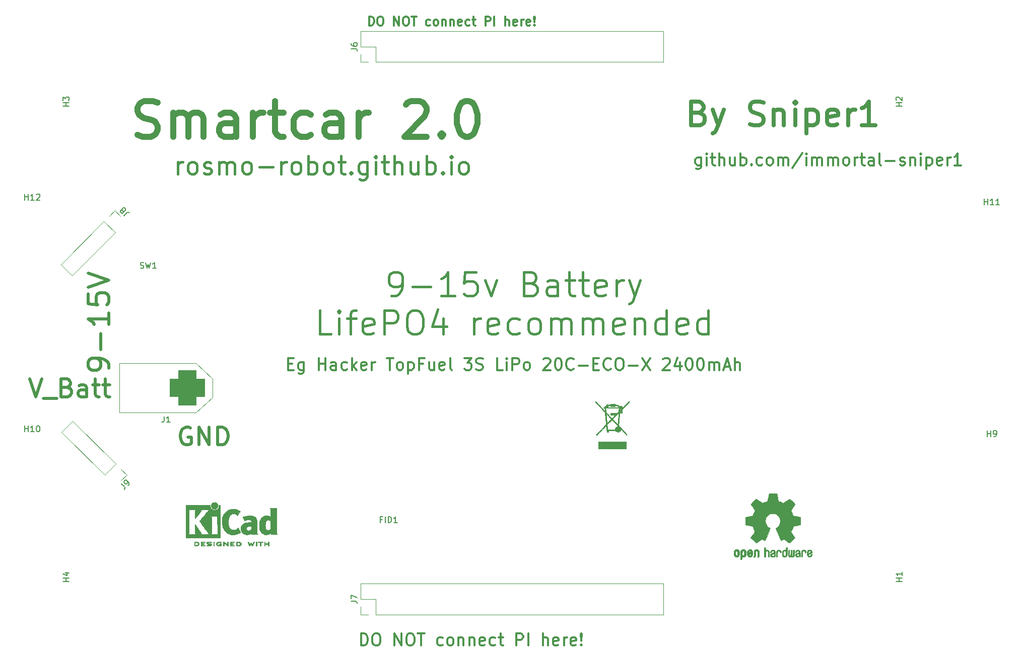
<source format=gbr>
%TF.GenerationSoftware,KiCad,Pcbnew,(6.0.9)*%
%TF.CreationDate,2023-02-19T12:57:16+02:00*%
%TF.ProjectId,Power,506f7765-722e-46b6-9963-61645f706362,rev?*%
%TF.SameCoordinates,Original*%
%TF.FileFunction,Legend,Top*%
%TF.FilePolarity,Positive*%
%FSLAX46Y46*%
G04 Gerber Fmt 4.6, Leading zero omitted, Abs format (unit mm)*
G04 Created by KiCad (PCBNEW (6.0.9)) date 2023-02-19 12:57:16*
%MOMM*%
%LPD*%
G01*
G04 APERTURE LIST*
G04 Aperture macros list*
%AMRoundRect*
0 Rectangle with rounded corners*
0 $1 Rounding radius*
0 $2 $3 $4 $5 $6 $7 $8 $9 X,Y pos of 4 corners*
0 Add a 4 corners polygon primitive as box body*
4,1,4,$2,$3,$4,$5,$6,$7,$8,$9,$2,$3,0*
0 Add four circle primitives for the rounded corners*
1,1,$1+$1,$2,$3*
1,1,$1+$1,$4,$5*
1,1,$1+$1,$6,$7*
1,1,$1+$1,$8,$9*
0 Add four rect primitives between the rounded corners*
20,1,$1+$1,$2,$3,$4,$5,0*
20,1,$1+$1,$4,$5,$6,$7,0*
20,1,$1+$1,$6,$7,$8,$9,0*
20,1,$1+$1,$8,$9,$2,$3,0*%
%AMHorizOval*
0 Thick line with rounded ends*
0 $1 width*
0 $2 $3 position (X,Y) of the first rounded end (center of the circle)*
0 $4 $5 position (X,Y) of the second rounded end (center of the circle)*
0 Add line between two ends*
20,1,$1,$2,$3,$4,$5,0*
0 Add two circle primitives to create the rounded ends*
1,1,$1,$2,$3*
1,1,$1,$4,$5*%
%AMRotRect*
0 Rectangle, with rotation*
0 The origin of the aperture is its center*
0 $1 length*
0 $2 width*
0 $3 Rotation angle, in degrees counterclockwise*
0 Add horizontal line*
21,1,$1,$2,0,0,$3*%
G04 Aperture macros list end*
%ADD10C,0.700000*%
%ADD11C,1.000000*%
%ADD12C,0.500000*%
%ADD13C,0.400000*%
%ADD14C,0.350000*%
%ADD15C,0.300000*%
%ADD16C,0.450000*%
%ADD17C,0.150000*%
%ADD18C,0.120000*%
%ADD19C,0.010000*%
%ADD20RotRect,1.700000X1.700000X315.000000*%
%ADD21HorizOval,1.700000X0.000000X0.000000X0.000000X0.000000X0*%
%ADD22C,7.500000*%
%ADD23C,4.700000*%
%ADD24C,4.500000*%
%ADD25R,1.700000X1.700000*%
%ADD26O,1.700000X1.700000*%
%ADD27RotRect,1.700000X1.700000X225.000000*%
%ADD28HorizOval,1.700000X0.000000X0.000000X0.000000X0.000000X0*%
%ADD29RoundRect,1.500000X1.500000X1.500000X-1.500000X1.500000X-1.500000X-1.500000X1.500000X-1.500000X0*%
%ADD30C,6.000000*%
%ADD31R,2.500000X6.000000*%
%ADD32C,1.000000*%
%ADD33R,2.400000X2.400000*%
%ADD34C,2.400000*%
G04 APERTURE END LIST*
D10*
X146564761Y-66894285D02*
X147136190Y-67084761D01*
X147326666Y-67275238D01*
X147517142Y-67656190D01*
X147517142Y-68227619D01*
X147326666Y-68608571D01*
X147136190Y-68799047D01*
X146755238Y-68989523D01*
X145231428Y-68989523D01*
X145231428Y-64989523D01*
X146564761Y-64989523D01*
X146945714Y-65180000D01*
X147136190Y-65370476D01*
X147326666Y-65751428D01*
X147326666Y-66132380D01*
X147136190Y-66513333D01*
X146945714Y-66703809D01*
X146564761Y-66894285D01*
X145231428Y-66894285D01*
X148850476Y-66322857D02*
X149802857Y-68989523D01*
X150755238Y-66322857D02*
X149802857Y-68989523D01*
X149421904Y-69941904D01*
X149231428Y-70132380D01*
X148850476Y-70322857D01*
X155136190Y-68799047D02*
X155707619Y-68989523D01*
X156660000Y-68989523D01*
X157040952Y-68799047D01*
X157231428Y-68608571D01*
X157421904Y-68227619D01*
X157421904Y-67846666D01*
X157231428Y-67465714D01*
X157040952Y-67275238D01*
X156660000Y-67084761D01*
X155898095Y-66894285D01*
X155517142Y-66703809D01*
X155326666Y-66513333D01*
X155136190Y-66132380D01*
X155136190Y-65751428D01*
X155326666Y-65370476D01*
X155517142Y-65180000D01*
X155898095Y-64989523D01*
X156850476Y-64989523D01*
X157421904Y-65180000D01*
X159136190Y-66322857D02*
X159136190Y-68989523D01*
X159136190Y-66703809D02*
X159326666Y-66513333D01*
X159707619Y-66322857D01*
X160279047Y-66322857D01*
X160660000Y-66513333D01*
X160850476Y-66894285D01*
X160850476Y-68989523D01*
X162755238Y-68989523D02*
X162755238Y-66322857D01*
X162755238Y-64989523D02*
X162564761Y-65180000D01*
X162755238Y-65370476D01*
X162945714Y-65180000D01*
X162755238Y-64989523D01*
X162755238Y-65370476D01*
X164660000Y-66322857D02*
X164660000Y-70322857D01*
X164660000Y-66513333D02*
X165040952Y-66322857D01*
X165802857Y-66322857D01*
X166183809Y-66513333D01*
X166374285Y-66703809D01*
X166564761Y-67084761D01*
X166564761Y-68227619D01*
X166374285Y-68608571D01*
X166183809Y-68799047D01*
X165802857Y-68989523D01*
X165040952Y-68989523D01*
X164660000Y-68799047D01*
X169802857Y-68799047D02*
X169421904Y-68989523D01*
X168660000Y-68989523D01*
X168279047Y-68799047D01*
X168088571Y-68418095D01*
X168088571Y-66894285D01*
X168279047Y-66513333D01*
X168660000Y-66322857D01*
X169421904Y-66322857D01*
X169802857Y-66513333D01*
X169993333Y-66894285D01*
X169993333Y-67275238D01*
X168088571Y-67656190D01*
X171707619Y-68989523D02*
X171707619Y-66322857D01*
X171707619Y-67084761D02*
X171898095Y-66703809D01*
X172088571Y-66513333D01*
X172469523Y-66322857D01*
X172850476Y-66322857D01*
X176279047Y-68989523D02*
X173993333Y-68989523D01*
X175136190Y-68989523D02*
X175136190Y-64989523D01*
X174755238Y-65560952D01*
X174374285Y-65941904D01*
X173993333Y-66132380D01*
D11*
X52188571Y-70608571D02*
X53045714Y-70894285D01*
X54474285Y-70894285D01*
X55045714Y-70608571D01*
X55331428Y-70322857D01*
X55617142Y-69751428D01*
X55617142Y-69180000D01*
X55331428Y-68608571D01*
X55045714Y-68322857D01*
X54474285Y-68037142D01*
X53331428Y-67751428D01*
X52760000Y-67465714D01*
X52474285Y-67180000D01*
X52188571Y-66608571D01*
X52188571Y-66037142D01*
X52474285Y-65465714D01*
X52760000Y-65180000D01*
X53331428Y-64894285D01*
X54760000Y-64894285D01*
X55617142Y-65180000D01*
X58188571Y-70894285D02*
X58188571Y-66894285D01*
X58188571Y-67465714D02*
X58474285Y-67180000D01*
X59045714Y-66894285D01*
X59902857Y-66894285D01*
X60474285Y-67180000D01*
X60760000Y-67751428D01*
X60760000Y-70894285D01*
X60760000Y-67751428D02*
X61045714Y-67180000D01*
X61617142Y-66894285D01*
X62474285Y-66894285D01*
X63045714Y-67180000D01*
X63331428Y-67751428D01*
X63331428Y-70894285D01*
X68760000Y-70894285D02*
X68760000Y-67751428D01*
X68474285Y-67180000D01*
X67902857Y-66894285D01*
X66760000Y-66894285D01*
X66188571Y-67180000D01*
X68760000Y-70608571D02*
X68188571Y-70894285D01*
X66760000Y-70894285D01*
X66188571Y-70608571D01*
X65902857Y-70037142D01*
X65902857Y-69465714D01*
X66188571Y-68894285D01*
X66760000Y-68608571D01*
X68188571Y-68608571D01*
X68760000Y-68322857D01*
X71617142Y-70894285D02*
X71617142Y-66894285D01*
X71617142Y-68037142D02*
X71902857Y-67465714D01*
X72188571Y-67180000D01*
X72760000Y-66894285D01*
X73331428Y-66894285D01*
X74474285Y-66894285D02*
X76760000Y-66894285D01*
X75331428Y-64894285D02*
X75331428Y-70037142D01*
X75617142Y-70608571D01*
X76188571Y-70894285D01*
X76760000Y-70894285D01*
X81331428Y-70608571D02*
X80760000Y-70894285D01*
X79617142Y-70894285D01*
X79045714Y-70608571D01*
X78760000Y-70322857D01*
X78474285Y-69751428D01*
X78474285Y-68037142D01*
X78760000Y-67465714D01*
X79045714Y-67180000D01*
X79617142Y-66894285D01*
X80760000Y-66894285D01*
X81331428Y-67180000D01*
X86474285Y-70894285D02*
X86474285Y-67751428D01*
X86188571Y-67180000D01*
X85617142Y-66894285D01*
X84474285Y-66894285D01*
X83902857Y-67180000D01*
X86474285Y-70608571D02*
X85902857Y-70894285D01*
X84474285Y-70894285D01*
X83902857Y-70608571D01*
X83617142Y-70037142D01*
X83617142Y-69465714D01*
X83902857Y-68894285D01*
X84474285Y-68608571D01*
X85902857Y-68608571D01*
X86474285Y-68322857D01*
X89331428Y-70894285D02*
X89331428Y-66894285D01*
X89331428Y-68037142D02*
X89617142Y-67465714D01*
X89902857Y-67180000D01*
X90474285Y-66894285D01*
X91045714Y-66894285D01*
X97331428Y-65465714D02*
X97617142Y-65180000D01*
X98188571Y-64894285D01*
X99617142Y-64894285D01*
X100188571Y-65180000D01*
X100474285Y-65465714D01*
X100760000Y-66037142D01*
X100760000Y-66608571D01*
X100474285Y-67465714D01*
X97045714Y-70894285D01*
X100760000Y-70894285D01*
X103331428Y-70322857D02*
X103617142Y-70608571D01*
X103331428Y-70894285D01*
X103045714Y-70608571D01*
X103331428Y-70322857D01*
X103331428Y-70894285D01*
X107331428Y-64894285D02*
X107902857Y-64894285D01*
X108474285Y-65180000D01*
X108760000Y-65465714D01*
X109045714Y-66037142D01*
X109331428Y-67180000D01*
X109331428Y-68608571D01*
X109045714Y-69751428D01*
X108760000Y-70322857D01*
X108474285Y-70608571D01*
X107902857Y-70894285D01*
X107331428Y-70894285D01*
X106760000Y-70608571D01*
X106474285Y-70322857D01*
X106188571Y-69751428D01*
X105902857Y-68608571D01*
X105902857Y-67180000D01*
X106188571Y-66037142D01*
X106474285Y-65465714D01*
X106760000Y-65180000D01*
X107331428Y-64894285D01*
D12*
X61114285Y-119900000D02*
X60828571Y-119757142D01*
X60400000Y-119757142D01*
X59971428Y-119900000D01*
X59685714Y-120185714D01*
X59542857Y-120471428D01*
X59400000Y-121042857D01*
X59400000Y-121471428D01*
X59542857Y-122042857D01*
X59685714Y-122328571D01*
X59971428Y-122614285D01*
X60400000Y-122757142D01*
X60685714Y-122757142D01*
X61114285Y-122614285D01*
X61257142Y-122471428D01*
X61257142Y-121471428D01*
X60685714Y-121471428D01*
X62542857Y-122757142D02*
X62542857Y-119757142D01*
X64257142Y-122757142D01*
X64257142Y-119757142D01*
X65685714Y-122757142D02*
X65685714Y-119757142D01*
X66400000Y-119757142D01*
X66828571Y-119900000D01*
X67114285Y-120185714D01*
X67257142Y-120471428D01*
X67400000Y-121042857D01*
X67400000Y-121471428D01*
X67257142Y-122042857D01*
X67114285Y-122328571D01*
X66828571Y-122614285D01*
X66400000Y-122757142D01*
X65685714Y-122757142D01*
D13*
X94833333Y-97689523D02*
X95595238Y-97689523D01*
X95976190Y-97499047D01*
X96166666Y-97308571D01*
X96547619Y-96737142D01*
X96738095Y-95975238D01*
X96738095Y-94451428D01*
X96547619Y-94070476D01*
X96357142Y-93880000D01*
X95976190Y-93689523D01*
X95214285Y-93689523D01*
X94833333Y-93880000D01*
X94642857Y-94070476D01*
X94452380Y-94451428D01*
X94452380Y-95403809D01*
X94642857Y-95784761D01*
X94833333Y-95975238D01*
X95214285Y-96165714D01*
X95976190Y-96165714D01*
X96357142Y-95975238D01*
X96547619Y-95784761D01*
X96738095Y-95403809D01*
X98452380Y-96165714D02*
X101500000Y-96165714D01*
X105500000Y-97689523D02*
X103214285Y-97689523D01*
X104357142Y-97689523D02*
X104357142Y-93689523D01*
X103976190Y-94260952D01*
X103595238Y-94641904D01*
X103214285Y-94832380D01*
X109119047Y-93689523D02*
X107214285Y-93689523D01*
X107023809Y-95594285D01*
X107214285Y-95403809D01*
X107595238Y-95213333D01*
X108547619Y-95213333D01*
X108928571Y-95403809D01*
X109119047Y-95594285D01*
X109309523Y-95975238D01*
X109309523Y-96927619D01*
X109119047Y-97308571D01*
X108928571Y-97499047D01*
X108547619Y-97689523D01*
X107595238Y-97689523D01*
X107214285Y-97499047D01*
X107023809Y-97308571D01*
X110642857Y-95022857D02*
X111595238Y-97689523D01*
X112547619Y-95022857D01*
X118452380Y-95594285D02*
X119023809Y-95784761D01*
X119214285Y-95975238D01*
X119404761Y-96356190D01*
X119404761Y-96927619D01*
X119214285Y-97308571D01*
X119023809Y-97499047D01*
X118642857Y-97689523D01*
X117119047Y-97689523D01*
X117119047Y-93689523D01*
X118452380Y-93689523D01*
X118833333Y-93880000D01*
X119023809Y-94070476D01*
X119214285Y-94451428D01*
X119214285Y-94832380D01*
X119023809Y-95213333D01*
X118833333Y-95403809D01*
X118452380Y-95594285D01*
X117119047Y-95594285D01*
X122833333Y-97689523D02*
X122833333Y-95594285D01*
X122642857Y-95213333D01*
X122261904Y-95022857D01*
X121500000Y-95022857D01*
X121119047Y-95213333D01*
X122833333Y-97499047D02*
X122452380Y-97689523D01*
X121500000Y-97689523D01*
X121119047Y-97499047D01*
X120928571Y-97118095D01*
X120928571Y-96737142D01*
X121119047Y-96356190D01*
X121500000Y-96165714D01*
X122452380Y-96165714D01*
X122833333Y-95975238D01*
X124166666Y-95022857D02*
X125690476Y-95022857D01*
X124738095Y-93689523D02*
X124738095Y-97118095D01*
X124928571Y-97499047D01*
X125309523Y-97689523D01*
X125690476Y-97689523D01*
X126452380Y-95022857D02*
X127976190Y-95022857D01*
X127023809Y-93689523D02*
X127023809Y-97118095D01*
X127214285Y-97499047D01*
X127595238Y-97689523D01*
X127976190Y-97689523D01*
X130833333Y-97499047D02*
X130452380Y-97689523D01*
X129690476Y-97689523D01*
X129309523Y-97499047D01*
X129119047Y-97118095D01*
X129119047Y-95594285D01*
X129309523Y-95213333D01*
X129690476Y-95022857D01*
X130452380Y-95022857D01*
X130833333Y-95213333D01*
X131023809Y-95594285D01*
X131023809Y-95975238D01*
X129119047Y-96356190D01*
X132738095Y-97689523D02*
X132738095Y-95022857D01*
X132738095Y-95784761D02*
X132928571Y-95403809D01*
X133119047Y-95213333D01*
X133500000Y-95022857D01*
X133880952Y-95022857D01*
X134833333Y-95022857D02*
X135785714Y-97689523D01*
X136738095Y-95022857D02*
X135785714Y-97689523D01*
X135404761Y-98641904D01*
X135214285Y-98832380D01*
X134833333Y-99022857D01*
X84738095Y-104129523D02*
X82833333Y-104129523D01*
X82833333Y-100129523D01*
X86071428Y-104129523D02*
X86071428Y-101462857D01*
X86071428Y-100129523D02*
X85880952Y-100320000D01*
X86071428Y-100510476D01*
X86261904Y-100320000D01*
X86071428Y-100129523D01*
X86071428Y-100510476D01*
X87404761Y-101462857D02*
X88928571Y-101462857D01*
X87976190Y-104129523D02*
X87976190Y-100700952D01*
X88166666Y-100320000D01*
X88547619Y-100129523D01*
X88928571Y-100129523D01*
X91785714Y-103939047D02*
X91404761Y-104129523D01*
X90642857Y-104129523D01*
X90261904Y-103939047D01*
X90071428Y-103558095D01*
X90071428Y-102034285D01*
X90261904Y-101653333D01*
X90642857Y-101462857D01*
X91404761Y-101462857D01*
X91785714Y-101653333D01*
X91976190Y-102034285D01*
X91976190Y-102415238D01*
X90071428Y-102796190D01*
X93690476Y-104129523D02*
X93690476Y-100129523D01*
X95214285Y-100129523D01*
X95595238Y-100320000D01*
X95785714Y-100510476D01*
X95976190Y-100891428D01*
X95976190Y-101462857D01*
X95785714Y-101843809D01*
X95595238Y-102034285D01*
X95214285Y-102224761D01*
X93690476Y-102224761D01*
X98452380Y-100129523D02*
X99214285Y-100129523D01*
X99595238Y-100320000D01*
X99976190Y-100700952D01*
X100166666Y-101462857D01*
X100166666Y-102796190D01*
X99976190Y-103558095D01*
X99595238Y-103939047D01*
X99214285Y-104129523D01*
X98452380Y-104129523D01*
X98071428Y-103939047D01*
X97690476Y-103558095D01*
X97500000Y-102796190D01*
X97500000Y-101462857D01*
X97690476Y-100700952D01*
X98071428Y-100320000D01*
X98452380Y-100129523D01*
X103595238Y-101462857D02*
X103595238Y-104129523D01*
X102642857Y-99939047D02*
X101690476Y-102796190D01*
X104166666Y-102796190D01*
X108738095Y-104129523D02*
X108738095Y-101462857D01*
X108738095Y-102224761D02*
X108928571Y-101843809D01*
X109119047Y-101653333D01*
X109500000Y-101462857D01*
X109880952Y-101462857D01*
X112738095Y-103939047D02*
X112357142Y-104129523D01*
X111595238Y-104129523D01*
X111214285Y-103939047D01*
X111023809Y-103558095D01*
X111023809Y-102034285D01*
X111214285Y-101653333D01*
X111595238Y-101462857D01*
X112357142Y-101462857D01*
X112738095Y-101653333D01*
X112928571Y-102034285D01*
X112928571Y-102415238D01*
X111023809Y-102796190D01*
X116357142Y-103939047D02*
X115976190Y-104129523D01*
X115214285Y-104129523D01*
X114833333Y-103939047D01*
X114642857Y-103748571D01*
X114452380Y-103367619D01*
X114452380Y-102224761D01*
X114642857Y-101843809D01*
X114833333Y-101653333D01*
X115214285Y-101462857D01*
X115976190Y-101462857D01*
X116357142Y-101653333D01*
X118642857Y-104129523D02*
X118261904Y-103939047D01*
X118071428Y-103748571D01*
X117880952Y-103367619D01*
X117880952Y-102224761D01*
X118071428Y-101843809D01*
X118261904Y-101653333D01*
X118642857Y-101462857D01*
X119214285Y-101462857D01*
X119595238Y-101653333D01*
X119785714Y-101843809D01*
X119976190Y-102224761D01*
X119976190Y-103367619D01*
X119785714Y-103748571D01*
X119595238Y-103939047D01*
X119214285Y-104129523D01*
X118642857Y-104129523D01*
X121690476Y-104129523D02*
X121690476Y-101462857D01*
X121690476Y-101843809D02*
X121880952Y-101653333D01*
X122261904Y-101462857D01*
X122833333Y-101462857D01*
X123214285Y-101653333D01*
X123404761Y-102034285D01*
X123404761Y-104129523D01*
X123404761Y-102034285D02*
X123595238Y-101653333D01*
X123976190Y-101462857D01*
X124547619Y-101462857D01*
X124928571Y-101653333D01*
X125119047Y-102034285D01*
X125119047Y-104129523D01*
X127023809Y-104129523D02*
X127023809Y-101462857D01*
X127023809Y-101843809D02*
X127214285Y-101653333D01*
X127595238Y-101462857D01*
X128166666Y-101462857D01*
X128547619Y-101653333D01*
X128738095Y-102034285D01*
X128738095Y-104129523D01*
X128738095Y-102034285D02*
X128928571Y-101653333D01*
X129309523Y-101462857D01*
X129880952Y-101462857D01*
X130261904Y-101653333D01*
X130452380Y-102034285D01*
X130452380Y-104129523D01*
X133880952Y-103939047D02*
X133500000Y-104129523D01*
X132738095Y-104129523D01*
X132357142Y-103939047D01*
X132166666Y-103558095D01*
X132166666Y-102034285D01*
X132357142Y-101653333D01*
X132738095Y-101462857D01*
X133500000Y-101462857D01*
X133880952Y-101653333D01*
X134071428Y-102034285D01*
X134071428Y-102415238D01*
X132166666Y-102796190D01*
X135785714Y-101462857D02*
X135785714Y-104129523D01*
X135785714Y-101843809D02*
X135976190Y-101653333D01*
X136357142Y-101462857D01*
X136928571Y-101462857D01*
X137309523Y-101653333D01*
X137500000Y-102034285D01*
X137500000Y-104129523D01*
X141119047Y-104129523D02*
X141119047Y-100129523D01*
X141119047Y-103939047D02*
X140738095Y-104129523D01*
X139976190Y-104129523D01*
X139595238Y-103939047D01*
X139404761Y-103748571D01*
X139214285Y-103367619D01*
X139214285Y-102224761D01*
X139404761Y-101843809D01*
X139595238Y-101653333D01*
X139976190Y-101462857D01*
X140738095Y-101462857D01*
X141119047Y-101653333D01*
X144547619Y-103939047D02*
X144166666Y-104129523D01*
X143404761Y-104129523D01*
X143023809Y-103939047D01*
X142833333Y-103558095D01*
X142833333Y-102034285D01*
X143023809Y-101653333D01*
X143404761Y-101462857D01*
X144166666Y-101462857D01*
X144547619Y-101653333D01*
X144738095Y-102034285D01*
X144738095Y-102415238D01*
X142833333Y-102796190D01*
X148166666Y-104129523D02*
X148166666Y-100129523D01*
X148166666Y-103939047D02*
X147785714Y-104129523D01*
X147023809Y-104129523D01*
X146642857Y-103939047D01*
X146452380Y-103748571D01*
X146261904Y-103367619D01*
X146261904Y-102224761D01*
X146452380Y-101843809D01*
X146642857Y-101653333D01*
X147023809Y-101462857D01*
X147785714Y-101462857D01*
X148166666Y-101653333D01*
D14*
X146919047Y-74371428D02*
X146919047Y-75990476D01*
X146823809Y-76180952D01*
X146728571Y-76276190D01*
X146538095Y-76371428D01*
X146252380Y-76371428D01*
X146061904Y-76276190D01*
X146919047Y-75609523D02*
X146728571Y-75704761D01*
X146347619Y-75704761D01*
X146157142Y-75609523D01*
X146061904Y-75514285D01*
X145966666Y-75323809D01*
X145966666Y-74752380D01*
X146061904Y-74561904D01*
X146157142Y-74466666D01*
X146347619Y-74371428D01*
X146728571Y-74371428D01*
X146919047Y-74466666D01*
X147871428Y-75704761D02*
X147871428Y-74371428D01*
X147871428Y-73704761D02*
X147776190Y-73800000D01*
X147871428Y-73895238D01*
X147966666Y-73800000D01*
X147871428Y-73704761D01*
X147871428Y-73895238D01*
X148538095Y-74371428D02*
X149299999Y-74371428D01*
X148823809Y-73704761D02*
X148823809Y-75419047D01*
X148919047Y-75609523D01*
X149109523Y-75704761D01*
X149299999Y-75704761D01*
X149966666Y-75704761D02*
X149966666Y-73704761D01*
X150823809Y-75704761D02*
X150823809Y-74657142D01*
X150728571Y-74466666D01*
X150538095Y-74371428D01*
X150252380Y-74371428D01*
X150061904Y-74466666D01*
X149966666Y-74561904D01*
X152633333Y-74371428D02*
X152633333Y-75704761D01*
X151776190Y-74371428D02*
X151776190Y-75419047D01*
X151871428Y-75609523D01*
X152061904Y-75704761D01*
X152347619Y-75704761D01*
X152538095Y-75609523D01*
X152633333Y-75514285D01*
X153585714Y-75704761D02*
X153585714Y-73704761D01*
X153585714Y-74466666D02*
X153776190Y-74371428D01*
X154157142Y-74371428D01*
X154347619Y-74466666D01*
X154442857Y-74561904D01*
X154538095Y-74752380D01*
X154538095Y-75323809D01*
X154442857Y-75514285D01*
X154347619Y-75609523D01*
X154157142Y-75704761D01*
X153776190Y-75704761D01*
X153585714Y-75609523D01*
X155395238Y-75514285D02*
X155490476Y-75609523D01*
X155395238Y-75704761D01*
X155299999Y-75609523D01*
X155395238Y-75514285D01*
X155395238Y-75704761D01*
X157204761Y-75609523D02*
X157014285Y-75704761D01*
X156633333Y-75704761D01*
X156442857Y-75609523D01*
X156347619Y-75514285D01*
X156252380Y-75323809D01*
X156252380Y-74752380D01*
X156347619Y-74561904D01*
X156442857Y-74466666D01*
X156633333Y-74371428D01*
X157014285Y-74371428D01*
X157204761Y-74466666D01*
X158347619Y-75704761D02*
X158157142Y-75609523D01*
X158061904Y-75514285D01*
X157966666Y-75323809D01*
X157966666Y-74752380D01*
X158061904Y-74561904D01*
X158157142Y-74466666D01*
X158347619Y-74371428D01*
X158633333Y-74371428D01*
X158823809Y-74466666D01*
X158919047Y-74561904D01*
X159014285Y-74752380D01*
X159014285Y-75323809D01*
X158919047Y-75514285D01*
X158823809Y-75609523D01*
X158633333Y-75704761D01*
X158347619Y-75704761D01*
X159871428Y-75704761D02*
X159871428Y-74371428D01*
X159871428Y-74561904D02*
X159966666Y-74466666D01*
X160157142Y-74371428D01*
X160442857Y-74371428D01*
X160633333Y-74466666D01*
X160728571Y-74657142D01*
X160728571Y-75704761D01*
X160728571Y-74657142D02*
X160823809Y-74466666D01*
X161014285Y-74371428D01*
X161299999Y-74371428D01*
X161490476Y-74466666D01*
X161585714Y-74657142D01*
X161585714Y-75704761D01*
X163966666Y-73609523D02*
X162252380Y-76180952D01*
X164633333Y-75704761D02*
X164633333Y-74371428D01*
X164633333Y-73704761D02*
X164538095Y-73800000D01*
X164633333Y-73895238D01*
X164728571Y-73800000D01*
X164633333Y-73704761D01*
X164633333Y-73895238D01*
X165585714Y-75704761D02*
X165585714Y-74371428D01*
X165585714Y-74561904D02*
X165680952Y-74466666D01*
X165871428Y-74371428D01*
X166157142Y-74371428D01*
X166347619Y-74466666D01*
X166442857Y-74657142D01*
X166442857Y-75704761D01*
X166442857Y-74657142D02*
X166538095Y-74466666D01*
X166728571Y-74371428D01*
X167014285Y-74371428D01*
X167204761Y-74466666D01*
X167299999Y-74657142D01*
X167299999Y-75704761D01*
X168252380Y-75704761D02*
X168252380Y-74371428D01*
X168252380Y-74561904D02*
X168347619Y-74466666D01*
X168538095Y-74371428D01*
X168823809Y-74371428D01*
X169014285Y-74466666D01*
X169109523Y-74657142D01*
X169109523Y-75704761D01*
X169109523Y-74657142D02*
X169204761Y-74466666D01*
X169395238Y-74371428D01*
X169680952Y-74371428D01*
X169871428Y-74466666D01*
X169966666Y-74657142D01*
X169966666Y-75704761D01*
X171204761Y-75704761D02*
X171014285Y-75609523D01*
X170919047Y-75514285D01*
X170823809Y-75323809D01*
X170823809Y-74752380D01*
X170919047Y-74561904D01*
X171014285Y-74466666D01*
X171204761Y-74371428D01*
X171490476Y-74371428D01*
X171680952Y-74466666D01*
X171776190Y-74561904D01*
X171871428Y-74752380D01*
X171871428Y-75323809D01*
X171776190Y-75514285D01*
X171680952Y-75609523D01*
X171490476Y-75704761D01*
X171204761Y-75704761D01*
X172728571Y-75704761D02*
X172728571Y-74371428D01*
X172728571Y-74752380D02*
X172823809Y-74561904D01*
X172919047Y-74466666D01*
X173109523Y-74371428D01*
X173299999Y-74371428D01*
X173680952Y-74371428D02*
X174442857Y-74371428D01*
X173966666Y-73704761D02*
X173966666Y-75419047D01*
X174061904Y-75609523D01*
X174252380Y-75704761D01*
X174442857Y-75704761D01*
X175966666Y-75704761D02*
X175966666Y-74657142D01*
X175871428Y-74466666D01*
X175680952Y-74371428D01*
X175299999Y-74371428D01*
X175109523Y-74466666D01*
X175966666Y-75609523D02*
X175776190Y-75704761D01*
X175299999Y-75704761D01*
X175109523Y-75609523D01*
X175014285Y-75419047D01*
X175014285Y-75228571D01*
X175109523Y-75038095D01*
X175299999Y-74942857D01*
X175776190Y-74942857D01*
X175966666Y-74847619D01*
X177204761Y-75704761D02*
X177014285Y-75609523D01*
X176919047Y-75419047D01*
X176919047Y-73704761D01*
X177966666Y-74942857D02*
X179490476Y-74942857D01*
X180347619Y-75609523D02*
X180538095Y-75704761D01*
X180919047Y-75704761D01*
X181109523Y-75609523D01*
X181204761Y-75419047D01*
X181204761Y-75323809D01*
X181109523Y-75133333D01*
X180919047Y-75038095D01*
X180633333Y-75038095D01*
X180442857Y-74942857D01*
X180347619Y-74752380D01*
X180347619Y-74657142D01*
X180442857Y-74466666D01*
X180633333Y-74371428D01*
X180919047Y-74371428D01*
X181109523Y-74466666D01*
X182061904Y-74371428D02*
X182061904Y-75704761D01*
X182061904Y-74561904D02*
X182157142Y-74466666D01*
X182347619Y-74371428D01*
X182633333Y-74371428D01*
X182823809Y-74466666D01*
X182919047Y-74657142D01*
X182919047Y-75704761D01*
X183871428Y-75704761D02*
X183871428Y-74371428D01*
X183871428Y-73704761D02*
X183776190Y-73800000D01*
X183871428Y-73895238D01*
X183966666Y-73800000D01*
X183871428Y-73704761D01*
X183871428Y-73895238D01*
X184823809Y-74371428D02*
X184823809Y-76371428D01*
X184823809Y-74466666D02*
X185014285Y-74371428D01*
X185395238Y-74371428D01*
X185585714Y-74466666D01*
X185680952Y-74561904D01*
X185776190Y-74752380D01*
X185776190Y-75323809D01*
X185680952Y-75514285D01*
X185585714Y-75609523D01*
X185395238Y-75704761D01*
X185014285Y-75704761D01*
X184823809Y-75609523D01*
X187395238Y-75609523D02*
X187204761Y-75704761D01*
X186823809Y-75704761D01*
X186633333Y-75609523D01*
X186538095Y-75419047D01*
X186538095Y-74657142D01*
X186633333Y-74466666D01*
X186823809Y-74371428D01*
X187204761Y-74371428D01*
X187395238Y-74466666D01*
X187490476Y-74657142D01*
X187490476Y-74847619D01*
X186538095Y-75038095D01*
X188347619Y-75704761D02*
X188347619Y-74371428D01*
X188347619Y-74752380D02*
X188442857Y-74561904D01*
X188538095Y-74466666D01*
X188728571Y-74371428D01*
X188919047Y-74371428D01*
X190633333Y-75704761D02*
X189490476Y-75704761D01*
X190061904Y-75704761D02*
X190061904Y-73704761D01*
X189871428Y-73990476D01*
X189680952Y-74180952D01*
X189490476Y-74276190D01*
D12*
X47383333Y-109866666D02*
X47383333Y-109200000D01*
X47216666Y-108866666D01*
X47050000Y-108700000D01*
X46550000Y-108366666D01*
X45883333Y-108200000D01*
X44550000Y-108200000D01*
X44216666Y-108366666D01*
X44050000Y-108533333D01*
X43883333Y-108866666D01*
X43883333Y-109533333D01*
X44050000Y-109866666D01*
X44216666Y-110033333D01*
X44550000Y-110200000D01*
X45383333Y-110200000D01*
X45716666Y-110033333D01*
X45883333Y-109866666D01*
X46050000Y-109533333D01*
X46050000Y-108866666D01*
X45883333Y-108533333D01*
X45716666Y-108366666D01*
X45383333Y-108200000D01*
X46050000Y-106700000D02*
X46050000Y-104033333D01*
X47383333Y-100533333D02*
X47383333Y-102533333D01*
X47383333Y-101533333D02*
X43883333Y-101533333D01*
X44383333Y-101866666D01*
X44716666Y-102200000D01*
X44883333Y-102533333D01*
X43883333Y-97366666D02*
X43883333Y-99033333D01*
X45550000Y-99200000D01*
X45383333Y-99033333D01*
X45216666Y-98700000D01*
X45216666Y-97866666D01*
X45383333Y-97533333D01*
X45550000Y-97366666D01*
X45883333Y-97200000D01*
X46716666Y-97200000D01*
X47050000Y-97366666D01*
X47216666Y-97533333D01*
X47383333Y-97866666D01*
X47383333Y-98700000D01*
X47216666Y-99033333D01*
X47050000Y-99200000D01*
X43883333Y-96200000D02*
X47383333Y-95033333D01*
X43883333Y-93866666D01*
D15*
X89776190Y-156504761D02*
X89776190Y-154504761D01*
X90252380Y-154504761D01*
X90538095Y-154600000D01*
X90728571Y-154790476D01*
X90823809Y-154980952D01*
X90919047Y-155361904D01*
X90919047Y-155647619D01*
X90823809Y-156028571D01*
X90728571Y-156219047D01*
X90538095Y-156409523D01*
X90252380Y-156504761D01*
X89776190Y-156504761D01*
X92157142Y-154504761D02*
X92538095Y-154504761D01*
X92728571Y-154600000D01*
X92919047Y-154790476D01*
X93014285Y-155171428D01*
X93014285Y-155838095D01*
X92919047Y-156219047D01*
X92728571Y-156409523D01*
X92538095Y-156504761D01*
X92157142Y-156504761D01*
X91966666Y-156409523D01*
X91776190Y-156219047D01*
X91680952Y-155838095D01*
X91680952Y-155171428D01*
X91776190Y-154790476D01*
X91966666Y-154600000D01*
X92157142Y-154504761D01*
X95395238Y-156504761D02*
X95395238Y-154504761D01*
X96538095Y-156504761D01*
X96538095Y-154504761D01*
X97871428Y-154504761D02*
X98252380Y-154504761D01*
X98442857Y-154600000D01*
X98633333Y-154790476D01*
X98728571Y-155171428D01*
X98728571Y-155838095D01*
X98633333Y-156219047D01*
X98442857Y-156409523D01*
X98252380Y-156504761D01*
X97871428Y-156504761D01*
X97680952Y-156409523D01*
X97490476Y-156219047D01*
X97395238Y-155838095D01*
X97395238Y-155171428D01*
X97490476Y-154790476D01*
X97680952Y-154600000D01*
X97871428Y-154504761D01*
X99300000Y-154504761D02*
X100442857Y-154504761D01*
X99871428Y-156504761D02*
X99871428Y-154504761D01*
X103490476Y-156409523D02*
X103300000Y-156504761D01*
X102919047Y-156504761D01*
X102728571Y-156409523D01*
X102633333Y-156314285D01*
X102538095Y-156123809D01*
X102538095Y-155552380D01*
X102633333Y-155361904D01*
X102728571Y-155266666D01*
X102919047Y-155171428D01*
X103300000Y-155171428D01*
X103490476Y-155266666D01*
X104633333Y-156504761D02*
X104442857Y-156409523D01*
X104347619Y-156314285D01*
X104252380Y-156123809D01*
X104252380Y-155552380D01*
X104347619Y-155361904D01*
X104442857Y-155266666D01*
X104633333Y-155171428D01*
X104919047Y-155171428D01*
X105109523Y-155266666D01*
X105204761Y-155361904D01*
X105300000Y-155552380D01*
X105300000Y-156123809D01*
X105204761Y-156314285D01*
X105109523Y-156409523D01*
X104919047Y-156504761D01*
X104633333Y-156504761D01*
X106157142Y-155171428D02*
X106157142Y-156504761D01*
X106157142Y-155361904D02*
X106252380Y-155266666D01*
X106442857Y-155171428D01*
X106728571Y-155171428D01*
X106919047Y-155266666D01*
X107014285Y-155457142D01*
X107014285Y-156504761D01*
X107966666Y-155171428D02*
X107966666Y-156504761D01*
X107966666Y-155361904D02*
X108061904Y-155266666D01*
X108252380Y-155171428D01*
X108538095Y-155171428D01*
X108728571Y-155266666D01*
X108823809Y-155457142D01*
X108823809Y-156504761D01*
X110538095Y-156409523D02*
X110347619Y-156504761D01*
X109966666Y-156504761D01*
X109776190Y-156409523D01*
X109680952Y-156219047D01*
X109680952Y-155457142D01*
X109776190Y-155266666D01*
X109966666Y-155171428D01*
X110347619Y-155171428D01*
X110538095Y-155266666D01*
X110633333Y-155457142D01*
X110633333Y-155647619D01*
X109680952Y-155838095D01*
X112347619Y-156409523D02*
X112157142Y-156504761D01*
X111776190Y-156504761D01*
X111585714Y-156409523D01*
X111490476Y-156314285D01*
X111395238Y-156123809D01*
X111395238Y-155552380D01*
X111490476Y-155361904D01*
X111585714Y-155266666D01*
X111776190Y-155171428D01*
X112157142Y-155171428D01*
X112347619Y-155266666D01*
X112919047Y-155171428D02*
X113680952Y-155171428D01*
X113204761Y-154504761D02*
X113204761Y-156219047D01*
X113300000Y-156409523D01*
X113490476Y-156504761D01*
X113680952Y-156504761D01*
X115871428Y-156504761D02*
X115871428Y-154504761D01*
X116633333Y-154504761D01*
X116823809Y-154600000D01*
X116919047Y-154695238D01*
X117014285Y-154885714D01*
X117014285Y-155171428D01*
X116919047Y-155361904D01*
X116823809Y-155457142D01*
X116633333Y-155552380D01*
X115871428Y-155552380D01*
X117871428Y-156504761D02*
X117871428Y-154504761D01*
X120347619Y-156504761D02*
X120347619Y-154504761D01*
X121204761Y-156504761D02*
X121204761Y-155457142D01*
X121109523Y-155266666D01*
X120919047Y-155171428D01*
X120633333Y-155171428D01*
X120442857Y-155266666D01*
X120347619Y-155361904D01*
X122919047Y-156409523D02*
X122728571Y-156504761D01*
X122347619Y-156504761D01*
X122157142Y-156409523D01*
X122061904Y-156219047D01*
X122061904Y-155457142D01*
X122157142Y-155266666D01*
X122347619Y-155171428D01*
X122728571Y-155171428D01*
X122919047Y-155266666D01*
X123014285Y-155457142D01*
X123014285Y-155647619D01*
X122061904Y-155838095D01*
X123871428Y-156504761D02*
X123871428Y-155171428D01*
X123871428Y-155552380D02*
X123966666Y-155361904D01*
X124061904Y-155266666D01*
X124252380Y-155171428D01*
X124442857Y-155171428D01*
X125871428Y-156409523D02*
X125680952Y-156504761D01*
X125300000Y-156504761D01*
X125109523Y-156409523D01*
X125014285Y-156219047D01*
X125014285Y-155457142D01*
X125109523Y-155266666D01*
X125300000Y-155171428D01*
X125680952Y-155171428D01*
X125871428Y-155266666D01*
X125966666Y-155457142D01*
X125966666Y-155647619D01*
X125014285Y-155838095D01*
X126823809Y-156314285D02*
X126919047Y-156409523D01*
X126823809Y-156504761D01*
X126728571Y-156409523D01*
X126823809Y-156314285D01*
X126823809Y-156504761D01*
X126823809Y-155742857D02*
X126728571Y-154600000D01*
X126823809Y-154504761D01*
X126919047Y-154600000D01*
X126823809Y-155742857D01*
X126823809Y-154504761D01*
X91107142Y-52178571D02*
X91107142Y-50678571D01*
X91464285Y-50678571D01*
X91678571Y-50750000D01*
X91821428Y-50892857D01*
X91892857Y-51035714D01*
X91964285Y-51321428D01*
X91964285Y-51535714D01*
X91892857Y-51821428D01*
X91821428Y-51964285D01*
X91678571Y-52107142D01*
X91464285Y-52178571D01*
X91107142Y-52178571D01*
X92892857Y-50678571D02*
X93178571Y-50678571D01*
X93321428Y-50750000D01*
X93464285Y-50892857D01*
X93535714Y-51178571D01*
X93535714Y-51678571D01*
X93464285Y-51964285D01*
X93321428Y-52107142D01*
X93178571Y-52178571D01*
X92892857Y-52178571D01*
X92750000Y-52107142D01*
X92607142Y-51964285D01*
X92535714Y-51678571D01*
X92535714Y-51178571D01*
X92607142Y-50892857D01*
X92750000Y-50750000D01*
X92892857Y-50678571D01*
X95321428Y-52178571D02*
X95321428Y-50678571D01*
X96178571Y-52178571D01*
X96178571Y-50678571D01*
X97178571Y-50678571D02*
X97464285Y-50678571D01*
X97607142Y-50750000D01*
X97750000Y-50892857D01*
X97821428Y-51178571D01*
X97821428Y-51678571D01*
X97750000Y-51964285D01*
X97607142Y-52107142D01*
X97464285Y-52178571D01*
X97178571Y-52178571D01*
X97035714Y-52107142D01*
X96892857Y-51964285D01*
X96821428Y-51678571D01*
X96821428Y-51178571D01*
X96892857Y-50892857D01*
X97035714Y-50750000D01*
X97178571Y-50678571D01*
X98250000Y-50678571D02*
X99107142Y-50678571D01*
X98678571Y-52178571D02*
X98678571Y-50678571D01*
X101392857Y-52107142D02*
X101250000Y-52178571D01*
X100964285Y-52178571D01*
X100821428Y-52107142D01*
X100750000Y-52035714D01*
X100678571Y-51892857D01*
X100678571Y-51464285D01*
X100750000Y-51321428D01*
X100821428Y-51250000D01*
X100964285Y-51178571D01*
X101250000Y-51178571D01*
X101392857Y-51250000D01*
X102250000Y-52178571D02*
X102107142Y-52107142D01*
X102035714Y-52035714D01*
X101964285Y-51892857D01*
X101964285Y-51464285D01*
X102035714Y-51321428D01*
X102107142Y-51250000D01*
X102250000Y-51178571D01*
X102464285Y-51178571D01*
X102607142Y-51250000D01*
X102678571Y-51321428D01*
X102750000Y-51464285D01*
X102750000Y-51892857D01*
X102678571Y-52035714D01*
X102607142Y-52107142D01*
X102464285Y-52178571D01*
X102250000Y-52178571D01*
X103392857Y-51178571D02*
X103392857Y-52178571D01*
X103392857Y-51321428D02*
X103464285Y-51250000D01*
X103607142Y-51178571D01*
X103821428Y-51178571D01*
X103964285Y-51250000D01*
X104035714Y-51392857D01*
X104035714Y-52178571D01*
X104750000Y-51178571D02*
X104750000Y-52178571D01*
X104750000Y-51321428D02*
X104821428Y-51250000D01*
X104964285Y-51178571D01*
X105178571Y-51178571D01*
X105321428Y-51250000D01*
X105392857Y-51392857D01*
X105392857Y-52178571D01*
X106678571Y-52107142D02*
X106535714Y-52178571D01*
X106250000Y-52178571D01*
X106107142Y-52107142D01*
X106035714Y-51964285D01*
X106035714Y-51392857D01*
X106107142Y-51250000D01*
X106250000Y-51178571D01*
X106535714Y-51178571D01*
X106678571Y-51250000D01*
X106750000Y-51392857D01*
X106750000Y-51535714D01*
X106035714Y-51678571D01*
X108035714Y-52107142D02*
X107892857Y-52178571D01*
X107607142Y-52178571D01*
X107464285Y-52107142D01*
X107392857Y-52035714D01*
X107321428Y-51892857D01*
X107321428Y-51464285D01*
X107392857Y-51321428D01*
X107464285Y-51250000D01*
X107607142Y-51178571D01*
X107892857Y-51178571D01*
X108035714Y-51250000D01*
X108464285Y-51178571D02*
X109035714Y-51178571D01*
X108678571Y-50678571D02*
X108678571Y-51964285D01*
X108750000Y-52107142D01*
X108892857Y-52178571D01*
X109035714Y-52178571D01*
X110678571Y-52178571D02*
X110678571Y-50678571D01*
X111250000Y-50678571D01*
X111392857Y-50750000D01*
X111464285Y-50821428D01*
X111535714Y-50964285D01*
X111535714Y-51178571D01*
X111464285Y-51321428D01*
X111392857Y-51392857D01*
X111250000Y-51464285D01*
X110678571Y-51464285D01*
X112178571Y-52178571D02*
X112178571Y-50678571D01*
X114035714Y-52178571D02*
X114035714Y-50678571D01*
X114678571Y-52178571D02*
X114678571Y-51392857D01*
X114607142Y-51250000D01*
X114464285Y-51178571D01*
X114250000Y-51178571D01*
X114107142Y-51250000D01*
X114035714Y-51321428D01*
X115964285Y-52107142D02*
X115821428Y-52178571D01*
X115535714Y-52178571D01*
X115392857Y-52107142D01*
X115321428Y-51964285D01*
X115321428Y-51392857D01*
X115392857Y-51250000D01*
X115535714Y-51178571D01*
X115821428Y-51178571D01*
X115964285Y-51250000D01*
X116035714Y-51392857D01*
X116035714Y-51535714D01*
X115321428Y-51678571D01*
X116678571Y-52178571D02*
X116678571Y-51178571D01*
X116678571Y-51464285D02*
X116750000Y-51321428D01*
X116821428Y-51250000D01*
X116964285Y-51178571D01*
X117107142Y-51178571D01*
X118178571Y-52107142D02*
X118035714Y-52178571D01*
X117750000Y-52178571D01*
X117607142Y-52107142D01*
X117535714Y-51964285D01*
X117535714Y-51392857D01*
X117607142Y-51250000D01*
X117750000Y-51178571D01*
X118035714Y-51178571D01*
X118178571Y-51250000D01*
X118250000Y-51392857D01*
X118250000Y-51535714D01*
X117535714Y-51678571D01*
X118892857Y-52035714D02*
X118964285Y-52107142D01*
X118892857Y-52178571D01*
X118821428Y-52107142D01*
X118892857Y-52035714D01*
X118892857Y-52178571D01*
X118892857Y-51607142D02*
X118821428Y-50750000D01*
X118892857Y-50678571D01*
X118964285Y-50750000D01*
X118892857Y-51607142D01*
X118892857Y-50678571D01*
D16*
X58942857Y-77157142D02*
X58942857Y-75157142D01*
X58942857Y-75728571D02*
X59085714Y-75442857D01*
X59228571Y-75300000D01*
X59514285Y-75157142D01*
X59800000Y-75157142D01*
X61228571Y-77157142D02*
X60942857Y-77014285D01*
X60800000Y-76871428D01*
X60657142Y-76585714D01*
X60657142Y-75728571D01*
X60800000Y-75442857D01*
X60942857Y-75300000D01*
X61228571Y-75157142D01*
X61657142Y-75157142D01*
X61942857Y-75300000D01*
X62085714Y-75442857D01*
X62228571Y-75728571D01*
X62228571Y-76585714D01*
X62085714Y-76871428D01*
X61942857Y-77014285D01*
X61657142Y-77157142D01*
X61228571Y-77157142D01*
X63371428Y-77014285D02*
X63657142Y-77157142D01*
X64228571Y-77157142D01*
X64514285Y-77014285D01*
X64657142Y-76728571D01*
X64657142Y-76585714D01*
X64514285Y-76300000D01*
X64228571Y-76157142D01*
X63800000Y-76157142D01*
X63514285Y-76014285D01*
X63371428Y-75728571D01*
X63371428Y-75585714D01*
X63514285Y-75300000D01*
X63800000Y-75157142D01*
X64228571Y-75157142D01*
X64514285Y-75300000D01*
X65942857Y-77157142D02*
X65942857Y-75157142D01*
X65942857Y-75442857D02*
X66085714Y-75300000D01*
X66371428Y-75157142D01*
X66800000Y-75157142D01*
X67085714Y-75300000D01*
X67228571Y-75585714D01*
X67228571Y-77157142D01*
X67228571Y-75585714D02*
X67371428Y-75300000D01*
X67657142Y-75157142D01*
X68085714Y-75157142D01*
X68371428Y-75300000D01*
X68514285Y-75585714D01*
X68514285Y-77157142D01*
X70371428Y-77157142D02*
X70085714Y-77014285D01*
X69942857Y-76871428D01*
X69800000Y-76585714D01*
X69800000Y-75728571D01*
X69942857Y-75442857D01*
X70085714Y-75300000D01*
X70371428Y-75157142D01*
X70800000Y-75157142D01*
X71085714Y-75300000D01*
X71228571Y-75442857D01*
X71371428Y-75728571D01*
X71371428Y-76585714D01*
X71228571Y-76871428D01*
X71085714Y-77014285D01*
X70800000Y-77157142D01*
X70371428Y-77157142D01*
X72657142Y-76014285D02*
X74942857Y-76014285D01*
X76371428Y-77157142D02*
X76371428Y-75157142D01*
X76371428Y-75728571D02*
X76514285Y-75442857D01*
X76657142Y-75300000D01*
X76942857Y-75157142D01*
X77228571Y-75157142D01*
X78657142Y-77157142D02*
X78371428Y-77014285D01*
X78228571Y-76871428D01*
X78085714Y-76585714D01*
X78085714Y-75728571D01*
X78228571Y-75442857D01*
X78371428Y-75300000D01*
X78657142Y-75157142D01*
X79085714Y-75157142D01*
X79371428Y-75300000D01*
X79514285Y-75442857D01*
X79657142Y-75728571D01*
X79657142Y-76585714D01*
X79514285Y-76871428D01*
X79371428Y-77014285D01*
X79085714Y-77157142D01*
X78657142Y-77157142D01*
X80942857Y-77157142D02*
X80942857Y-74157142D01*
X80942857Y-75300000D02*
X81228571Y-75157142D01*
X81800000Y-75157142D01*
X82085714Y-75300000D01*
X82228571Y-75442857D01*
X82371428Y-75728571D01*
X82371428Y-76585714D01*
X82228571Y-76871428D01*
X82085714Y-77014285D01*
X81800000Y-77157142D01*
X81228571Y-77157142D01*
X80942857Y-77014285D01*
X84085714Y-77157142D02*
X83800000Y-77014285D01*
X83657142Y-76871428D01*
X83514285Y-76585714D01*
X83514285Y-75728571D01*
X83657142Y-75442857D01*
X83800000Y-75300000D01*
X84085714Y-75157142D01*
X84514285Y-75157142D01*
X84800000Y-75300000D01*
X84942857Y-75442857D01*
X85085714Y-75728571D01*
X85085714Y-76585714D01*
X84942857Y-76871428D01*
X84800000Y-77014285D01*
X84514285Y-77157142D01*
X84085714Y-77157142D01*
X85942857Y-75157142D02*
X87085714Y-75157142D01*
X86371428Y-74157142D02*
X86371428Y-76728571D01*
X86514285Y-77014285D01*
X86800000Y-77157142D01*
X87085714Y-77157142D01*
X88085714Y-76871428D02*
X88228571Y-77014285D01*
X88085714Y-77157142D01*
X87942857Y-77014285D01*
X88085714Y-76871428D01*
X88085714Y-77157142D01*
X90800000Y-75157142D02*
X90800000Y-77585714D01*
X90657142Y-77871428D01*
X90514285Y-78014285D01*
X90228571Y-78157142D01*
X89800000Y-78157142D01*
X89514285Y-78014285D01*
X90800000Y-77014285D02*
X90514285Y-77157142D01*
X89942857Y-77157142D01*
X89657142Y-77014285D01*
X89514285Y-76871428D01*
X89371428Y-76585714D01*
X89371428Y-75728571D01*
X89514285Y-75442857D01*
X89657142Y-75300000D01*
X89942857Y-75157142D01*
X90514285Y-75157142D01*
X90800000Y-75300000D01*
X92228571Y-77157142D02*
X92228571Y-75157142D01*
X92228571Y-74157142D02*
X92085714Y-74300000D01*
X92228571Y-74442857D01*
X92371428Y-74300000D01*
X92228571Y-74157142D01*
X92228571Y-74442857D01*
X93228571Y-75157142D02*
X94371428Y-75157142D01*
X93657142Y-74157142D02*
X93657142Y-76728571D01*
X93800000Y-77014285D01*
X94085714Y-77157142D01*
X94371428Y-77157142D01*
X95371428Y-77157142D02*
X95371428Y-74157142D01*
X96657142Y-77157142D02*
X96657142Y-75585714D01*
X96514285Y-75300000D01*
X96228571Y-75157142D01*
X95800000Y-75157142D01*
X95514285Y-75300000D01*
X95371428Y-75442857D01*
X99371428Y-75157142D02*
X99371428Y-77157142D01*
X98085714Y-75157142D02*
X98085714Y-76728571D01*
X98228571Y-77014285D01*
X98514285Y-77157142D01*
X98942857Y-77157142D01*
X99228571Y-77014285D01*
X99371428Y-76871428D01*
X100800000Y-77157142D02*
X100800000Y-74157142D01*
X100800000Y-75300000D02*
X101085714Y-75157142D01*
X101657142Y-75157142D01*
X101942857Y-75300000D01*
X102085714Y-75442857D01*
X102228571Y-75728571D01*
X102228571Y-76585714D01*
X102085714Y-76871428D01*
X101942857Y-77014285D01*
X101657142Y-77157142D01*
X101085714Y-77157142D01*
X100800000Y-77014285D01*
X103514285Y-76871428D02*
X103657142Y-77014285D01*
X103514285Y-77157142D01*
X103371428Y-77014285D01*
X103514285Y-76871428D01*
X103514285Y-77157142D01*
X104942857Y-77157142D02*
X104942857Y-75157142D01*
X104942857Y-74157142D02*
X104800000Y-74300000D01*
X104942857Y-74442857D01*
X105085714Y-74300000D01*
X104942857Y-74157142D01*
X104942857Y-74442857D01*
X106800000Y-77157142D02*
X106514285Y-77014285D01*
X106371428Y-76871428D01*
X106228571Y-76585714D01*
X106228571Y-75728571D01*
X106371428Y-75442857D01*
X106514285Y-75300000D01*
X106800000Y-75157142D01*
X107228571Y-75157142D01*
X107514285Y-75300000D01*
X107657142Y-75442857D01*
X107800000Y-75728571D01*
X107800000Y-76585714D01*
X107657142Y-76871428D01*
X107514285Y-77014285D01*
X107228571Y-77157142D01*
X106800000Y-77157142D01*
D15*
X77500000Y-109117142D02*
X78166666Y-109117142D01*
X78452380Y-110164761D02*
X77500000Y-110164761D01*
X77500000Y-108164761D01*
X78452380Y-108164761D01*
X80166666Y-108831428D02*
X80166666Y-110450476D01*
X80071428Y-110640952D01*
X79976190Y-110736190D01*
X79785714Y-110831428D01*
X79500000Y-110831428D01*
X79309523Y-110736190D01*
X80166666Y-110069523D02*
X79976190Y-110164761D01*
X79595238Y-110164761D01*
X79404761Y-110069523D01*
X79309523Y-109974285D01*
X79214285Y-109783809D01*
X79214285Y-109212380D01*
X79309523Y-109021904D01*
X79404761Y-108926666D01*
X79595238Y-108831428D01*
X79976190Y-108831428D01*
X80166666Y-108926666D01*
X82642857Y-110164761D02*
X82642857Y-108164761D01*
X82642857Y-109117142D02*
X83785714Y-109117142D01*
X83785714Y-110164761D02*
X83785714Y-108164761D01*
X85595238Y-110164761D02*
X85595238Y-109117142D01*
X85500000Y-108926666D01*
X85309523Y-108831428D01*
X84928571Y-108831428D01*
X84738095Y-108926666D01*
X85595238Y-110069523D02*
X85404761Y-110164761D01*
X84928571Y-110164761D01*
X84738095Y-110069523D01*
X84642857Y-109879047D01*
X84642857Y-109688571D01*
X84738095Y-109498095D01*
X84928571Y-109402857D01*
X85404761Y-109402857D01*
X85595238Y-109307619D01*
X87404761Y-110069523D02*
X87214285Y-110164761D01*
X86833333Y-110164761D01*
X86642857Y-110069523D01*
X86547619Y-109974285D01*
X86452380Y-109783809D01*
X86452380Y-109212380D01*
X86547619Y-109021904D01*
X86642857Y-108926666D01*
X86833333Y-108831428D01*
X87214285Y-108831428D01*
X87404761Y-108926666D01*
X88261904Y-110164761D02*
X88261904Y-108164761D01*
X88452380Y-109402857D02*
X89023809Y-110164761D01*
X89023809Y-108831428D02*
X88261904Y-109593333D01*
X90642857Y-110069523D02*
X90452380Y-110164761D01*
X90071428Y-110164761D01*
X89880952Y-110069523D01*
X89785714Y-109879047D01*
X89785714Y-109117142D01*
X89880952Y-108926666D01*
X90071428Y-108831428D01*
X90452380Y-108831428D01*
X90642857Y-108926666D01*
X90738095Y-109117142D01*
X90738095Y-109307619D01*
X89785714Y-109498095D01*
X91595238Y-110164761D02*
X91595238Y-108831428D01*
X91595238Y-109212380D02*
X91690476Y-109021904D01*
X91785714Y-108926666D01*
X91976190Y-108831428D01*
X92166666Y-108831428D01*
X94071428Y-108164761D02*
X95214285Y-108164761D01*
X94642857Y-110164761D02*
X94642857Y-108164761D01*
X96166666Y-110164761D02*
X95976190Y-110069523D01*
X95880952Y-109974285D01*
X95785714Y-109783809D01*
X95785714Y-109212380D01*
X95880952Y-109021904D01*
X95976190Y-108926666D01*
X96166666Y-108831428D01*
X96452380Y-108831428D01*
X96642857Y-108926666D01*
X96738095Y-109021904D01*
X96833333Y-109212380D01*
X96833333Y-109783809D01*
X96738095Y-109974285D01*
X96642857Y-110069523D01*
X96452380Y-110164761D01*
X96166666Y-110164761D01*
X97690476Y-108831428D02*
X97690476Y-110831428D01*
X97690476Y-108926666D02*
X97880952Y-108831428D01*
X98261904Y-108831428D01*
X98452380Y-108926666D01*
X98547619Y-109021904D01*
X98642857Y-109212380D01*
X98642857Y-109783809D01*
X98547619Y-109974285D01*
X98452380Y-110069523D01*
X98261904Y-110164761D01*
X97880952Y-110164761D01*
X97690476Y-110069523D01*
X100166666Y-109117142D02*
X99500000Y-109117142D01*
X99500000Y-110164761D02*
X99500000Y-108164761D01*
X100452380Y-108164761D01*
X102071428Y-108831428D02*
X102071428Y-110164761D01*
X101214285Y-108831428D02*
X101214285Y-109879047D01*
X101309523Y-110069523D01*
X101500000Y-110164761D01*
X101785714Y-110164761D01*
X101976190Y-110069523D01*
X102071428Y-109974285D01*
X103785714Y-110069523D02*
X103595238Y-110164761D01*
X103214285Y-110164761D01*
X103023809Y-110069523D01*
X102928571Y-109879047D01*
X102928571Y-109117142D01*
X103023809Y-108926666D01*
X103214285Y-108831428D01*
X103595238Y-108831428D01*
X103785714Y-108926666D01*
X103880952Y-109117142D01*
X103880952Y-109307619D01*
X102928571Y-109498095D01*
X105023809Y-110164761D02*
X104833333Y-110069523D01*
X104738095Y-109879047D01*
X104738095Y-108164761D01*
X107119047Y-108164761D02*
X108357142Y-108164761D01*
X107690476Y-108926666D01*
X107976190Y-108926666D01*
X108166666Y-109021904D01*
X108261904Y-109117142D01*
X108357142Y-109307619D01*
X108357142Y-109783809D01*
X108261904Y-109974285D01*
X108166666Y-110069523D01*
X107976190Y-110164761D01*
X107404761Y-110164761D01*
X107214285Y-110069523D01*
X107119047Y-109974285D01*
X109119047Y-110069523D02*
X109404761Y-110164761D01*
X109880952Y-110164761D01*
X110071428Y-110069523D01*
X110166666Y-109974285D01*
X110261904Y-109783809D01*
X110261904Y-109593333D01*
X110166666Y-109402857D01*
X110071428Y-109307619D01*
X109880952Y-109212380D01*
X109500000Y-109117142D01*
X109309523Y-109021904D01*
X109214285Y-108926666D01*
X109119047Y-108736190D01*
X109119047Y-108545714D01*
X109214285Y-108355238D01*
X109309523Y-108260000D01*
X109500000Y-108164761D01*
X109976190Y-108164761D01*
X110261904Y-108260000D01*
X113595238Y-110164761D02*
X112642857Y-110164761D01*
X112642857Y-108164761D01*
X114261904Y-110164761D02*
X114261904Y-108831428D01*
X114261904Y-108164761D02*
X114166666Y-108260000D01*
X114261904Y-108355238D01*
X114357142Y-108260000D01*
X114261904Y-108164761D01*
X114261904Y-108355238D01*
X115214285Y-110164761D02*
X115214285Y-108164761D01*
X115976190Y-108164761D01*
X116166666Y-108260000D01*
X116261904Y-108355238D01*
X116357142Y-108545714D01*
X116357142Y-108831428D01*
X116261904Y-109021904D01*
X116166666Y-109117142D01*
X115976190Y-109212380D01*
X115214285Y-109212380D01*
X117500000Y-110164761D02*
X117309523Y-110069523D01*
X117214285Y-109974285D01*
X117119047Y-109783809D01*
X117119047Y-109212380D01*
X117214285Y-109021904D01*
X117309523Y-108926666D01*
X117500000Y-108831428D01*
X117785714Y-108831428D01*
X117976190Y-108926666D01*
X118071428Y-109021904D01*
X118166666Y-109212380D01*
X118166666Y-109783809D01*
X118071428Y-109974285D01*
X117976190Y-110069523D01*
X117785714Y-110164761D01*
X117500000Y-110164761D01*
X120452380Y-108355238D02*
X120547619Y-108260000D01*
X120738095Y-108164761D01*
X121214285Y-108164761D01*
X121404761Y-108260000D01*
X121499999Y-108355238D01*
X121595238Y-108545714D01*
X121595238Y-108736190D01*
X121499999Y-109021904D01*
X120357142Y-110164761D01*
X121595238Y-110164761D01*
X122833333Y-108164761D02*
X123023809Y-108164761D01*
X123214285Y-108260000D01*
X123309523Y-108355238D01*
X123404761Y-108545714D01*
X123499999Y-108926666D01*
X123499999Y-109402857D01*
X123404761Y-109783809D01*
X123309523Y-109974285D01*
X123214285Y-110069523D01*
X123023809Y-110164761D01*
X122833333Y-110164761D01*
X122642857Y-110069523D01*
X122547619Y-109974285D01*
X122452380Y-109783809D01*
X122357142Y-109402857D01*
X122357142Y-108926666D01*
X122452380Y-108545714D01*
X122547619Y-108355238D01*
X122642857Y-108260000D01*
X122833333Y-108164761D01*
X125499999Y-109974285D02*
X125404761Y-110069523D01*
X125119047Y-110164761D01*
X124928571Y-110164761D01*
X124642857Y-110069523D01*
X124452380Y-109879047D01*
X124357142Y-109688571D01*
X124261904Y-109307619D01*
X124261904Y-109021904D01*
X124357142Y-108640952D01*
X124452380Y-108450476D01*
X124642857Y-108260000D01*
X124928571Y-108164761D01*
X125119047Y-108164761D01*
X125404761Y-108260000D01*
X125499999Y-108355238D01*
X126357142Y-109402857D02*
X127880952Y-109402857D01*
X128833333Y-109117142D02*
X129499999Y-109117142D01*
X129785714Y-110164761D02*
X128833333Y-110164761D01*
X128833333Y-108164761D01*
X129785714Y-108164761D01*
X131785714Y-109974285D02*
X131690476Y-110069523D01*
X131404761Y-110164761D01*
X131214285Y-110164761D01*
X130928571Y-110069523D01*
X130738095Y-109879047D01*
X130642857Y-109688571D01*
X130547619Y-109307619D01*
X130547619Y-109021904D01*
X130642857Y-108640952D01*
X130738095Y-108450476D01*
X130928571Y-108260000D01*
X131214285Y-108164761D01*
X131404761Y-108164761D01*
X131690476Y-108260000D01*
X131785714Y-108355238D01*
X133023809Y-108164761D02*
X133404761Y-108164761D01*
X133595238Y-108260000D01*
X133785714Y-108450476D01*
X133880952Y-108831428D01*
X133880952Y-109498095D01*
X133785714Y-109879047D01*
X133595238Y-110069523D01*
X133404761Y-110164761D01*
X133023809Y-110164761D01*
X132833333Y-110069523D01*
X132642857Y-109879047D01*
X132547619Y-109498095D01*
X132547619Y-108831428D01*
X132642857Y-108450476D01*
X132833333Y-108260000D01*
X133023809Y-108164761D01*
X134738095Y-109402857D02*
X136261904Y-109402857D01*
X137023809Y-108164761D02*
X138357142Y-110164761D01*
X138357142Y-108164761D02*
X137023809Y-110164761D01*
X140547619Y-108355238D02*
X140642857Y-108260000D01*
X140833333Y-108164761D01*
X141309523Y-108164761D01*
X141500000Y-108260000D01*
X141595238Y-108355238D01*
X141690476Y-108545714D01*
X141690476Y-108736190D01*
X141595238Y-109021904D01*
X140452380Y-110164761D01*
X141690476Y-110164761D01*
X143404761Y-108831428D02*
X143404761Y-110164761D01*
X142928571Y-108069523D02*
X142452380Y-109498095D01*
X143690476Y-109498095D01*
X144833333Y-108164761D02*
X145023809Y-108164761D01*
X145214285Y-108260000D01*
X145309523Y-108355238D01*
X145404761Y-108545714D01*
X145500000Y-108926666D01*
X145500000Y-109402857D01*
X145404761Y-109783809D01*
X145309523Y-109974285D01*
X145214285Y-110069523D01*
X145023809Y-110164761D01*
X144833333Y-110164761D01*
X144642857Y-110069523D01*
X144547619Y-109974285D01*
X144452380Y-109783809D01*
X144357142Y-109402857D01*
X144357142Y-108926666D01*
X144452380Y-108545714D01*
X144547619Y-108355238D01*
X144642857Y-108260000D01*
X144833333Y-108164761D01*
X146738095Y-108164761D02*
X146928571Y-108164761D01*
X147119047Y-108260000D01*
X147214285Y-108355238D01*
X147309523Y-108545714D01*
X147404761Y-108926666D01*
X147404761Y-109402857D01*
X147309523Y-109783809D01*
X147214285Y-109974285D01*
X147119047Y-110069523D01*
X146928571Y-110164761D01*
X146738095Y-110164761D01*
X146547619Y-110069523D01*
X146452380Y-109974285D01*
X146357142Y-109783809D01*
X146261904Y-109402857D01*
X146261904Y-108926666D01*
X146357142Y-108545714D01*
X146452380Y-108355238D01*
X146547619Y-108260000D01*
X146738095Y-108164761D01*
X148261904Y-110164761D02*
X148261904Y-108831428D01*
X148261904Y-109021904D02*
X148357142Y-108926666D01*
X148547619Y-108831428D01*
X148833333Y-108831428D01*
X149023809Y-108926666D01*
X149119047Y-109117142D01*
X149119047Y-110164761D01*
X149119047Y-109117142D02*
X149214285Y-108926666D01*
X149404761Y-108831428D01*
X149690476Y-108831428D01*
X149880952Y-108926666D01*
X149976190Y-109117142D01*
X149976190Y-110164761D01*
X150833333Y-109593333D02*
X151785714Y-109593333D01*
X150642857Y-110164761D02*
X151309523Y-108164761D01*
X151976190Y-110164761D01*
X152642857Y-110164761D02*
X152642857Y-108164761D01*
X153500000Y-110164761D02*
X153500000Y-109117142D01*
X153404761Y-108926666D01*
X153214285Y-108831428D01*
X152928571Y-108831428D01*
X152738095Y-108926666D01*
X152642857Y-109021904D01*
D12*
X34085714Y-111657142D02*
X35085714Y-114657142D01*
X36085714Y-111657142D01*
X36371428Y-114942857D02*
X38657142Y-114942857D01*
X40371428Y-113085714D02*
X40800000Y-113228571D01*
X40942857Y-113371428D01*
X41085714Y-113657142D01*
X41085714Y-114085714D01*
X40942857Y-114371428D01*
X40800000Y-114514285D01*
X40514285Y-114657142D01*
X39371428Y-114657142D01*
X39371428Y-111657142D01*
X40371428Y-111657142D01*
X40657142Y-111800000D01*
X40800000Y-111942857D01*
X40942857Y-112228571D01*
X40942857Y-112514285D01*
X40800000Y-112800000D01*
X40657142Y-112942857D01*
X40371428Y-113085714D01*
X39371428Y-113085714D01*
X43657142Y-114657142D02*
X43657142Y-113085714D01*
X43514285Y-112800000D01*
X43228571Y-112657142D01*
X42657142Y-112657142D01*
X42371428Y-112800000D01*
X43657142Y-114514285D02*
X43371428Y-114657142D01*
X42657142Y-114657142D01*
X42371428Y-114514285D01*
X42228571Y-114228571D01*
X42228571Y-113942857D01*
X42371428Y-113657142D01*
X42657142Y-113514285D01*
X43371428Y-113514285D01*
X43657142Y-113371428D01*
X44657142Y-112657142D02*
X45800000Y-112657142D01*
X45085714Y-111657142D02*
X45085714Y-114228571D01*
X45228571Y-114514285D01*
X45514285Y-114657142D01*
X45800000Y-114657142D01*
X46371428Y-112657142D02*
X47514285Y-112657142D01*
X46800000Y-111657142D02*
X46800000Y-114228571D01*
X46942857Y-114514285D01*
X47228571Y-114657142D01*
X47514285Y-114657142D01*
D17*
%TO.C,J8*%
X49896036Y-84175368D02*
X50401112Y-83670292D01*
X50535799Y-83602948D01*
X50670486Y-83602948D01*
X50805173Y-83670292D01*
X50872516Y-83737635D01*
X49761349Y-83434589D02*
X49795020Y-83535605D01*
X49795020Y-83602948D01*
X49761349Y-83703963D01*
X49727677Y-83737635D01*
X49626662Y-83771307D01*
X49559318Y-83771307D01*
X49458303Y-83737635D01*
X49323616Y-83602948D01*
X49289944Y-83501933D01*
X49289944Y-83434589D01*
X49323616Y-83333574D01*
X49357288Y-83299902D01*
X49458303Y-83266231D01*
X49525646Y-83266231D01*
X49626662Y-83299902D01*
X49761349Y-83434589D01*
X49862364Y-83468261D01*
X49929707Y-83468261D01*
X50030723Y-83434589D01*
X50165410Y-83299902D01*
X50199081Y-83198887D01*
X50199081Y-83131544D01*
X50165410Y-83030528D01*
X50030723Y-82895841D01*
X49929707Y-82862170D01*
X49862364Y-82862170D01*
X49761349Y-82895841D01*
X49626662Y-83030528D01*
X49592990Y-83131544D01*
X49592990Y-83198887D01*
X49626662Y-83299902D01*
%TO.C,H3*%
X40702380Y-65761904D02*
X39702380Y-65761904D01*
X40178571Y-65761904D02*
X40178571Y-65190476D01*
X40702380Y-65190476D02*
X39702380Y-65190476D01*
X39702380Y-64809523D02*
X39702380Y-64190476D01*
X40083333Y-64523809D01*
X40083333Y-64380952D01*
X40130952Y-64285714D01*
X40178571Y-64238095D01*
X40273809Y-64190476D01*
X40511904Y-64190476D01*
X40607142Y-64238095D01*
X40654761Y-64285714D01*
X40702380Y-64380952D01*
X40702380Y-64666666D01*
X40654761Y-64761904D01*
X40607142Y-64809523D01*
%TO.C,H1*%
X180702380Y-145761904D02*
X179702380Y-145761904D01*
X180178571Y-145761904D02*
X180178571Y-145190476D01*
X180702380Y-145190476D02*
X179702380Y-145190476D01*
X180702380Y-144190476D02*
X180702380Y-144761904D01*
X180702380Y-144476190D02*
X179702380Y-144476190D01*
X179845238Y-144571428D01*
X179940476Y-144666666D01*
X179988095Y-144761904D01*
%TO.C,H9*%
X195038095Y-121352380D02*
X195038095Y-120352380D01*
X195038095Y-120828571D02*
X195609523Y-120828571D01*
X195609523Y-121352380D02*
X195609523Y-120352380D01*
X196133333Y-121352380D02*
X196323809Y-121352380D01*
X196419047Y-121304761D01*
X196466666Y-121257142D01*
X196561904Y-121114285D01*
X196609523Y-120923809D01*
X196609523Y-120542857D01*
X196561904Y-120447619D01*
X196514285Y-120400000D01*
X196419047Y-120352380D01*
X196228571Y-120352380D01*
X196133333Y-120400000D01*
X196085714Y-120447619D01*
X196038095Y-120542857D01*
X196038095Y-120780952D01*
X196085714Y-120876190D01*
X196133333Y-120923809D01*
X196228571Y-120971428D01*
X196419047Y-120971428D01*
X196514285Y-120923809D01*
X196561904Y-120876190D01*
X196609523Y-120780952D01*
%TO.C,H4*%
X40702380Y-145761904D02*
X39702380Y-145761904D01*
X40178571Y-145761904D02*
X40178571Y-145190476D01*
X40702380Y-145190476D02*
X39702380Y-145190476D01*
X40035714Y-144285714D02*
X40702380Y-144285714D01*
X39654761Y-144523809D02*
X40369047Y-144761904D01*
X40369047Y-144142857D01*
%TO.C,J6*%
X88122380Y-56063333D02*
X88836666Y-56063333D01*
X88979523Y-56110952D01*
X89074761Y-56206190D01*
X89122380Y-56349047D01*
X89122380Y-56444285D01*
X88122380Y-55158571D02*
X88122380Y-55349047D01*
X88170000Y-55444285D01*
X88217619Y-55491904D01*
X88360476Y-55587142D01*
X88550952Y-55634761D01*
X88931904Y-55634761D01*
X89027142Y-55587142D01*
X89074761Y-55539523D01*
X89122380Y-55444285D01*
X89122380Y-55253809D01*
X89074761Y-55158571D01*
X89027142Y-55110952D01*
X88931904Y-55063333D01*
X88693809Y-55063333D01*
X88598571Y-55110952D01*
X88550952Y-55158571D01*
X88503333Y-55253809D01*
X88503333Y-55444285D01*
X88550952Y-55539523D01*
X88598571Y-55587142D01*
X88693809Y-55634761D01*
%TO.C,H11*%
X194561904Y-82352380D02*
X194561904Y-81352380D01*
X194561904Y-81828571D02*
X195133333Y-81828571D01*
X195133333Y-82352380D02*
X195133333Y-81352380D01*
X196133333Y-82352380D02*
X195561904Y-82352380D01*
X195847619Y-82352380D02*
X195847619Y-81352380D01*
X195752380Y-81495238D01*
X195657142Y-81590476D01*
X195561904Y-81638095D01*
X197085714Y-82352380D02*
X196514285Y-82352380D01*
X196800000Y-82352380D02*
X196800000Y-81352380D01*
X196704761Y-81495238D01*
X196609523Y-81590476D01*
X196514285Y-81638095D01*
%TO.C,H10*%
X33261904Y-120552380D02*
X33261904Y-119552380D01*
X33261904Y-120028571D02*
X33833333Y-120028571D01*
X33833333Y-120552380D02*
X33833333Y-119552380D01*
X34833333Y-120552380D02*
X34261904Y-120552380D01*
X34547619Y-120552380D02*
X34547619Y-119552380D01*
X34452380Y-119695238D01*
X34357142Y-119790476D01*
X34261904Y-119838095D01*
X35452380Y-119552380D02*
X35547619Y-119552380D01*
X35642857Y-119600000D01*
X35690476Y-119647619D01*
X35738095Y-119742857D01*
X35785714Y-119933333D01*
X35785714Y-120171428D01*
X35738095Y-120361904D01*
X35690476Y-120457142D01*
X35642857Y-120504761D01*
X35547619Y-120552380D01*
X35452380Y-120552380D01*
X35357142Y-120504761D01*
X35309523Y-120457142D01*
X35261904Y-120361904D01*
X35214285Y-120171428D01*
X35214285Y-119933333D01*
X35261904Y-119742857D01*
X35309523Y-119647619D01*
X35357142Y-119600000D01*
X35452380Y-119552380D01*
%TO.C,J9*%
X49524631Y-129296036D02*
X50029707Y-129801112D01*
X50097051Y-129935799D01*
X50097051Y-130070486D01*
X50029707Y-130205173D01*
X49962364Y-130272516D01*
X50602127Y-129632753D02*
X50736814Y-129498066D01*
X50770486Y-129397051D01*
X50770486Y-129329707D01*
X50736814Y-129161349D01*
X50635799Y-128992990D01*
X50366425Y-128723616D01*
X50265410Y-128689944D01*
X50198066Y-128689944D01*
X50097051Y-128723616D01*
X49962364Y-128858303D01*
X49928692Y-128959318D01*
X49928692Y-129026662D01*
X49962364Y-129127677D01*
X50130723Y-129296036D01*
X50231738Y-129329707D01*
X50299081Y-129329707D01*
X50400097Y-129296036D01*
X50534784Y-129161349D01*
X50568455Y-129060333D01*
X50568455Y-128992990D01*
X50534784Y-128891975D01*
%TO.C,H12*%
X33261904Y-81552380D02*
X33261904Y-80552380D01*
X33261904Y-81028571D02*
X33833333Y-81028571D01*
X33833333Y-81552380D02*
X33833333Y-80552380D01*
X34833333Y-81552380D02*
X34261904Y-81552380D01*
X34547619Y-81552380D02*
X34547619Y-80552380D01*
X34452380Y-80695238D01*
X34357142Y-80790476D01*
X34261904Y-80838095D01*
X35214285Y-80647619D02*
X35261904Y-80600000D01*
X35357142Y-80552380D01*
X35595238Y-80552380D01*
X35690476Y-80600000D01*
X35738095Y-80647619D01*
X35785714Y-80742857D01*
X35785714Y-80838095D01*
X35738095Y-80980952D01*
X35166666Y-81552380D01*
X35785714Y-81552380D01*
%TO.C,H2*%
X180702380Y-65761904D02*
X179702380Y-65761904D01*
X180178571Y-65761904D02*
X180178571Y-65190476D01*
X180702380Y-65190476D02*
X179702380Y-65190476D01*
X179797619Y-64761904D02*
X179750000Y-64714285D01*
X179702380Y-64619047D01*
X179702380Y-64380952D01*
X179750000Y-64285714D01*
X179797619Y-64238095D01*
X179892857Y-64190476D01*
X179988095Y-64190476D01*
X180130952Y-64238095D01*
X180702380Y-64809523D01*
X180702380Y-64190476D01*
%TO.C,J7*%
X88122380Y-149063333D02*
X88836666Y-149063333D01*
X88979523Y-149110952D01*
X89074761Y-149206190D01*
X89122380Y-149349047D01*
X89122380Y-149444285D01*
X88122380Y-148682380D02*
X88122380Y-148015714D01*
X89122380Y-148444285D01*
%TO.C,J1*%
X56666666Y-117952380D02*
X56666666Y-118666666D01*
X56619047Y-118809523D01*
X56523809Y-118904761D01*
X56380952Y-118952380D01*
X56285714Y-118952380D01*
X57666666Y-118952380D02*
X57095238Y-118952380D01*
X57380952Y-118952380D02*
X57380952Y-117952380D01*
X57285714Y-118095238D01*
X57190476Y-118190476D01*
X57095238Y-118238095D01*
%TO.C,SW1*%
X52666666Y-93004761D02*
X52809523Y-93052380D01*
X53047619Y-93052380D01*
X53142857Y-93004761D01*
X53190476Y-92957142D01*
X53238095Y-92861904D01*
X53238095Y-92766666D01*
X53190476Y-92671428D01*
X53142857Y-92623809D01*
X53047619Y-92576190D01*
X52857142Y-92528571D01*
X52761904Y-92480952D01*
X52714285Y-92433333D01*
X52666666Y-92338095D01*
X52666666Y-92242857D01*
X52714285Y-92147619D01*
X52761904Y-92100000D01*
X52857142Y-92052380D01*
X53095238Y-92052380D01*
X53238095Y-92100000D01*
X53571428Y-92052380D02*
X53809523Y-93052380D01*
X54000000Y-92338095D01*
X54190476Y-93052380D01*
X54428571Y-92052380D01*
X55333333Y-93052380D02*
X54761904Y-93052380D01*
X55047619Y-93052380D02*
X55047619Y-92052380D01*
X54952380Y-92195238D01*
X54857142Y-92290476D01*
X54761904Y-92338095D01*
%TO.C,FID1*%
X93328571Y-135328571D02*
X92995238Y-135328571D01*
X92995238Y-135852380D02*
X92995238Y-134852380D01*
X93471428Y-134852380D01*
X93852380Y-135852380D02*
X93852380Y-134852380D01*
X94328571Y-135852380D02*
X94328571Y-134852380D01*
X94566666Y-134852380D01*
X94709523Y-134900000D01*
X94804761Y-134995238D01*
X94852380Y-135090476D01*
X94900000Y-135280952D01*
X94900000Y-135423809D01*
X94852380Y-135614285D01*
X94804761Y-135709523D01*
X94709523Y-135804761D01*
X94566666Y-135852380D01*
X94328571Y-135852380D01*
X95852380Y-135852380D02*
X95280952Y-135852380D01*
X95566666Y-135852380D02*
X95566666Y-134852380D01*
X95471428Y-134995238D01*
X95376190Y-135090476D01*
X95280952Y-135138095D01*
D18*
%TO.C,J8*%
X48400000Y-83319096D02*
X49340452Y-84259548D01*
X47459548Y-84259548D02*
X48400000Y-83319096D01*
X39334891Y-92384205D02*
X41215795Y-94265109D01*
X46561522Y-85157574D02*
X48442426Y-87038478D01*
X46561522Y-85157574D02*
X39334891Y-92384205D01*
X48442426Y-87038478D02*
X41215795Y-94265109D01*
%TO.C,FID2*%
G36*
X134322763Y-123410526D02*
G01*
X129643816Y-123410526D01*
X129643816Y-122257500D01*
X134322763Y-122257500D01*
X134322763Y-123410526D01*
G37*
D19*
X134322763Y-123410526D02*
X129643816Y-123410526D01*
X129643816Y-122257500D01*
X134322763Y-122257500D01*
X134322763Y-123410526D01*
G36*
X130929571Y-119317071D02*
G01*
X130944483Y-119293429D01*
X130947801Y-119282480D01*
X130946544Y-119258586D01*
X130942726Y-119204501D01*
X130936593Y-119123338D01*
X130928393Y-119018210D01*
X130918373Y-118892228D01*
X130906780Y-118748505D01*
X130893860Y-118590154D01*
X130879862Y-118420287D01*
X130868581Y-118284528D01*
X130804750Y-117519106D01*
X130968996Y-117519106D01*
X130969703Y-117535624D01*
X130973031Y-117582145D01*
X130978710Y-117655378D01*
X130986474Y-117752028D01*
X130996057Y-117868805D01*
X131007189Y-118002414D01*
X131019605Y-118149563D01*
X131031520Y-118289271D01*
X131045016Y-118447787D01*
X131057587Y-118597421D01*
X131068945Y-118734602D01*
X131078802Y-118855759D01*
X131086870Y-118957320D01*
X131092860Y-119035712D01*
X131096485Y-119087363D01*
X131097491Y-119107423D01*
X131099060Y-119119908D01*
X131105278Y-119124862D01*
X131118541Y-119120218D01*
X131141247Y-119103909D01*
X131175792Y-119073868D01*
X131224573Y-119028027D01*
X131289987Y-118964320D01*
X131374431Y-118880679D01*
X131464029Y-118791299D01*
X131830426Y-118425186D01*
X131827859Y-118422434D01*
X132070049Y-118422434D01*
X132081087Y-118437550D01*
X132111987Y-118473142D01*
X132159653Y-118525941D01*
X132220987Y-118592673D01*
X132292893Y-118670070D01*
X132372273Y-118754858D01*
X132456031Y-118843767D01*
X132541070Y-118933526D01*
X132624292Y-119020864D01*
X132702601Y-119102509D01*
X132772900Y-119175191D01*
X132832091Y-119235637D01*
X132877078Y-119280578D01*
X132904764Y-119306742D01*
X132912314Y-119312072D01*
X132914803Y-119294867D01*
X132919970Y-119247348D01*
X132927530Y-119172489D01*
X132937200Y-119073264D01*
X132948695Y-118952649D01*
X132961731Y-118813618D01*
X132976024Y-118659145D01*
X132991290Y-118492206D01*
X133003479Y-118357597D01*
X133019071Y-118183054D01*
X133033477Y-118018627D01*
X133046453Y-117867299D01*
X133057759Y-117732053D01*
X133067152Y-117615870D01*
X133074389Y-117521735D01*
X133079228Y-117452630D01*
X133081427Y-117411538D01*
X133081176Y-117400868D01*
X133068030Y-117410372D01*
X133034554Y-117440920D01*
X132983674Y-117489556D01*
X132918317Y-117553323D01*
X132841409Y-117629265D01*
X132755876Y-117714424D01*
X132664646Y-117805845D01*
X132570644Y-117900569D01*
X132476798Y-117995641D01*
X132386033Y-118088103D01*
X132301277Y-118174999D01*
X132225456Y-118253372D01*
X132161497Y-118320265D01*
X132112326Y-118372722D01*
X132080869Y-118407785D01*
X132070049Y-118422434D01*
X131827859Y-118422434D01*
X131693798Y-118278760D01*
X131624216Y-118204448D01*
X131546119Y-118121483D01*
X131462594Y-118033102D01*
X131376730Y-117942541D01*
X131291615Y-117853036D01*
X131210336Y-117767823D01*
X131135981Y-117690139D01*
X131071637Y-117623220D01*
X131020394Y-117570303D01*
X130985337Y-117534623D01*
X130969556Y-117519416D01*
X130968996Y-117519106D01*
X130804750Y-117519106D01*
X130788796Y-117327807D01*
X129990714Y-116488485D01*
X129192632Y-115649164D01*
X129193219Y-115531852D01*
X129193806Y-115414539D01*
X129322725Y-115552253D01*
X129394876Y-115629063D01*
X129480060Y-115719304D01*
X129575979Y-115820575D01*
X129680334Y-115930476D01*
X129790826Y-116046604D01*
X129905156Y-116166558D01*
X130021025Y-116287936D01*
X130136135Y-116408338D01*
X130248186Y-116525362D01*
X130354881Y-116636606D01*
X130453920Y-116739669D01*
X130543003Y-116832150D01*
X130619834Y-116911647D01*
X130682112Y-116975758D01*
X130727538Y-117022083D01*
X130753815Y-117048219D01*
X130759574Y-117053233D01*
X130759970Y-117035791D01*
X130757792Y-116991135D01*
X130753417Y-116925340D01*
X130747225Y-116844483D01*
X130744567Y-116812183D01*
X130724772Y-116575921D01*
X130879758Y-116575921D01*
X130887760Y-116613520D01*
X130891840Y-116643255D01*
X130897575Y-116699203D01*
X130904299Y-116774236D01*
X130911352Y-116861225D01*
X130913793Y-116893421D01*
X130920992Y-116985861D01*
X130928258Y-117071707D01*
X130934864Y-117142847D01*
X130940084Y-117191169D01*
X130941261Y-117199939D01*
X130945702Y-117217942D01*
X130955313Y-117239017D01*
X130972140Y-117265525D01*
X130998225Y-117299828D01*
X131035613Y-117344289D01*
X131086346Y-117401271D01*
X131152470Y-117473136D01*
X131236026Y-117562246D01*
X131339060Y-117670964D01*
X131444167Y-117781275D01*
X131548738Y-117890441D01*
X131646351Y-117991540D01*
X131734578Y-118082115D01*
X131810988Y-118159708D01*
X131873151Y-118221862D01*
X131918637Y-118266118D01*
X131945017Y-118290018D01*
X131950643Y-118293574D01*
X131965443Y-118280681D01*
X132000039Y-118247060D01*
X132051071Y-118196082D01*
X132115183Y-118131120D01*
X132189016Y-118055548D01*
X132242411Y-118000493D01*
X132521173Y-117712237D01*
X131699210Y-117712237D01*
X131699210Y-117394737D01*
X132701842Y-117394737D01*
X132701842Y-117536206D01*
X132885658Y-117352960D01*
X133016052Y-117222971D01*
X133270000Y-117222971D01*
X133272429Y-117243477D01*
X133284724Y-117254902D01*
X133314396Y-117259880D01*
X133368955Y-117261044D01*
X133378618Y-117261052D01*
X133487237Y-117261052D01*
X133487237Y-116969584D01*
X133378618Y-117077237D01*
X133317346Y-117142687D01*
X133280699Y-117192829D01*
X133270000Y-117222971D01*
X133016052Y-117222971D01*
X133069474Y-117169715D01*
X133069474Y-117006502D01*
X133069985Y-116931414D01*
X133072328Y-116883645D01*
X133077711Y-116857098D01*
X133087344Y-116845679D01*
X133101871Y-116843289D01*
X133118027Y-116839780D01*
X133129969Y-116825711D01*
X133139139Y-116795769D01*
X133146982Y-116744642D01*
X133154942Y-116667017D01*
X133157496Y-116638585D01*
X133163026Y-116575921D01*
X130879758Y-116575921D01*
X130724772Y-116575921D01*
X130512763Y-116575921D01*
X130512763Y-116425526D01*
X130602859Y-116425526D01*
X130655555Y-116424083D01*
X130684188Y-116417116D01*
X130687691Y-116412970D01*
X130872234Y-116412970D01*
X130881946Y-116422442D01*
X130915588Y-116425366D01*
X130938294Y-116425526D01*
X131014079Y-116425526D01*
X131296694Y-116425526D01*
X133176519Y-116425526D01*
X133112938Y-116360413D01*
X133014186Y-116280062D01*
X132891968Y-116218089D01*
X132744213Y-116173646D01*
X132597401Y-116149065D01*
X132501316Y-116137596D01*
X132501316Y-116258421D01*
X131732632Y-116258421D01*
X131732632Y-116124737D01*
X131866316Y-116124737D01*
X132367632Y-116124737D01*
X132367632Y-116041184D01*
X131866316Y-116041184D01*
X131866316Y-116124737D01*
X131732632Y-116124737D01*
X131732632Y-116121345D01*
X131619835Y-116132776D01*
X131541025Y-116142425D01*
X131457057Y-116155214D01*
X131406776Y-116164348D01*
X131306513Y-116184488D01*
X131301603Y-116305007D01*
X131296694Y-116425526D01*
X131014079Y-116425526D01*
X131014079Y-116358684D01*
X131011869Y-116316810D01*
X131006350Y-116293536D01*
X131004126Y-116291842D01*
X130979387Y-116302560D01*
X130943243Y-116328563D01*
X130907010Y-116360623D01*
X130882001Y-116389511D01*
X130879773Y-116393267D01*
X130872234Y-116412970D01*
X130687691Y-116412970D01*
X130698081Y-116400674D01*
X130703689Y-116382762D01*
X130726578Y-116336279D01*
X130770540Y-116280400D01*
X130828011Y-116222960D01*
X130891427Y-116171793D01*
X130933082Y-116145143D01*
X130980534Y-116115972D01*
X131004859Y-116091467D01*
X131013405Y-116062572D01*
X131014062Y-116045362D01*
X131014063Y-116041184D01*
X131014079Y-115991052D01*
X131154726Y-115991052D01*
X131219436Y-115992617D01*
X131269870Y-115996785D01*
X131297906Y-116002773D01*
X131300943Y-116005197D01*
X131318727Y-116008918D01*
X131362008Y-116007394D01*
X131423349Y-116001075D01*
X131465263Y-115995240D01*
X131541263Y-115983778D01*
X131610770Y-115973430D01*
X131663003Y-115965796D01*
X131678322Y-115963627D01*
X131718347Y-115951232D01*
X131732632Y-115931808D01*
X131736975Y-115923898D01*
X131752510Y-115917863D01*
X131782999Y-115913466D01*
X131832200Y-115910469D01*
X131903874Y-115908635D01*
X132001781Y-115907725D01*
X132116974Y-115907500D01*
X132239914Y-115907628D01*
X132333441Y-115908230D01*
X132401560Y-115909639D01*
X132448281Y-115912181D01*
X132477609Y-115916189D01*
X132493551Y-115921991D01*
X132500115Y-115929917D01*
X132501316Y-115939133D01*
X132511540Y-115968385D01*
X132545030Y-115985031D01*
X132606012Y-115990968D01*
X132616983Y-115991052D01*
X132720254Y-116001706D01*
X132837547Y-116031033D01*
X132958285Y-116075084D01*
X133071889Y-116129911D01*
X133167781Y-116191564D01*
X133180201Y-116201332D01*
X133220682Y-116233115D01*
X133244655Y-116245844D01*
X133261396Y-116241729D01*
X133278581Y-116224750D01*
X133329336Y-116191492D01*
X133395393Y-116178725D01*
X133466526Y-116185365D01*
X133532514Y-116210327D01*
X133583132Y-116252529D01*
X133586797Y-116257434D01*
X133624672Y-116336211D01*
X133631719Y-116417754D01*
X133608715Y-116495487D01*
X133556437Y-116562835D01*
X133550044Y-116568396D01*
X133512927Y-116594813D01*
X133475267Y-116606447D01*
X133422324Y-116607287D01*
X133409098Y-116606542D01*
X133357297Y-116604641D01*
X133330614Y-116608996D01*
X133320955Y-116622138D01*
X133319963Y-116634408D01*
X133317939Y-116670002D01*
X133312914Y-116723533D01*
X133309303Y-116755559D01*
X133304066Y-116806427D01*
X133306244Y-116832468D01*
X133318875Y-116841986D01*
X133341375Y-116843289D01*
X133354718Y-116838986D01*
X133376244Y-116825057D01*
X133407548Y-116799977D01*
X133450224Y-116762219D01*
X133505868Y-116710256D01*
X133576075Y-116642562D01*
X133662440Y-116557611D01*
X133766558Y-116453875D01*
X133890025Y-116329828D01*
X134034436Y-116183944D01*
X134104031Y-116113449D01*
X134824079Y-115383610D01*
X134823256Y-115499337D01*
X134822433Y-115615066D01*
X134222115Y-116225000D01*
X133621796Y-116834934D01*
X133621359Y-117114835D01*
X133620921Y-117394737D01*
X133255337Y-117394737D01*
X133245917Y-117465756D01*
X133242350Y-117498127D01*
X133236338Y-117559087D01*
X133228201Y-117644998D01*
X133218262Y-117752226D01*
X133206843Y-117877133D01*
X133194264Y-118016083D01*
X133180847Y-118165441D01*
X133166915Y-118321568D01*
X133152788Y-118480830D01*
X133138788Y-118639590D01*
X133125237Y-118794211D01*
X133112456Y-118941057D01*
X133100767Y-119076493D01*
X133090492Y-119196880D01*
X133081952Y-119298584D01*
X133075469Y-119377967D01*
X133071364Y-119431394D01*
X133069959Y-119455229D01*
X133069960Y-119455342D01*
X133080204Y-119474466D01*
X133110974Y-119513955D01*
X133162689Y-119574266D01*
X133235767Y-119655861D01*
X133330627Y-119759198D01*
X133447687Y-119884738D01*
X133587367Y-120032940D01*
X133750084Y-120204263D01*
X133795821Y-120252237D01*
X134521195Y-121012566D01*
X134462551Y-121071052D01*
X134403908Y-121129539D01*
X134309026Y-121026310D01*
X134274315Y-120989003D01*
X134220094Y-120931311D01*
X134149941Y-120857013D01*
X134067432Y-120769889D01*
X133976145Y-120673718D01*
X133879658Y-120572280D01*
X133821935Y-120511695D01*
X133713566Y-120398197D01*
X133625972Y-120307285D01*
X133556920Y-120237307D01*
X133504176Y-120186610D01*
X133465506Y-120153540D01*
X133438677Y-120136444D01*
X133421456Y-120133669D01*
X133411608Y-120143563D01*
X133406901Y-120164471D01*
X133405101Y-120194741D01*
X133404859Y-120203002D01*
X133392342Y-120259909D01*
X133361503Y-120328693D01*
X133318497Y-120398475D01*
X133269480Y-120458378D01*
X133249866Y-120476882D01*
X133149230Y-120541628D01*
X133031673Y-120577854D01*
X132927738Y-120586447D01*
X132809951Y-120570239D01*
X132701169Y-120522712D01*
X132604890Y-120445511D01*
X132587125Y-120426295D01*
X132522168Y-120352500D01*
X131398421Y-120352500D01*
X131398421Y-120586447D01*
X131097632Y-120586447D01*
X131097632Y-120477152D01*
X131093857Y-120402539D01*
X131081175Y-120350750D01*
X131065763Y-120322580D01*
X131054750Y-120302424D01*
X131045321Y-120273200D01*
X131036849Y-120230575D01*
X131028710Y-120170217D01*
X131020279Y-120087793D01*
X131010932Y-119978972D01*
X131004531Y-119898017D01*
X130975169Y-119518732D01*
X130254341Y-120248938D01*
X130124008Y-120381066D01*
X129998892Y-120508096D01*
X129881279Y-120627695D01*
X129773455Y-120737528D01*
X129677705Y-120835263D01*
X129596317Y-120918566D01*
X129531577Y-120985104D01*
X129485770Y-121032542D01*
X129461208Y-121058520D01*
X129420855Y-121099649D01*
X129387195Y-121128335D01*
X129369090Y-121137895D01*
X129345965Y-121126697D01*
X129312257Y-121098719D01*
X129300831Y-121087326D01*
X129252383Y-121036757D01*
X129519119Y-120765702D01*
X129587169Y-120696652D01*
X129674915Y-120607774D01*
X129778508Y-120502959D01*
X129894100Y-120386097D01*
X130017841Y-120261079D01*
X130145881Y-120131795D01*
X130274372Y-120002136D01*
X130366546Y-119909179D01*
X130506658Y-119767520D01*
X130624368Y-119647591D01*
X130721180Y-119547768D01*
X130798601Y-119466428D01*
X130858136Y-119401948D01*
X130887642Y-119368277D01*
X131124591Y-119368277D01*
X131154257Y-119747592D01*
X131163203Y-119858777D01*
X131171858Y-119960453D01*
X131179729Y-120047304D01*
X131186328Y-120114018D01*
X131191164Y-120155279D01*
X131192720Y-120164506D01*
X131201518Y-120202105D01*
X132463319Y-120202105D01*
X132471742Y-120097173D01*
X132497172Y-119973195D01*
X132550389Y-119863524D01*
X132628037Y-119772156D01*
X132726763Y-119703083D01*
X132837572Y-119661620D01*
X132873520Y-119642171D01*
X132891517Y-119600430D01*
X132891894Y-119598589D01*
X132894053Y-119580967D01*
X132891384Y-119562922D01*
X132881280Y-119541108D01*
X132861137Y-119512177D01*
X132828349Y-119472783D01*
X132780310Y-119419577D01*
X132714416Y-119349214D01*
X132628060Y-119258346D01*
X132622480Y-119252493D01*
X132529595Y-119154956D01*
X132430845Y-119051067D01*
X132333016Y-118947977D01*
X132242893Y-118852839D01*
X132167262Y-118772804D01*
X132150395Y-118754911D01*
X132085735Y-118687444D01*
X132028295Y-118629709D01*
X131982199Y-118585675D01*
X131951569Y-118559314D01*
X131941285Y-118553521D01*
X131925948Y-118565646D01*
X131890083Y-118598910D01*
X131836512Y-118650542D01*
X131768060Y-118717775D01*
X131687553Y-118797837D01*
X131597813Y-118887961D01*
X131524468Y-118962198D01*
X131124591Y-119368277D01*
X130887642Y-119368277D01*
X130901291Y-119352703D01*
X130929571Y-119317071D01*
G37*
X130929571Y-119317071D02*
X130944483Y-119293429D01*
X130947801Y-119282480D01*
X130946544Y-119258586D01*
X130942726Y-119204501D01*
X130936593Y-119123338D01*
X130928393Y-119018210D01*
X130918373Y-118892228D01*
X130906780Y-118748505D01*
X130893860Y-118590154D01*
X130879862Y-118420287D01*
X130868581Y-118284528D01*
X130804750Y-117519106D01*
X130968996Y-117519106D01*
X130969703Y-117535624D01*
X130973031Y-117582145D01*
X130978710Y-117655378D01*
X130986474Y-117752028D01*
X130996057Y-117868805D01*
X131007189Y-118002414D01*
X131019605Y-118149563D01*
X131031520Y-118289271D01*
X131045016Y-118447787D01*
X131057587Y-118597421D01*
X131068945Y-118734602D01*
X131078802Y-118855759D01*
X131086870Y-118957320D01*
X131092860Y-119035712D01*
X131096485Y-119087363D01*
X131097491Y-119107423D01*
X131099060Y-119119908D01*
X131105278Y-119124862D01*
X131118541Y-119120218D01*
X131141247Y-119103909D01*
X131175792Y-119073868D01*
X131224573Y-119028027D01*
X131289987Y-118964320D01*
X131374431Y-118880679D01*
X131464029Y-118791299D01*
X131830426Y-118425186D01*
X131827859Y-118422434D01*
X132070049Y-118422434D01*
X132081087Y-118437550D01*
X132111987Y-118473142D01*
X132159653Y-118525941D01*
X132220987Y-118592673D01*
X132292893Y-118670070D01*
X132372273Y-118754858D01*
X132456031Y-118843767D01*
X132541070Y-118933526D01*
X132624292Y-119020864D01*
X132702601Y-119102509D01*
X132772900Y-119175191D01*
X132832091Y-119235637D01*
X132877078Y-119280578D01*
X132904764Y-119306742D01*
X132912314Y-119312072D01*
X132914803Y-119294867D01*
X132919970Y-119247348D01*
X132927530Y-119172489D01*
X132937200Y-119073264D01*
X132948695Y-118952649D01*
X132961731Y-118813618D01*
X132976024Y-118659145D01*
X132991290Y-118492206D01*
X133003479Y-118357597D01*
X133019071Y-118183054D01*
X133033477Y-118018627D01*
X133046453Y-117867299D01*
X133057759Y-117732053D01*
X133067152Y-117615870D01*
X133074389Y-117521735D01*
X133079228Y-117452630D01*
X133081427Y-117411538D01*
X133081176Y-117400868D01*
X133068030Y-117410372D01*
X133034554Y-117440920D01*
X132983674Y-117489556D01*
X132918317Y-117553323D01*
X132841409Y-117629265D01*
X132755876Y-117714424D01*
X132664646Y-117805845D01*
X132570644Y-117900569D01*
X132476798Y-117995641D01*
X132386033Y-118088103D01*
X132301277Y-118174999D01*
X132225456Y-118253372D01*
X132161497Y-118320265D01*
X132112326Y-118372722D01*
X132080869Y-118407785D01*
X132070049Y-118422434D01*
X131827859Y-118422434D01*
X131693798Y-118278760D01*
X131624216Y-118204448D01*
X131546119Y-118121483D01*
X131462594Y-118033102D01*
X131376730Y-117942541D01*
X131291615Y-117853036D01*
X131210336Y-117767823D01*
X131135981Y-117690139D01*
X131071637Y-117623220D01*
X131020394Y-117570303D01*
X130985337Y-117534623D01*
X130969556Y-117519416D01*
X130968996Y-117519106D01*
X130804750Y-117519106D01*
X130788796Y-117327807D01*
X129990714Y-116488485D01*
X129192632Y-115649164D01*
X129193219Y-115531852D01*
X129193806Y-115414539D01*
X129322725Y-115552253D01*
X129394876Y-115629063D01*
X129480060Y-115719304D01*
X129575979Y-115820575D01*
X129680334Y-115930476D01*
X129790826Y-116046604D01*
X129905156Y-116166558D01*
X130021025Y-116287936D01*
X130136135Y-116408338D01*
X130248186Y-116525362D01*
X130354881Y-116636606D01*
X130453920Y-116739669D01*
X130543003Y-116832150D01*
X130619834Y-116911647D01*
X130682112Y-116975758D01*
X130727538Y-117022083D01*
X130753815Y-117048219D01*
X130759574Y-117053233D01*
X130759970Y-117035791D01*
X130757792Y-116991135D01*
X130753417Y-116925340D01*
X130747225Y-116844483D01*
X130744567Y-116812183D01*
X130724772Y-116575921D01*
X130879758Y-116575921D01*
X130887760Y-116613520D01*
X130891840Y-116643255D01*
X130897575Y-116699203D01*
X130904299Y-116774236D01*
X130911352Y-116861225D01*
X130913793Y-116893421D01*
X130920992Y-116985861D01*
X130928258Y-117071707D01*
X130934864Y-117142847D01*
X130940084Y-117191169D01*
X130941261Y-117199939D01*
X130945702Y-117217942D01*
X130955313Y-117239017D01*
X130972140Y-117265525D01*
X130998225Y-117299828D01*
X131035613Y-117344289D01*
X131086346Y-117401271D01*
X131152470Y-117473136D01*
X131236026Y-117562246D01*
X131339060Y-117670964D01*
X131444167Y-117781275D01*
X131548738Y-117890441D01*
X131646351Y-117991540D01*
X131734578Y-118082115D01*
X131810988Y-118159708D01*
X131873151Y-118221862D01*
X131918637Y-118266118D01*
X131945017Y-118290018D01*
X131950643Y-118293574D01*
X131965443Y-118280681D01*
X132000039Y-118247060D01*
X132051071Y-118196082D01*
X132115183Y-118131120D01*
X132189016Y-118055548D01*
X132242411Y-118000493D01*
X132521173Y-117712237D01*
X131699210Y-117712237D01*
X131699210Y-117394737D01*
X132701842Y-117394737D01*
X132701842Y-117536206D01*
X132885658Y-117352960D01*
X133016052Y-117222971D01*
X133270000Y-117222971D01*
X133272429Y-117243477D01*
X133284724Y-117254902D01*
X133314396Y-117259880D01*
X133368955Y-117261044D01*
X133378618Y-117261052D01*
X133487237Y-117261052D01*
X133487237Y-116969584D01*
X133378618Y-117077237D01*
X133317346Y-117142687D01*
X133280699Y-117192829D01*
X133270000Y-117222971D01*
X133016052Y-117222971D01*
X133069474Y-117169715D01*
X133069474Y-117006502D01*
X133069985Y-116931414D01*
X133072328Y-116883645D01*
X133077711Y-116857098D01*
X133087344Y-116845679D01*
X133101871Y-116843289D01*
X133118027Y-116839780D01*
X133129969Y-116825711D01*
X133139139Y-116795769D01*
X133146982Y-116744642D01*
X133154942Y-116667017D01*
X133157496Y-116638585D01*
X133163026Y-116575921D01*
X130879758Y-116575921D01*
X130724772Y-116575921D01*
X130512763Y-116575921D01*
X130512763Y-116425526D01*
X130602859Y-116425526D01*
X130655555Y-116424083D01*
X130684188Y-116417116D01*
X130687691Y-116412970D01*
X130872234Y-116412970D01*
X130881946Y-116422442D01*
X130915588Y-116425366D01*
X130938294Y-116425526D01*
X131014079Y-116425526D01*
X131296694Y-116425526D01*
X133176519Y-116425526D01*
X133112938Y-116360413D01*
X133014186Y-116280062D01*
X132891968Y-116218089D01*
X132744213Y-116173646D01*
X132597401Y-116149065D01*
X132501316Y-116137596D01*
X132501316Y-116258421D01*
X131732632Y-116258421D01*
X131732632Y-116124737D01*
X131866316Y-116124737D01*
X132367632Y-116124737D01*
X132367632Y-116041184D01*
X131866316Y-116041184D01*
X131866316Y-116124737D01*
X131732632Y-116124737D01*
X131732632Y-116121345D01*
X131619835Y-116132776D01*
X131541025Y-116142425D01*
X131457057Y-116155214D01*
X131406776Y-116164348D01*
X131306513Y-116184488D01*
X131301603Y-116305007D01*
X131296694Y-116425526D01*
X131014079Y-116425526D01*
X131014079Y-116358684D01*
X131011869Y-116316810D01*
X131006350Y-116293536D01*
X131004126Y-116291842D01*
X130979387Y-116302560D01*
X130943243Y-116328563D01*
X130907010Y-116360623D01*
X130882001Y-116389511D01*
X130879773Y-116393267D01*
X130872234Y-116412970D01*
X130687691Y-116412970D01*
X130698081Y-116400674D01*
X130703689Y-116382762D01*
X130726578Y-116336279D01*
X130770540Y-116280400D01*
X130828011Y-116222960D01*
X130891427Y-116171793D01*
X130933082Y-116145143D01*
X130980534Y-116115972D01*
X131004859Y-116091467D01*
X131013405Y-116062572D01*
X131014062Y-116045362D01*
X131014063Y-116041184D01*
X131014079Y-115991052D01*
X131154726Y-115991052D01*
X131219436Y-115992617D01*
X131269870Y-115996785D01*
X131297906Y-116002773D01*
X131300943Y-116005197D01*
X131318727Y-116008918D01*
X131362008Y-116007394D01*
X131423349Y-116001075D01*
X131465263Y-115995240D01*
X131541263Y-115983778D01*
X131610770Y-115973430D01*
X131663003Y-115965796D01*
X131678322Y-115963627D01*
X131718347Y-115951232D01*
X131732632Y-115931808D01*
X131736975Y-115923898D01*
X131752510Y-115917863D01*
X131782999Y-115913466D01*
X131832200Y-115910469D01*
X131903874Y-115908635D01*
X132001781Y-115907725D01*
X132116974Y-115907500D01*
X132239914Y-115907628D01*
X132333441Y-115908230D01*
X132401560Y-115909639D01*
X132448281Y-115912181D01*
X132477609Y-115916189D01*
X132493551Y-115921991D01*
X132500115Y-115929917D01*
X132501316Y-115939133D01*
X132511540Y-115968385D01*
X132545030Y-115985031D01*
X132606012Y-115990968D01*
X132616983Y-115991052D01*
X132720254Y-116001706D01*
X132837547Y-116031033D01*
X132958285Y-116075084D01*
X133071889Y-116129911D01*
X133167781Y-116191564D01*
X133180201Y-116201332D01*
X133220682Y-116233115D01*
X133244655Y-116245844D01*
X133261396Y-116241729D01*
X133278581Y-116224750D01*
X133329336Y-116191492D01*
X133395393Y-116178725D01*
X133466526Y-116185365D01*
X133532514Y-116210327D01*
X133583132Y-116252529D01*
X133586797Y-116257434D01*
X133624672Y-116336211D01*
X133631719Y-116417754D01*
X133608715Y-116495487D01*
X133556437Y-116562835D01*
X133550044Y-116568396D01*
X133512927Y-116594813D01*
X133475267Y-116606447D01*
X133422324Y-116607287D01*
X133409098Y-116606542D01*
X133357297Y-116604641D01*
X133330614Y-116608996D01*
X133320955Y-116622138D01*
X133319963Y-116634408D01*
X133317939Y-116670002D01*
X133312914Y-116723533D01*
X133309303Y-116755559D01*
X133304066Y-116806427D01*
X133306244Y-116832468D01*
X133318875Y-116841986D01*
X133341375Y-116843289D01*
X133354718Y-116838986D01*
X133376244Y-116825057D01*
X133407548Y-116799977D01*
X133450224Y-116762219D01*
X133505868Y-116710256D01*
X133576075Y-116642562D01*
X133662440Y-116557611D01*
X133766558Y-116453875D01*
X133890025Y-116329828D01*
X134034436Y-116183944D01*
X134104031Y-116113449D01*
X134824079Y-115383610D01*
X134823256Y-115499337D01*
X134822433Y-115615066D01*
X134222115Y-116225000D01*
X133621796Y-116834934D01*
X133621359Y-117114835D01*
X133620921Y-117394737D01*
X133255337Y-117394737D01*
X133245917Y-117465756D01*
X133242350Y-117498127D01*
X133236338Y-117559087D01*
X133228201Y-117644998D01*
X133218262Y-117752226D01*
X133206843Y-117877133D01*
X133194264Y-118016083D01*
X133180847Y-118165441D01*
X133166915Y-118321568D01*
X133152788Y-118480830D01*
X133138788Y-118639590D01*
X133125237Y-118794211D01*
X133112456Y-118941057D01*
X133100767Y-119076493D01*
X133090492Y-119196880D01*
X133081952Y-119298584D01*
X133075469Y-119377967D01*
X133071364Y-119431394D01*
X133069959Y-119455229D01*
X133069960Y-119455342D01*
X133080204Y-119474466D01*
X133110974Y-119513955D01*
X133162689Y-119574266D01*
X133235767Y-119655861D01*
X133330627Y-119759198D01*
X133447687Y-119884738D01*
X133587367Y-120032940D01*
X133750084Y-120204263D01*
X133795821Y-120252237D01*
X134521195Y-121012566D01*
X134462551Y-121071052D01*
X134403908Y-121129539D01*
X134309026Y-121026310D01*
X134274315Y-120989003D01*
X134220094Y-120931311D01*
X134149941Y-120857013D01*
X134067432Y-120769889D01*
X133976145Y-120673718D01*
X133879658Y-120572280D01*
X133821935Y-120511695D01*
X133713566Y-120398197D01*
X133625972Y-120307285D01*
X133556920Y-120237307D01*
X133504176Y-120186610D01*
X133465506Y-120153540D01*
X133438677Y-120136444D01*
X133421456Y-120133669D01*
X133411608Y-120143563D01*
X133406901Y-120164471D01*
X133405101Y-120194741D01*
X133404859Y-120203002D01*
X133392342Y-120259909D01*
X133361503Y-120328693D01*
X133318497Y-120398475D01*
X133269480Y-120458378D01*
X133249866Y-120476882D01*
X133149230Y-120541628D01*
X133031673Y-120577854D01*
X132927738Y-120586447D01*
X132809951Y-120570239D01*
X132701169Y-120522712D01*
X132604890Y-120445511D01*
X132587125Y-120426295D01*
X132522168Y-120352500D01*
X131398421Y-120352500D01*
X131398421Y-120586447D01*
X131097632Y-120586447D01*
X131097632Y-120477152D01*
X131093857Y-120402539D01*
X131081175Y-120350750D01*
X131065763Y-120322580D01*
X131054750Y-120302424D01*
X131045321Y-120273200D01*
X131036849Y-120230575D01*
X131028710Y-120170217D01*
X131020279Y-120087793D01*
X131010932Y-119978972D01*
X131004531Y-119898017D01*
X130975169Y-119518732D01*
X130254341Y-120248938D01*
X130124008Y-120381066D01*
X129998892Y-120508096D01*
X129881279Y-120627695D01*
X129773455Y-120737528D01*
X129677705Y-120835263D01*
X129596317Y-120918566D01*
X129531577Y-120985104D01*
X129485770Y-121032542D01*
X129461208Y-121058520D01*
X129420855Y-121099649D01*
X129387195Y-121128335D01*
X129369090Y-121137895D01*
X129345965Y-121126697D01*
X129312257Y-121098719D01*
X129300831Y-121087326D01*
X129252383Y-121036757D01*
X129519119Y-120765702D01*
X129587169Y-120696652D01*
X129674915Y-120607774D01*
X129778508Y-120502959D01*
X129894100Y-120386097D01*
X130017841Y-120261079D01*
X130145881Y-120131795D01*
X130274372Y-120002136D01*
X130366546Y-119909179D01*
X130506658Y-119767520D01*
X130624368Y-119647591D01*
X130721180Y-119547768D01*
X130798601Y-119466428D01*
X130858136Y-119401948D01*
X130887642Y-119368277D01*
X131124591Y-119368277D01*
X131154257Y-119747592D01*
X131163203Y-119858777D01*
X131171858Y-119960453D01*
X131179729Y-120047304D01*
X131186328Y-120114018D01*
X131191164Y-120155279D01*
X131192720Y-120164506D01*
X131201518Y-120202105D01*
X132463319Y-120202105D01*
X132471742Y-120097173D01*
X132497172Y-119973195D01*
X132550389Y-119863524D01*
X132628037Y-119772156D01*
X132726763Y-119703083D01*
X132837572Y-119661620D01*
X132873520Y-119642171D01*
X132891517Y-119600430D01*
X132891894Y-119598589D01*
X132894053Y-119580967D01*
X132891384Y-119562922D01*
X132881280Y-119541108D01*
X132861137Y-119512177D01*
X132828349Y-119472783D01*
X132780310Y-119419577D01*
X132714416Y-119349214D01*
X132628060Y-119258346D01*
X132622480Y-119252493D01*
X132529595Y-119154956D01*
X132430845Y-119051067D01*
X132333016Y-118947977D01*
X132242893Y-118852839D01*
X132167262Y-118772804D01*
X132150395Y-118754911D01*
X132085735Y-118687444D01*
X132028295Y-118629709D01*
X131982199Y-118585675D01*
X131951569Y-118559314D01*
X131941285Y-118553521D01*
X131925948Y-118565646D01*
X131890083Y-118598910D01*
X131836512Y-118650542D01*
X131768060Y-118717775D01*
X131687553Y-118797837D01*
X131597813Y-118887961D01*
X131524468Y-118962198D01*
X131124591Y-119368277D01*
X130887642Y-119368277D01*
X130901291Y-119352703D01*
X130929571Y-119317071D01*
D18*
%TO.C,J6*%
X140590000Y-58330000D02*
X140590000Y-53130000D01*
X89670000Y-58330000D02*
X89670000Y-57000000D01*
X92270000Y-55730000D02*
X89670000Y-55730000D01*
X92270000Y-58330000D02*
X92270000Y-55730000D01*
X92270000Y-58330000D02*
X140590000Y-58330000D01*
X89670000Y-53130000D02*
X140590000Y-53130000D01*
X91000000Y-58330000D02*
X89670000Y-58330000D01*
X89670000Y-55730000D02*
X89670000Y-53130000D01*
%TO.C,FID4*%
G36*
X66054141Y-139045639D02*
G01*
X66122657Y-139057135D01*
X66175279Y-139075007D01*
X66209514Y-139098539D01*
X66218843Y-139111964D01*
X66228329Y-139143188D01*
X66221945Y-139171435D01*
X66201792Y-139198222D01*
X66170477Y-139210753D01*
X66125039Y-139209736D01*
X66089896Y-139202946D01*
X66011803Y-139190011D01*
X65931996Y-139188782D01*
X65842667Y-139199281D01*
X65817993Y-139203730D01*
X65734931Y-139227148D01*
X65669949Y-139261985D01*
X65623761Y-139307644D01*
X65597077Y-139363534D01*
X65591559Y-139392428D01*
X65595171Y-139451052D01*
X65618493Y-139502919D01*
X65659398Y-139547018D01*
X65715763Y-139582339D01*
X65785462Y-139607869D01*
X65866370Y-139622599D01*
X65956362Y-139625518D01*
X66053312Y-139615615D01*
X66058786Y-139614681D01*
X66097347Y-139607499D01*
X66118728Y-139600561D01*
X66127995Y-139590267D01*
X66130216Y-139573016D01*
X66130266Y-139563881D01*
X66130266Y-139525529D01*
X66061791Y-139525529D01*
X66001322Y-139521387D01*
X65960057Y-139508187D01*
X65936047Y-139484770D01*
X65927345Y-139449976D01*
X65927239Y-139445434D01*
X65932330Y-139415694D01*
X65949789Y-139394459D01*
X65982283Y-139380406D01*
X66032479Y-139372213D01*
X66081099Y-139369201D01*
X66151766Y-139367473D01*
X66203024Y-139370110D01*
X66237983Y-139379840D01*
X66259752Y-139399393D01*
X66271442Y-139431496D01*
X66276162Y-139478878D01*
X66277022Y-139541111D01*
X66275613Y-139610575D01*
X66271374Y-139657826D01*
X66264286Y-139683052D01*
X66262911Y-139685028D01*
X66223994Y-139716548D01*
X66166936Y-139741510D01*
X66095353Y-139759380D01*
X66012864Y-139769626D01*
X65923083Y-139771713D01*
X65829630Y-139765108D01*
X65774666Y-139756996D01*
X65688456Y-139732594D01*
X65608330Y-139692702D01*
X65541245Y-139640927D01*
X65531049Y-139630579D01*
X65497920Y-139587075D01*
X65468028Y-139533158D01*
X65444865Y-139476632D01*
X65431924Y-139425299D01*
X65430364Y-139405584D01*
X65437004Y-139364459D01*
X65454654Y-139313292D01*
X65479925Y-139259434D01*
X65509433Y-139210235D01*
X65535503Y-139177374D01*
X65596457Y-139128492D01*
X65675253Y-139089585D01*
X65769065Y-139061534D01*
X65875072Y-139045219D01*
X65972222Y-139041232D01*
X66054141Y-139045639D01*
G37*
D19*
X66054141Y-139045639D02*
X66122657Y-139057135D01*
X66175279Y-139075007D01*
X66209514Y-139098539D01*
X66218843Y-139111964D01*
X66228329Y-139143188D01*
X66221945Y-139171435D01*
X66201792Y-139198222D01*
X66170477Y-139210753D01*
X66125039Y-139209736D01*
X66089896Y-139202946D01*
X66011803Y-139190011D01*
X65931996Y-139188782D01*
X65842667Y-139199281D01*
X65817993Y-139203730D01*
X65734931Y-139227148D01*
X65669949Y-139261985D01*
X65623761Y-139307644D01*
X65597077Y-139363534D01*
X65591559Y-139392428D01*
X65595171Y-139451052D01*
X65618493Y-139502919D01*
X65659398Y-139547018D01*
X65715763Y-139582339D01*
X65785462Y-139607869D01*
X65866370Y-139622599D01*
X65956362Y-139625518D01*
X66053312Y-139615615D01*
X66058786Y-139614681D01*
X66097347Y-139607499D01*
X66118728Y-139600561D01*
X66127995Y-139590267D01*
X66130216Y-139573016D01*
X66130266Y-139563881D01*
X66130266Y-139525529D01*
X66061791Y-139525529D01*
X66001322Y-139521387D01*
X65960057Y-139508187D01*
X65936047Y-139484770D01*
X65927345Y-139449976D01*
X65927239Y-139445434D01*
X65932330Y-139415694D01*
X65949789Y-139394459D01*
X65982283Y-139380406D01*
X66032479Y-139372213D01*
X66081099Y-139369201D01*
X66151766Y-139367473D01*
X66203024Y-139370110D01*
X66237983Y-139379840D01*
X66259752Y-139399393D01*
X66271442Y-139431496D01*
X66276162Y-139478878D01*
X66277022Y-139541111D01*
X66275613Y-139610575D01*
X66271374Y-139657826D01*
X66264286Y-139683052D01*
X66262911Y-139685028D01*
X66223994Y-139716548D01*
X66166936Y-139741510D01*
X66095353Y-139759380D01*
X66012864Y-139769626D01*
X65923083Y-139771713D01*
X65829630Y-139765108D01*
X65774666Y-139756996D01*
X65688456Y-139732594D01*
X65608330Y-139692702D01*
X65541245Y-139640927D01*
X65531049Y-139630579D01*
X65497920Y-139587075D01*
X65468028Y-139533158D01*
X65444865Y-139476632D01*
X65431924Y-139425299D01*
X65430364Y-139405584D01*
X65437004Y-139364459D01*
X65454654Y-139313292D01*
X65479925Y-139259434D01*
X65509433Y-139210235D01*
X65535503Y-139177374D01*
X65596457Y-139128492D01*
X65675253Y-139089585D01*
X65769065Y-139061534D01*
X65875072Y-139045219D01*
X65972222Y-139041232D01*
X66054141Y-139045639D01*
G36*
X72967287Y-139040203D02*
G01*
X73045994Y-139040582D01*
X73107085Y-139041373D01*
X73153039Y-139042710D01*
X73186336Y-139044723D01*
X73209458Y-139047546D01*
X73224884Y-139051309D01*
X73235093Y-139056145D01*
X73240035Y-139059862D01*
X73265679Y-139092398D01*
X73268781Y-139126178D01*
X73252933Y-139156866D01*
X73242570Y-139169129D01*
X73231418Y-139177490D01*
X73215257Y-139182697D01*
X73189864Y-139185497D01*
X73151020Y-139186636D01*
X73094502Y-139186861D01*
X73083402Y-139186862D01*
X72937466Y-139186862D01*
X72937466Y-139457796D01*
X72937370Y-139543194D01*
X72936933Y-139608904D01*
X72935934Y-139657814D01*
X72934150Y-139692813D01*
X72931359Y-139716789D01*
X72927339Y-139732633D01*
X72921867Y-139743231D01*
X72914888Y-139751307D01*
X72881956Y-139771152D01*
X72847576Y-139769588D01*
X72816398Y-139746946D01*
X72814108Y-139744140D01*
X72806651Y-139733532D01*
X72800969Y-139721121D01*
X72796823Y-139703890D01*
X72793972Y-139678824D01*
X72792176Y-139642907D01*
X72791194Y-139593123D01*
X72790786Y-139526457D01*
X72790711Y-139450629D01*
X72790711Y-139186862D01*
X72651349Y-139186862D01*
X72591544Y-139186458D01*
X72550140Y-139184880D01*
X72522970Y-139181587D01*
X72505868Y-139176032D01*
X72494665Y-139167671D01*
X72493305Y-139166218D01*
X72476947Y-139132979D01*
X72478394Y-139095402D01*
X72497200Y-139062685D01*
X72504472Y-139056338D01*
X72513849Y-139051306D01*
X72527831Y-139047436D01*
X72548918Y-139044577D01*
X72579611Y-139042575D01*
X72622411Y-139041279D01*
X72679817Y-139040538D01*
X72754332Y-139040198D01*
X72848455Y-139040108D01*
X72868482Y-139040107D01*
X72967287Y-139040203D01*
G37*
X72967287Y-139040203D02*
X73045994Y-139040582D01*
X73107085Y-139041373D01*
X73153039Y-139042710D01*
X73186336Y-139044723D01*
X73209458Y-139047546D01*
X73224884Y-139051309D01*
X73235093Y-139056145D01*
X73240035Y-139059862D01*
X73265679Y-139092398D01*
X73268781Y-139126178D01*
X73252933Y-139156866D01*
X73242570Y-139169129D01*
X73231418Y-139177490D01*
X73215257Y-139182697D01*
X73189864Y-139185497D01*
X73151020Y-139186636D01*
X73094502Y-139186861D01*
X73083402Y-139186862D01*
X72937466Y-139186862D01*
X72937466Y-139457796D01*
X72937370Y-139543194D01*
X72936933Y-139608904D01*
X72935934Y-139657814D01*
X72934150Y-139692813D01*
X72931359Y-139716789D01*
X72927339Y-139732633D01*
X72921867Y-139743231D01*
X72914888Y-139751307D01*
X72881956Y-139771152D01*
X72847576Y-139769588D01*
X72816398Y-139746946D01*
X72814108Y-139744140D01*
X72806651Y-139733532D01*
X72800969Y-139721121D01*
X72796823Y-139703890D01*
X72793972Y-139678824D01*
X72792176Y-139642907D01*
X72791194Y-139593123D01*
X72790786Y-139526457D01*
X72790711Y-139450629D01*
X72790711Y-139186862D01*
X72651349Y-139186862D01*
X72591544Y-139186458D01*
X72550140Y-139184880D01*
X72522970Y-139181587D01*
X72505868Y-139176032D01*
X72494665Y-139167671D01*
X72493305Y-139166218D01*
X72476947Y-139132979D01*
X72478394Y-139095402D01*
X72497200Y-139062685D01*
X72504472Y-139056338D01*
X72513849Y-139051306D01*
X72527831Y-139047436D01*
X72548918Y-139044577D01*
X72579611Y-139042575D01*
X72622411Y-139041279D01*
X72679817Y-139040538D01*
X72754332Y-139040198D01*
X72848455Y-139040108D01*
X72868482Y-139040107D01*
X72967287Y-139040203D01*
G36*
X64312519Y-139041391D02*
G01*
X64387334Y-139046621D01*
X64456916Y-139054790D01*
X64517220Y-139065590D01*
X64564202Y-139078713D01*
X64593816Y-139093853D01*
X64598362Y-139098309D01*
X64614168Y-139132890D01*
X64609375Y-139168391D01*
X64584858Y-139198765D01*
X64583688Y-139199636D01*
X64569268Y-139208994D01*
X64554214Y-139213916D01*
X64533217Y-139214513D01*
X64500965Y-139210901D01*
X64452149Y-139203194D01*
X64448222Y-139202545D01*
X64375483Y-139193609D01*
X64297005Y-139189201D01*
X64218295Y-139189159D01*
X64144861Y-139193319D01*
X64082211Y-139201519D01*
X64035852Y-139213597D01*
X64032806Y-139214811D01*
X63999174Y-139233655D01*
X63987358Y-139252725D01*
X63996608Y-139271479D01*
X64026175Y-139289377D01*
X64075311Y-139305877D01*
X64143265Y-139320436D01*
X64188577Y-139327446D01*
X64282766Y-139340929D01*
X64357678Y-139353254D01*
X64416505Y-139365489D01*
X64462437Y-139378701D01*
X64498667Y-139393957D01*
X64528384Y-139412325D01*
X64554780Y-139434871D01*
X64575992Y-139457011D01*
X64601157Y-139487859D01*
X64613541Y-139514385D01*
X64617414Y-139547066D01*
X64617555Y-139559035D01*
X64614646Y-139598752D01*
X64603020Y-139628299D01*
X64582899Y-139654526D01*
X64542006Y-139694616D01*
X64496405Y-139725189D01*
X64442709Y-139747243D01*
X64377530Y-139761775D01*
X64297478Y-139769781D01*
X64199165Y-139772258D01*
X64182933Y-139772217D01*
X64117373Y-139770858D01*
X64052356Y-139767770D01*
X63994970Y-139763396D01*
X63952300Y-139758180D01*
X63948850Y-139757581D01*
X63906426Y-139747531D01*
X63870442Y-139734836D01*
X63850072Y-139723230D01*
X63831115Y-139692612D01*
X63829795Y-139656958D01*
X63846137Y-139625184D01*
X63849793Y-139621591D01*
X63864907Y-139610916D01*
X63883807Y-139606316D01*
X63913060Y-139607099D01*
X63948571Y-139611167D01*
X63988252Y-139614802D01*
X64043877Y-139617868D01*
X64108816Y-139620093D01*
X64176437Y-139621204D01*
X64194222Y-139621277D01*
X64262094Y-139621004D01*
X64311768Y-139619686D01*
X64347612Y-139616867D01*
X64373998Y-139612090D01*
X64395296Y-139604897D01*
X64408096Y-139598907D01*
X64436222Y-139582273D01*
X64454154Y-139567208D01*
X64456775Y-139562937D01*
X64451246Y-139545303D01*
X64424962Y-139528232D01*
X64379744Y-139512498D01*
X64317414Y-139498878D01*
X64299051Y-139495844D01*
X64203132Y-139480778D01*
X64126581Y-139468186D01*
X64066442Y-139457151D01*
X64019762Y-139446760D01*
X63983585Y-139436096D01*
X63954957Y-139424245D01*
X63930924Y-139410291D01*
X63908530Y-139393321D01*
X63884820Y-139372418D01*
X63876842Y-139365089D01*
X63848869Y-139337739D01*
X63834062Y-139316069D01*
X63828270Y-139291272D01*
X63827333Y-139260023D01*
X63837647Y-139198745D01*
X63868470Y-139146680D01*
X63919627Y-139103998D01*
X63990939Y-139070865D01*
X64041822Y-139056004D01*
X64097122Y-139046406D01*
X64163369Y-139040976D01*
X64236516Y-139039407D01*
X64312519Y-139041391D01*
G37*
X64312519Y-139041391D02*
X64387334Y-139046621D01*
X64456916Y-139054790D01*
X64517220Y-139065590D01*
X64564202Y-139078713D01*
X64593816Y-139093853D01*
X64598362Y-139098309D01*
X64614168Y-139132890D01*
X64609375Y-139168391D01*
X64584858Y-139198765D01*
X64583688Y-139199636D01*
X64569268Y-139208994D01*
X64554214Y-139213916D01*
X64533217Y-139214513D01*
X64500965Y-139210901D01*
X64452149Y-139203194D01*
X64448222Y-139202545D01*
X64375483Y-139193609D01*
X64297005Y-139189201D01*
X64218295Y-139189159D01*
X64144861Y-139193319D01*
X64082211Y-139201519D01*
X64035852Y-139213597D01*
X64032806Y-139214811D01*
X63999174Y-139233655D01*
X63987358Y-139252725D01*
X63996608Y-139271479D01*
X64026175Y-139289377D01*
X64075311Y-139305877D01*
X64143265Y-139320436D01*
X64188577Y-139327446D01*
X64282766Y-139340929D01*
X64357678Y-139353254D01*
X64416505Y-139365489D01*
X64462437Y-139378701D01*
X64498667Y-139393957D01*
X64528384Y-139412325D01*
X64554780Y-139434871D01*
X64575992Y-139457011D01*
X64601157Y-139487859D01*
X64613541Y-139514385D01*
X64617414Y-139547066D01*
X64617555Y-139559035D01*
X64614646Y-139598752D01*
X64603020Y-139628299D01*
X64582899Y-139654526D01*
X64542006Y-139694616D01*
X64496405Y-139725189D01*
X64442709Y-139747243D01*
X64377530Y-139761775D01*
X64297478Y-139769781D01*
X64199165Y-139772258D01*
X64182933Y-139772217D01*
X64117373Y-139770858D01*
X64052356Y-139767770D01*
X63994970Y-139763396D01*
X63952300Y-139758180D01*
X63948850Y-139757581D01*
X63906426Y-139747531D01*
X63870442Y-139734836D01*
X63850072Y-139723230D01*
X63831115Y-139692612D01*
X63829795Y-139656958D01*
X63846137Y-139625184D01*
X63849793Y-139621591D01*
X63864907Y-139610916D01*
X63883807Y-139606316D01*
X63913060Y-139607099D01*
X63948571Y-139611167D01*
X63988252Y-139614802D01*
X64043877Y-139617868D01*
X64108816Y-139620093D01*
X64176437Y-139621204D01*
X64194222Y-139621277D01*
X64262094Y-139621004D01*
X64311768Y-139619686D01*
X64347612Y-139616867D01*
X64373998Y-139612090D01*
X64395296Y-139604897D01*
X64408096Y-139598907D01*
X64436222Y-139582273D01*
X64454154Y-139567208D01*
X64456775Y-139562937D01*
X64451246Y-139545303D01*
X64424962Y-139528232D01*
X64379744Y-139512498D01*
X64317414Y-139498878D01*
X64299051Y-139495844D01*
X64203132Y-139480778D01*
X64126581Y-139468186D01*
X64066442Y-139457151D01*
X64019762Y-139446760D01*
X63983585Y-139436096D01*
X63954957Y-139424245D01*
X63930924Y-139410291D01*
X63908530Y-139393321D01*
X63884820Y-139372418D01*
X63876842Y-139365089D01*
X63848869Y-139337739D01*
X63834062Y-139316069D01*
X63828270Y-139291272D01*
X63827333Y-139260023D01*
X63837647Y-139198745D01*
X63868470Y-139146680D01*
X63919627Y-139103998D01*
X63990939Y-139070865D01*
X64041822Y-139056004D01*
X64097122Y-139046406D01*
X64163369Y-139040976D01*
X64236516Y-139039407D01*
X64312519Y-139041391D01*
G36*
X72192836Y-139046917D02*
G01*
X72216549Y-139061687D01*
X72243200Y-139083267D01*
X72243200Y-139404813D01*
X72243115Y-139498870D01*
X72242751Y-139572972D01*
X72241946Y-139629744D01*
X72240535Y-139671808D01*
X72238355Y-139701788D01*
X72235243Y-139722307D01*
X72231036Y-139735989D01*
X72225570Y-139745456D01*
X72221694Y-139750122D01*
X72190256Y-139770615D01*
X72154455Y-139769779D01*
X72123095Y-139752304D01*
X72096444Y-139730724D01*
X72096444Y-139083267D01*
X72123095Y-139061687D01*
X72148816Y-139045989D01*
X72169822Y-139040107D01*
X72192836Y-139046917D01*
G37*
X72192836Y-139046917D02*
X72216549Y-139061687D01*
X72243200Y-139083267D01*
X72243200Y-139404813D01*
X72243115Y-139498870D01*
X72242751Y-139572972D01*
X72241946Y-139629744D01*
X72240535Y-139671808D01*
X72238355Y-139701788D01*
X72235243Y-139722307D01*
X72231036Y-139735989D01*
X72225570Y-139745456D01*
X72221694Y-139750122D01*
X72190256Y-139770615D01*
X72154455Y-139769779D01*
X72123095Y-139752304D01*
X72096444Y-139730724D01*
X72096444Y-139083267D01*
X72123095Y-139061687D01*
X72148816Y-139045989D01*
X72169822Y-139040107D01*
X72192836Y-139046917D01*
G36*
X61733224Y-139116095D02*
G01*
X61741392Y-139082818D01*
X61754666Y-139060799D01*
X61774248Y-139047779D01*
X61801339Y-139041497D01*
X61837140Y-139039693D01*
X61882851Y-139040106D01*
X61922333Y-139040507D01*
X62038022Y-139043299D01*
X62134911Y-139051590D01*
X62216303Y-139066272D01*
X62285499Y-139088233D01*
X62345802Y-139118362D01*
X62400514Y-139157550D01*
X62420055Y-139174572D01*
X62452472Y-139214403D01*
X62481702Y-139268453D01*
X62504231Y-139328363D01*
X62516543Y-139385779D01*
X62517822Y-139406996D01*
X62509805Y-139465809D01*
X62488323Y-139530053D01*
X62457223Y-139590861D01*
X62420356Y-139639370D01*
X62414368Y-139645222D01*
X62363643Y-139686361D01*
X62308097Y-139718475D01*
X62244526Y-139742405D01*
X62169728Y-139758993D01*
X62080500Y-139769081D01*
X61973640Y-139773509D01*
X61924694Y-139773885D01*
X61862460Y-139773585D01*
X61818694Y-139772332D01*
X61789291Y-139769594D01*
X61770143Y-139764841D01*
X61757145Y-139757541D01*
X61750177Y-139751307D01*
X61743596Y-139743734D01*
X61738434Y-139733964D01*
X61734519Y-139719380D01*
X61731679Y-139697366D01*
X61729742Y-139665304D01*
X61728714Y-139627129D01*
X61874355Y-139627129D01*
X61967488Y-139627044D01*
X62023529Y-139625436D01*
X62082223Y-139621296D01*
X62131194Y-139615504D01*
X62132684Y-139615266D01*
X62211830Y-139596130D01*
X62273220Y-139566327D01*
X62319917Y-139523918D01*
X62349587Y-139478001D01*
X62367869Y-139427066D01*
X62366451Y-139379240D01*
X62345234Y-139327973D01*
X62303733Y-139274939D01*
X62246224Y-139235640D01*
X62171472Y-139209371D01*
X62121514Y-139200075D01*
X62064806Y-139193547D01*
X62004703Y-139188822D01*
X61953583Y-139186857D01*
X61950555Y-139186848D01*
X61874355Y-139186862D01*
X61874355Y-139627129D01*
X61728714Y-139627129D01*
X61728538Y-139620576D01*
X61727894Y-139560566D01*
X61727639Y-139482657D01*
X61727600Y-139406996D01*
X61727352Y-139306081D01*
X61727405Y-139225467D01*
X61728365Y-139186862D01*
X61728962Y-139162891D01*
X61733224Y-139116095D01*
G37*
X61733224Y-139116095D02*
X61741392Y-139082818D01*
X61754666Y-139060799D01*
X61774248Y-139047779D01*
X61801339Y-139041497D01*
X61837140Y-139039693D01*
X61882851Y-139040106D01*
X61922333Y-139040507D01*
X62038022Y-139043299D01*
X62134911Y-139051590D01*
X62216303Y-139066272D01*
X62285499Y-139088233D01*
X62345802Y-139118362D01*
X62400514Y-139157550D01*
X62420055Y-139174572D01*
X62452472Y-139214403D01*
X62481702Y-139268453D01*
X62504231Y-139328363D01*
X62516543Y-139385779D01*
X62517822Y-139406996D01*
X62509805Y-139465809D01*
X62488323Y-139530053D01*
X62457223Y-139590861D01*
X62420356Y-139639370D01*
X62414368Y-139645222D01*
X62363643Y-139686361D01*
X62308097Y-139718475D01*
X62244526Y-139742405D01*
X62169728Y-139758993D01*
X62080500Y-139769081D01*
X61973640Y-139773509D01*
X61924694Y-139773885D01*
X61862460Y-139773585D01*
X61818694Y-139772332D01*
X61789291Y-139769594D01*
X61770143Y-139764841D01*
X61757145Y-139757541D01*
X61750177Y-139751307D01*
X61743596Y-139743734D01*
X61738434Y-139733964D01*
X61734519Y-139719380D01*
X61731679Y-139697366D01*
X61729742Y-139665304D01*
X61728714Y-139627129D01*
X61874355Y-139627129D01*
X61967488Y-139627044D01*
X62023529Y-139625436D01*
X62082223Y-139621296D01*
X62131194Y-139615504D01*
X62132684Y-139615266D01*
X62211830Y-139596130D01*
X62273220Y-139566327D01*
X62319917Y-139523918D01*
X62349587Y-139478001D01*
X62367869Y-139427066D01*
X62366451Y-139379240D01*
X62345234Y-139327973D01*
X62303733Y-139274939D01*
X62246224Y-139235640D01*
X62171472Y-139209371D01*
X62121514Y-139200075D01*
X62064806Y-139193547D01*
X62004703Y-139188822D01*
X61953583Y-139186857D01*
X61950555Y-139186848D01*
X61874355Y-139186862D01*
X61874355Y-139627129D01*
X61728714Y-139627129D01*
X61728538Y-139620576D01*
X61727894Y-139560566D01*
X61727639Y-139482657D01*
X61727600Y-139406996D01*
X61727352Y-139306081D01*
X61727405Y-139225467D01*
X61728365Y-139186862D01*
X61728962Y-139162891D01*
X61733224Y-139116095D01*
G36*
X68432476Y-133565347D02*
G01*
X68580528Y-133581555D01*
X68723966Y-133610566D01*
X68868624Y-133653893D01*
X69020338Y-133713049D01*
X69184942Y-133789548D01*
X69214585Y-133804365D01*
X69282612Y-133837879D01*
X69346770Y-133868056D01*
X69400729Y-133892014D01*
X69438154Y-133906872D01*
X69443903Y-133908743D01*
X69499000Y-133925250D01*
X69252365Y-134284049D01*
X69192066Y-134371741D01*
X69136936Y-134451860D01*
X69088850Y-134521684D01*
X69049682Y-134578495D01*
X69021308Y-134619571D01*
X69005601Y-134642194D01*
X69003050Y-134645776D01*
X68992685Y-134638286D01*
X68967174Y-134615766D01*
X68931077Y-134582309D01*
X68911156Y-134563398D01*
X68798287Y-134473626D01*
X68671528Y-134405409D01*
X68562297Y-134368043D01*
X68496728Y-134356308D01*
X68414630Y-134349156D01*
X68325658Y-134346722D01*
X68239470Y-134349136D01*
X68165719Y-134356531D01*
X68136290Y-134362195D01*
X68003647Y-134407830D01*
X67884120Y-134477511D01*
X67777797Y-134571108D01*
X67684767Y-134688497D01*
X67605119Y-134829548D01*
X67538940Y-134994134D01*
X67486320Y-135182128D01*
X67455047Y-135343065D01*
X67446888Y-135414111D01*
X67441329Y-135505894D01*
X67438316Y-135611816D01*
X67437795Y-135725282D01*
X67439714Y-135839697D01*
X67444017Y-135948465D01*
X67450651Y-136044991D01*
X67459563Y-136122679D01*
X67461493Y-136134665D01*
X67504013Y-136327740D01*
X67561947Y-136498621D01*
X67635647Y-136648072D01*
X67725465Y-136776859D01*
X67789221Y-136846487D01*
X67903800Y-136941021D01*
X68029456Y-137011094D01*
X68164071Y-137056325D01*
X68305525Y-137076332D01*
X68451697Y-137070733D01*
X68600469Y-137039148D01*
X68688425Y-137008242D01*
X68810143Y-136946354D01*
X68935594Y-136857577D01*
X69005867Y-136797542D01*
X69045325Y-136762795D01*
X69076326Y-136737302D01*
X69093972Y-136725018D01*
X69096162Y-136724643D01*
X69104038Y-136737195D01*
X69124446Y-136770364D01*
X69155646Y-136821306D01*
X69195900Y-136887179D01*
X69243471Y-136965137D01*
X69296618Y-137052338D01*
X69326201Y-137100915D01*
X69552162Y-137472063D01*
X69270041Y-137611487D01*
X69168036Y-137661567D01*
X69085403Y-137701058D01*
X69017092Y-137731921D01*
X68958051Y-137756116D01*
X68903228Y-137775606D01*
X68847574Y-137792351D01*
X68786037Y-137808313D01*
X68727054Y-137822330D01*
X68674629Y-137833177D01*
X68619802Y-137841374D01*
X68557086Y-137847376D01*
X68480991Y-137851638D01*
X68386030Y-137854615D01*
X68322027Y-137855900D01*
X68230706Y-137856778D01*
X68143141Y-137856335D01*
X68065126Y-137854700D01*
X68002456Y-137851997D01*
X67960927Y-137848353D01*
X67958466Y-137847990D01*
X67742817Y-137801335D01*
X67540307Y-137730577D01*
X67351009Y-137635762D01*
X67174993Y-137516937D01*
X67012330Y-137374148D01*
X66863092Y-137207442D01*
X66755010Y-137059281D01*
X66639948Y-136865350D01*
X66546937Y-136660547D01*
X66475527Y-136443231D01*
X66425270Y-136211760D01*
X66395715Y-135964491D01*
X66386403Y-135713407D01*
X66394062Y-135470518D01*
X66418127Y-135246418D01*
X66459366Y-135037325D01*
X66518541Y-134839461D01*
X66596418Y-134649044D01*
X66605717Y-134629316D01*
X66708162Y-134444907D01*
X66833986Y-134269424D01*
X66979626Y-134106498D01*
X67141515Y-133959762D01*
X67316090Y-133832849D01*
X67478758Y-133739753D01*
X67643087Y-133666839D01*
X67807765Y-133614022D01*
X67979166Y-133579863D01*
X68163667Y-133562926D01*
X68273973Y-133560428D01*
X68432476Y-133565347D01*
G37*
X68432476Y-133565347D02*
X68580528Y-133581555D01*
X68723966Y-133610566D01*
X68868624Y-133653893D01*
X69020338Y-133713049D01*
X69184942Y-133789548D01*
X69214585Y-133804365D01*
X69282612Y-133837879D01*
X69346770Y-133868056D01*
X69400729Y-133892014D01*
X69438154Y-133906872D01*
X69443903Y-133908743D01*
X69499000Y-133925250D01*
X69252365Y-134284049D01*
X69192066Y-134371741D01*
X69136936Y-134451860D01*
X69088850Y-134521684D01*
X69049682Y-134578495D01*
X69021308Y-134619571D01*
X69005601Y-134642194D01*
X69003050Y-134645776D01*
X68992685Y-134638286D01*
X68967174Y-134615766D01*
X68931077Y-134582309D01*
X68911156Y-134563398D01*
X68798287Y-134473626D01*
X68671528Y-134405409D01*
X68562297Y-134368043D01*
X68496728Y-134356308D01*
X68414630Y-134349156D01*
X68325658Y-134346722D01*
X68239470Y-134349136D01*
X68165719Y-134356531D01*
X68136290Y-134362195D01*
X68003647Y-134407830D01*
X67884120Y-134477511D01*
X67777797Y-134571108D01*
X67684767Y-134688497D01*
X67605119Y-134829548D01*
X67538940Y-134994134D01*
X67486320Y-135182128D01*
X67455047Y-135343065D01*
X67446888Y-135414111D01*
X67441329Y-135505894D01*
X67438316Y-135611816D01*
X67437795Y-135725282D01*
X67439714Y-135839697D01*
X67444017Y-135948465D01*
X67450651Y-136044991D01*
X67459563Y-136122679D01*
X67461493Y-136134665D01*
X67504013Y-136327740D01*
X67561947Y-136498621D01*
X67635647Y-136648072D01*
X67725465Y-136776859D01*
X67789221Y-136846487D01*
X67903800Y-136941021D01*
X68029456Y-137011094D01*
X68164071Y-137056325D01*
X68305525Y-137076332D01*
X68451697Y-137070733D01*
X68600469Y-137039148D01*
X68688425Y-137008242D01*
X68810143Y-136946354D01*
X68935594Y-136857577D01*
X69005867Y-136797542D01*
X69045325Y-136762795D01*
X69076326Y-136737302D01*
X69093972Y-136725018D01*
X69096162Y-136724643D01*
X69104038Y-136737195D01*
X69124446Y-136770364D01*
X69155646Y-136821306D01*
X69195900Y-136887179D01*
X69243471Y-136965137D01*
X69296618Y-137052338D01*
X69326201Y-137100915D01*
X69552162Y-137472063D01*
X69270041Y-137611487D01*
X69168036Y-137661567D01*
X69085403Y-137701058D01*
X69017092Y-137731921D01*
X68958051Y-137756116D01*
X68903228Y-137775606D01*
X68847574Y-137792351D01*
X68786037Y-137808313D01*
X68727054Y-137822330D01*
X68674629Y-137833177D01*
X68619802Y-137841374D01*
X68557086Y-137847376D01*
X68480991Y-137851638D01*
X68386030Y-137854615D01*
X68322027Y-137855900D01*
X68230706Y-137856778D01*
X68143141Y-137856335D01*
X68065126Y-137854700D01*
X68002456Y-137851997D01*
X67960927Y-137848353D01*
X67958466Y-137847990D01*
X67742817Y-137801335D01*
X67540307Y-137730577D01*
X67351009Y-137635762D01*
X67174993Y-137516937D01*
X67012330Y-137374148D01*
X66863092Y-137207442D01*
X66755010Y-137059281D01*
X66639948Y-136865350D01*
X66546937Y-136660547D01*
X66475527Y-136443231D01*
X66425270Y-136211760D01*
X66395715Y-135964491D01*
X66386403Y-135713407D01*
X66394062Y-135470518D01*
X66418127Y-135246418D01*
X66459366Y-135037325D01*
X66518541Y-134839461D01*
X66596418Y-134649044D01*
X66605717Y-134629316D01*
X66708162Y-134444907D01*
X66833986Y-134269424D01*
X66979626Y-134106498D01*
X67141515Y-133959762D01*
X67316090Y-133832849D01*
X67478758Y-133739753D01*
X67643087Y-133666839D01*
X67807765Y-133614022D01*
X67979166Y-133579863D01*
X68163667Y-133562926D01*
X68273973Y-133560428D01*
X68432476Y-133565347D01*
G36*
X74233045Y-139045573D02*
G01*
X74264424Y-139067816D01*
X74292133Y-139095525D01*
X74292133Y-139404960D01*
X74292060Y-139496839D01*
X74291717Y-139568880D01*
X74290914Y-139623820D01*
X74289463Y-139664400D01*
X74287174Y-139693357D01*
X74283858Y-139713431D01*
X74279327Y-139727361D01*
X74273391Y-139737885D01*
X74268736Y-139744140D01*
X74238005Y-139768713D01*
X74202718Y-139771381D01*
X74170467Y-139756311D01*
X74159810Y-139747414D01*
X74152686Y-139735597D01*
X74148389Y-139716566D01*
X74146213Y-139686032D01*
X74145450Y-139639702D01*
X74145377Y-139603911D01*
X74145377Y-139469085D01*
X73648666Y-139469085D01*
X73648666Y-139591740D01*
X73648153Y-139647827D01*
X73646098Y-139686373D01*
X73641730Y-139712401D01*
X73634278Y-139730937D01*
X73625269Y-139744140D01*
X73594366Y-139768644D01*
X73559418Y-139771546D01*
X73525960Y-139754129D01*
X73516826Y-139744999D01*
X73510374Y-139732895D01*
X73506119Y-139714041D01*
X73503574Y-139684660D01*
X73502251Y-139640977D01*
X73501665Y-139579215D01*
X73501597Y-139565040D01*
X73501113Y-139448671D01*
X73500863Y-139352767D01*
X73500945Y-139275217D01*
X73501453Y-139213909D01*
X73502484Y-139166730D01*
X73504135Y-139131570D01*
X73506501Y-139106316D01*
X73509679Y-139088857D01*
X73513766Y-139077081D01*
X73518856Y-139068875D01*
X73524488Y-139062685D01*
X73556350Y-139042884D01*
X73589579Y-139045573D01*
X73620957Y-139067816D01*
X73633655Y-139082166D01*
X73641748Y-139098018D01*
X73646264Y-139120594D01*
X73648228Y-139155118D01*
X73648666Y-139206816D01*
X73648666Y-139322329D01*
X74145377Y-139322329D01*
X74145377Y-139203796D01*
X74145884Y-139149188D01*
X74147920Y-139112315D01*
X74152257Y-139088347D01*
X74159669Y-139072455D01*
X74167955Y-139062685D01*
X74199816Y-139042884D01*
X74233045Y-139045573D01*
G37*
X74233045Y-139045573D02*
X74264424Y-139067816D01*
X74292133Y-139095525D01*
X74292133Y-139404960D01*
X74292060Y-139496839D01*
X74291717Y-139568880D01*
X74290914Y-139623820D01*
X74289463Y-139664400D01*
X74287174Y-139693357D01*
X74283858Y-139713431D01*
X74279327Y-139727361D01*
X74273391Y-139737885D01*
X74268736Y-139744140D01*
X74238005Y-139768713D01*
X74202718Y-139771381D01*
X74170467Y-139756311D01*
X74159810Y-139747414D01*
X74152686Y-139735597D01*
X74148389Y-139716566D01*
X74146213Y-139686032D01*
X74145450Y-139639702D01*
X74145377Y-139603911D01*
X74145377Y-139469085D01*
X73648666Y-139469085D01*
X73648666Y-139591740D01*
X73648153Y-139647827D01*
X73646098Y-139686373D01*
X73641730Y-139712401D01*
X73634278Y-139730937D01*
X73625269Y-139744140D01*
X73594366Y-139768644D01*
X73559418Y-139771546D01*
X73525960Y-139754129D01*
X73516826Y-139744999D01*
X73510374Y-139732895D01*
X73506119Y-139714041D01*
X73503574Y-139684660D01*
X73502251Y-139640977D01*
X73501665Y-139579215D01*
X73501597Y-139565040D01*
X73501113Y-139448671D01*
X73500863Y-139352767D01*
X73500945Y-139275217D01*
X73501453Y-139213909D01*
X73502484Y-139166730D01*
X73504135Y-139131570D01*
X73506501Y-139106316D01*
X73509679Y-139088857D01*
X73513766Y-139077081D01*
X73518856Y-139068875D01*
X73524488Y-139062685D01*
X73556350Y-139042884D01*
X73589579Y-139045573D01*
X73620957Y-139067816D01*
X73633655Y-139082166D01*
X73641748Y-139098018D01*
X73646264Y-139120594D01*
X73648228Y-139155118D01*
X73648666Y-139206816D01*
X73648666Y-139322329D01*
X74145377Y-139322329D01*
X74145377Y-139203796D01*
X74145884Y-139149188D01*
X74147920Y-139112315D01*
X74152257Y-139088347D01*
X74159669Y-139072455D01*
X74167955Y-139062685D01*
X74199816Y-139042884D01*
X74233045Y-139045573D01*
G36*
X72662161Y-136050901D02*
G01*
X72685434Y-135847040D01*
X72721018Y-135662361D01*
X72769527Y-135493896D01*
X72831574Y-135338674D01*
X72853715Y-135292656D01*
X72942899Y-135142587D01*
X73050673Y-135009225D01*
X73174504Y-134894725D01*
X73311856Y-134801237D01*
X73460197Y-134730916D01*
X73549118Y-134701908D01*
X73636447Y-134684688D01*
X73741525Y-134674442D01*
X73855543Y-134671166D01*
X73969691Y-134674857D01*
X74075162Y-134685508D01*
X74159848Y-134702218D01*
X74260642Y-134734988D01*
X74358336Y-134777127D01*
X74443810Y-134824367D01*
X74489303Y-134856429D01*
X74520683Y-134880270D01*
X74542656Y-134894787D01*
X74547655Y-134896848D01*
X74549204Y-134883566D01*
X74550649Y-134845511D01*
X74551957Y-134785367D01*
X74553097Y-134705821D01*
X74554035Y-134609559D01*
X74554740Y-134499267D01*
X74555181Y-134377629D01*
X74555325Y-134253733D01*
X74555244Y-134095044D01*
X74554849Y-133961256D01*
X74553909Y-133849808D01*
X74552194Y-133758143D01*
X74549471Y-133683701D01*
X74545511Y-133623923D01*
X74540083Y-133576250D01*
X74532955Y-133538122D01*
X74523898Y-133506982D01*
X74512681Y-133480269D01*
X74499072Y-133455425D01*
X74482842Y-133429891D01*
X74480754Y-133426729D01*
X74459820Y-133393658D01*
X74447181Y-133370917D01*
X74445487Y-133366120D01*
X74458730Y-133364607D01*
X74496516Y-133363376D01*
X74555930Y-133362447D01*
X74634056Y-133361840D01*
X74727979Y-133361575D01*
X74834784Y-133361673D01*
X74951555Y-133362152D01*
X74991243Y-133362393D01*
X75537000Y-133365983D01*
X75543865Y-135459767D01*
X75544772Y-135743690D01*
X75545576Y-136001488D01*
X75546329Y-136234494D01*
X75547083Y-136444042D01*
X75547889Y-136631466D01*
X75548799Y-136798098D01*
X75549865Y-136945273D01*
X75551138Y-137074325D01*
X75552670Y-137186587D01*
X75554512Y-137283392D01*
X75556717Y-137366074D01*
X75559336Y-137435967D01*
X75562420Y-137494405D01*
X75566022Y-137542720D01*
X75570192Y-137582248D01*
X75574983Y-137614321D01*
X75580445Y-137640272D01*
X75586632Y-137661437D01*
X75593594Y-137679147D01*
X75601383Y-137694737D01*
X75610051Y-137709541D01*
X75619649Y-137724892D01*
X75630229Y-137742124D01*
X75632398Y-137745794D01*
X75668782Y-137807879D01*
X75142945Y-137804282D01*
X74617108Y-137800686D01*
X74610243Y-137685179D01*
X74606506Y-137629747D01*
X74602611Y-137597699D01*
X74597325Y-137584983D01*
X74589417Y-137587544D01*
X74582784Y-137594872D01*
X74553888Y-137621562D01*
X74506793Y-137655869D01*
X74448134Y-137693694D01*
X74384545Y-137730938D01*
X74322663Y-137763501D01*
X74275148Y-137784925D01*
X74163830Y-137820131D01*
X74036110Y-137845070D01*
X73901415Y-137858789D01*
X73769177Y-137860334D01*
X73648822Y-137848754D01*
X73646840Y-137848422D01*
X73482155Y-137807098D01*
X73327993Y-137741260D01*
X73185842Y-137652322D01*
X73057189Y-137541700D01*
X72943521Y-137410809D01*
X72846324Y-137261064D01*
X72767086Y-137093881D01*
X72723944Y-136970038D01*
X72695493Y-136866429D01*
X72674394Y-136766100D01*
X72660002Y-136662957D01*
X72651672Y-136550905D01*
X72648759Y-136423849D01*
X72650049Y-136320100D01*
X73663164Y-136320100D01*
X73667958Y-136494070D01*
X73683082Y-136643743D01*
X73708999Y-136770445D01*
X73746177Y-136875506D01*
X73795079Y-136960254D01*
X73856172Y-137026017D01*
X73926691Y-137072507D01*
X73963385Y-137089862D01*
X73995210Y-137100267D01*
X74030691Y-137105027D01*
X74078355Y-137105449D01*
X74129703Y-137103596D01*
X74230683Y-137094689D01*
X74310549Y-137077246D01*
X74335649Y-137068509D01*
X74392962Y-137042705D01*
X74453411Y-137010301D01*
X74479811Y-136994081D01*
X74548460Y-136949053D01*
X74548460Y-135521830D01*
X74472946Y-135476566D01*
X74367635Y-135425420D01*
X74260039Y-135395172D01*
X74154095Y-135385643D01*
X74053738Y-135396655D01*
X73962901Y-135428029D01*
X73885521Y-135479588D01*
X73860553Y-135504336D01*
X73800370Y-135585425D01*
X73751659Y-135683582D01*
X73714013Y-135800491D01*
X73687026Y-135937833D01*
X73670289Y-136097292D01*
X73663397Y-136280548D01*
X73663164Y-136320100D01*
X72650049Y-136320100D01*
X72650587Y-136276915D01*
X72662161Y-136050901D01*
G37*
X72662161Y-136050901D02*
X72685434Y-135847040D01*
X72721018Y-135662361D01*
X72769527Y-135493896D01*
X72831574Y-135338674D01*
X72853715Y-135292656D01*
X72942899Y-135142587D01*
X73050673Y-135009225D01*
X73174504Y-134894725D01*
X73311856Y-134801237D01*
X73460197Y-134730916D01*
X73549118Y-134701908D01*
X73636447Y-134684688D01*
X73741525Y-134674442D01*
X73855543Y-134671166D01*
X73969691Y-134674857D01*
X74075162Y-134685508D01*
X74159848Y-134702218D01*
X74260642Y-134734988D01*
X74358336Y-134777127D01*
X74443810Y-134824367D01*
X74489303Y-134856429D01*
X74520683Y-134880270D01*
X74542656Y-134894787D01*
X74547655Y-134896848D01*
X74549204Y-134883566D01*
X74550649Y-134845511D01*
X74551957Y-134785367D01*
X74553097Y-134705821D01*
X74554035Y-134609559D01*
X74554740Y-134499267D01*
X74555181Y-134377629D01*
X74555325Y-134253733D01*
X74555244Y-134095044D01*
X74554849Y-133961256D01*
X74553909Y-133849808D01*
X74552194Y-133758143D01*
X74549471Y-133683701D01*
X74545511Y-133623923D01*
X74540083Y-133576250D01*
X74532955Y-133538122D01*
X74523898Y-133506982D01*
X74512681Y-133480269D01*
X74499072Y-133455425D01*
X74482842Y-133429891D01*
X74480754Y-133426729D01*
X74459820Y-133393658D01*
X74447181Y-133370917D01*
X74445487Y-133366120D01*
X74458730Y-133364607D01*
X74496516Y-133363376D01*
X74555930Y-133362447D01*
X74634056Y-133361840D01*
X74727979Y-133361575D01*
X74834784Y-133361673D01*
X74951555Y-133362152D01*
X74991243Y-133362393D01*
X75537000Y-133365983D01*
X75543865Y-135459767D01*
X75544772Y-135743690D01*
X75545576Y-136001488D01*
X75546329Y-136234494D01*
X75547083Y-136444042D01*
X75547889Y-136631466D01*
X75548799Y-136798098D01*
X75549865Y-136945273D01*
X75551138Y-137074325D01*
X75552670Y-137186587D01*
X75554512Y-137283392D01*
X75556717Y-137366074D01*
X75559336Y-137435967D01*
X75562420Y-137494405D01*
X75566022Y-137542720D01*
X75570192Y-137582248D01*
X75574983Y-137614321D01*
X75580445Y-137640272D01*
X75586632Y-137661437D01*
X75593594Y-137679147D01*
X75601383Y-137694737D01*
X75610051Y-137709541D01*
X75619649Y-137724892D01*
X75630229Y-137742124D01*
X75632398Y-137745794D01*
X75668782Y-137807879D01*
X75142945Y-137804282D01*
X74617108Y-137800686D01*
X74610243Y-137685179D01*
X74606506Y-137629747D01*
X74602611Y-137597699D01*
X74597325Y-137584983D01*
X74589417Y-137587544D01*
X74582784Y-137594872D01*
X74553888Y-137621562D01*
X74506793Y-137655869D01*
X74448134Y-137693694D01*
X74384545Y-137730938D01*
X74322663Y-137763501D01*
X74275148Y-137784925D01*
X74163830Y-137820131D01*
X74036110Y-137845070D01*
X73901415Y-137858789D01*
X73769177Y-137860334D01*
X73648822Y-137848754D01*
X73646840Y-137848422D01*
X73482155Y-137807098D01*
X73327993Y-137741260D01*
X73185842Y-137652322D01*
X73057189Y-137541700D01*
X72943521Y-137410809D01*
X72846324Y-137261064D01*
X72767086Y-137093881D01*
X72723944Y-136970038D01*
X72695493Y-136866429D01*
X72674394Y-136766100D01*
X72660002Y-136662957D01*
X72651672Y-136550905D01*
X72648759Y-136423849D01*
X72650049Y-136320100D01*
X73663164Y-136320100D01*
X73667958Y-136494070D01*
X73683082Y-136643743D01*
X73708999Y-136770445D01*
X73746177Y-136875506D01*
X73795079Y-136960254D01*
X73856172Y-137026017D01*
X73926691Y-137072507D01*
X73963385Y-137089862D01*
X73995210Y-137100267D01*
X74030691Y-137105027D01*
X74078355Y-137105449D01*
X74129703Y-137103596D01*
X74230683Y-137094689D01*
X74310549Y-137077246D01*
X74335649Y-137068509D01*
X74392962Y-137042705D01*
X74453411Y-137010301D01*
X74479811Y-136994081D01*
X74548460Y-136949053D01*
X74548460Y-135521830D01*
X74472946Y-135476566D01*
X74367635Y-135425420D01*
X74260039Y-135395172D01*
X74154095Y-135385643D01*
X74053738Y-135396655D01*
X73962901Y-135428029D01*
X73885521Y-135479588D01*
X73860553Y-135504336D01*
X73800370Y-135585425D01*
X73751659Y-135683582D01*
X73714013Y-135800491D01*
X73687026Y-135937833D01*
X73670289Y-136097292D01*
X73663397Y-136280548D01*
X73663164Y-136320100D01*
X72650049Y-136320100D01*
X72650587Y-136276915D01*
X72662161Y-136050901D01*
G36*
X71748887Y-139042074D02*
G01*
X71768477Y-139049075D01*
X71769232Y-139049417D01*
X71795835Y-139069718D01*
X71810492Y-139090601D01*
X71813360Y-139100392D01*
X71813218Y-139113401D01*
X71809183Y-139131935D01*
X71800368Y-139158297D01*
X71785891Y-139194792D01*
X71764867Y-139243727D01*
X71736410Y-139307405D01*
X71699637Y-139388133D01*
X71679397Y-139432256D01*
X71642847Y-139511025D01*
X71608537Y-139583463D01*
X71577774Y-139646920D01*
X71551870Y-139698748D01*
X71532132Y-139736299D01*
X71519872Y-139756924D01*
X71517446Y-139759773D01*
X71486405Y-139772342D01*
X71451343Y-139770659D01*
X71423222Y-139755372D01*
X71422076Y-139754129D01*
X71410890Y-139737194D01*
X71392126Y-139704210D01*
X71368097Y-139659420D01*
X71341119Y-139607072D01*
X71331423Y-139587782D01*
X71258236Y-139441190D01*
X71178462Y-139600433D01*
X71149989Y-139655455D01*
X71123572Y-139703172D01*
X71101370Y-139739933D01*
X71085541Y-139762084D01*
X71080176Y-139766781D01*
X71038479Y-139773142D01*
X71004071Y-139759773D01*
X70993950Y-139745486D01*
X70976436Y-139713732D01*
X70952957Y-139667637D01*
X70924942Y-139610325D01*
X70893821Y-139544920D01*
X70861021Y-139474547D01*
X70827972Y-139402331D01*
X70796103Y-139331395D01*
X70766841Y-139264865D01*
X70741617Y-139205866D01*
X70721858Y-139157521D01*
X70708994Y-139122955D01*
X70704453Y-139105293D01*
X70704499Y-139104653D01*
X70715548Y-139082428D01*
X70737632Y-139059793D01*
X70738932Y-139058808D01*
X70766075Y-139043465D01*
X70791180Y-139043614D01*
X70800590Y-139046506D01*
X70812056Y-139052758D01*
X70824232Y-139065054D01*
X70838579Y-139085948D01*
X70856558Y-139117989D01*
X70879629Y-139163728D01*
X70909252Y-139225717D01*
X70935967Y-139282938D01*
X70966702Y-139349266D01*
X70994243Y-139408914D01*
X71017160Y-139458765D01*
X71034020Y-139495704D01*
X71043395Y-139516613D01*
X71044762Y-139519885D01*
X71050911Y-139514537D01*
X71065044Y-139492149D01*
X71085279Y-139455986D01*
X71109737Y-139409317D01*
X71119470Y-139390062D01*
X71152439Y-139325044D01*
X71177865Y-139277694D01*
X71197834Y-139245259D01*
X71214432Y-139224986D01*
X71229746Y-139214122D01*
X71245862Y-139209915D01*
X71256365Y-139209440D01*
X71274892Y-139211082D01*
X71291126Y-139217871D01*
X71307257Y-139232606D01*
X71325473Y-139258084D01*
X71347961Y-139297101D01*
X71376911Y-139352454D01*
X71392884Y-139383943D01*
X71418792Y-139434127D01*
X71441389Y-139475744D01*
X71458680Y-139505282D01*
X71468672Y-139519229D01*
X71470031Y-139519810D01*
X71476483Y-139508833D01*
X71490930Y-139480330D01*
X71511925Y-139437284D01*
X71538019Y-139382678D01*
X71567768Y-139319494D01*
X71582402Y-139288111D01*
X71620472Y-139207118D01*
X71651127Y-139144796D01*
X71675959Y-139099111D01*
X71696559Y-139068029D01*
X71714520Y-139049518D01*
X71731432Y-139041544D01*
X71748887Y-139042074D01*
G37*
X71748887Y-139042074D02*
X71768477Y-139049075D01*
X71769232Y-139049417D01*
X71795835Y-139069718D01*
X71810492Y-139090601D01*
X71813360Y-139100392D01*
X71813218Y-139113401D01*
X71809183Y-139131935D01*
X71800368Y-139158297D01*
X71785891Y-139194792D01*
X71764867Y-139243727D01*
X71736410Y-139307405D01*
X71699637Y-139388133D01*
X71679397Y-139432256D01*
X71642847Y-139511025D01*
X71608537Y-139583463D01*
X71577774Y-139646920D01*
X71551870Y-139698748D01*
X71532132Y-139736299D01*
X71519872Y-139756924D01*
X71517446Y-139759773D01*
X71486405Y-139772342D01*
X71451343Y-139770659D01*
X71423222Y-139755372D01*
X71422076Y-139754129D01*
X71410890Y-139737194D01*
X71392126Y-139704210D01*
X71368097Y-139659420D01*
X71341119Y-139607072D01*
X71331423Y-139587782D01*
X71258236Y-139441190D01*
X71178462Y-139600433D01*
X71149989Y-139655455D01*
X71123572Y-139703172D01*
X71101370Y-139739933D01*
X71085541Y-139762084D01*
X71080176Y-139766781D01*
X71038479Y-139773142D01*
X71004071Y-139759773D01*
X70993950Y-139745486D01*
X70976436Y-139713732D01*
X70952957Y-139667637D01*
X70924942Y-139610325D01*
X70893821Y-139544920D01*
X70861021Y-139474547D01*
X70827972Y-139402331D01*
X70796103Y-139331395D01*
X70766841Y-139264865D01*
X70741617Y-139205866D01*
X70721858Y-139157521D01*
X70708994Y-139122955D01*
X70704453Y-139105293D01*
X70704499Y-139104653D01*
X70715548Y-139082428D01*
X70737632Y-139059793D01*
X70738932Y-139058808D01*
X70766075Y-139043465D01*
X70791180Y-139043614D01*
X70800590Y-139046506D01*
X70812056Y-139052758D01*
X70824232Y-139065054D01*
X70838579Y-139085948D01*
X70856558Y-139117989D01*
X70879629Y-139163728D01*
X70909252Y-139225717D01*
X70935967Y-139282938D01*
X70966702Y-139349266D01*
X70994243Y-139408914D01*
X71017160Y-139458765D01*
X71034020Y-139495704D01*
X71043395Y-139516613D01*
X71044762Y-139519885D01*
X71050911Y-139514537D01*
X71065044Y-139492149D01*
X71085279Y-139455986D01*
X71109737Y-139409317D01*
X71119470Y-139390062D01*
X71152439Y-139325044D01*
X71177865Y-139277694D01*
X71197834Y-139245259D01*
X71214432Y-139224986D01*
X71229746Y-139214122D01*
X71245862Y-139209915D01*
X71256365Y-139209440D01*
X71274892Y-139211082D01*
X71291126Y-139217871D01*
X71307257Y-139232606D01*
X71325473Y-139258084D01*
X71347961Y-139297101D01*
X71376911Y-139352454D01*
X71392884Y-139383943D01*
X71418792Y-139434127D01*
X71441389Y-139475744D01*
X71458680Y-139505282D01*
X71468672Y-139519229D01*
X71470031Y-139519810D01*
X71476483Y-139508833D01*
X71490930Y-139480330D01*
X71511925Y-139437284D01*
X71538019Y-139382678D01*
X71567768Y-139319494D01*
X71582402Y-139288111D01*
X71620472Y-139207118D01*
X71651127Y-139144796D01*
X71675959Y-139099111D01*
X71696559Y-139068029D01*
X71714520Y-139049518D01*
X71731432Y-139041544D01*
X71748887Y-139042074D01*
G36*
X69556046Y-136649384D02*
G01*
X69563291Y-136609953D01*
X69609553Y-136463549D01*
X69679898Y-136328843D01*
X69772998Y-136207128D01*
X69887526Y-136099695D01*
X70022154Y-136007836D01*
X70175554Y-135932844D01*
X70305973Y-135887306D01*
X70393137Y-135863381D01*
X70476510Y-135844791D01*
X70561490Y-135830932D01*
X70653479Y-135821199D01*
X70757876Y-135814989D01*
X70880082Y-135811699D01*
X70990569Y-135810772D01*
X71318191Y-135809875D01*
X71311915Y-135711395D01*
X71294093Y-135604543D01*
X71256181Y-135512700D01*
X71199794Y-135438158D01*
X71126545Y-135383212D01*
X71062049Y-135356400D01*
X70969637Y-135339502D01*
X70859625Y-135337075D01*
X70737170Y-135348226D01*
X70607428Y-135372058D01*
X70475556Y-135407678D01*
X70346712Y-135454191D01*
X70253080Y-135496731D01*
X70208031Y-135518576D01*
X70173670Y-135533832D01*
X70156195Y-135539785D01*
X70155247Y-135539594D01*
X70149217Y-135526260D01*
X70134159Y-135490916D01*
X70111491Y-135436949D01*
X70082629Y-135367744D01*
X70048991Y-135286688D01*
X70014798Y-135203966D01*
X69878100Y-134872651D01*
X69975334Y-134856681D01*
X70017478Y-134848668D01*
X70080833Y-134835209D01*
X70159971Y-134817527D01*
X70249465Y-134796844D01*
X70343887Y-134774380D01*
X70381487Y-134765251D01*
X70544151Y-134727522D01*
X70686564Y-134699236D01*
X70814041Y-134679820D01*
X70931898Y-134668702D01*
X71045452Y-134665312D01*
X71160019Y-134669077D01*
X71228045Y-134674226D01*
X71422677Y-134700121D01*
X71595043Y-134741423D01*
X71745984Y-134798701D01*
X71876339Y-134872522D01*
X71986948Y-134963456D01*
X72078649Y-135072070D01*
X72152284Y-135198933D01*
X72206053Y-135336200D01*
X72219701Y-135379985D01*
X72231587Y-135420989D01*
X72241848Y-135461417D01*
X72250627Y-135503478D01*
X72258062Y-135549379D01*
X72264294Y-135601328D01*
X72269464Y-135661533D01*
X72273710Y-135732200D01*
X72277174Y-135815537D01*
X72279995Y-135913753D01*
X72282314Y-136029053D01*
X72284271Y-136163647D01*
X72286005Y-136319741D01*
X72287657Y-136499543D01*
X72288838Y-136640524D01*
X72296784Y-137608470D01*
X72348270Y-137701618D01*
X72372651Y-137746493D01*
X72390794Y-137781349D01*
X72399449Y-137799902D01*
X72399757Y-137801159D01*
X72386528Y-137802597D01*
X72348840Y-137803922D01*
X72289697Y-137805097D01*
X72212100Y-137806085D01*
X72119050Y-137806847D01*
X72013549Y-137807348D01*
X71898598Y-137807549D01*
X71884892Y-137807551D01*
X71370027Y-137807551D01*
X71370027Y-137690848D01*
X71369149Y-137638108D01*
X71366806Y-137597774D01*
X71363435Y-137576148D01*
X71361945Y-137574146D01*
X71348318Y-137582531D01*
X71320271Y-137604540D01*
X71283817Y-137635449D01*
X71282999Y-137636164D01*
X71216476Y-137685691D01*
X71132462Y-137735423D01*
X71040451Y-137780474D01*
X70949935Y-137815958D01*
X70910081Y-137828084D01*
X70830769Y-137843485D01*
X70733449Y-137853313D01*
X70627030Y-137857428D01*
X70520421Y-137855689D01*
X70422531Y-137847956D01*
X70354027Y-137836829D01*
X70186034Y-137787496D01*
X70034795Y-137717190D01*
X69901296Y-137626781D01*
X69786520Y-137517143D01*
X69691451Y-137389147D01*
X69617074Y-137243666D01*
X69584988Y-137155389D01*
X69564879Y-137069587D01*
X69551552Y-136966584D01*
X69545386Y-136855882D01*
X69545588Y-136839773D01*
X70474162Y-136839773D01*
X70481862Y-136922032D01*
X70507503Y-136990394D01*
X70554892Y-137053818D01*
X70573093Y-137072415D01*
X70637796Y-137122694D01*
X70712580Y-137154904D01*
X70802176Y-137170496D01*
X70896526Y-137171644D01*
X70986015Y-137164064D01*
X71054532Y-137149237D01*
X71084289Y-137138101D01*
X71137922Y-137107752D01*
X71194749Y-137065069D01*
X71246596Y-137017165D01*
X71285292Y-136971149D01*
X71295568Y-136954269D01*
X71303556Y-136930630D01*
X71309235Y-136893016D01*
X71312870Y-136837833D01*
X71314725Y-136761488D01*
X71315108Y-136688829D01*
X71314849Y-136604118D01*
X71313801Y-136542866D01*
X71311559Y-136501075D01*
X71307720Y-136474747D01*
X71301879Y-136459883D01*
X71293632Y-136452487D01*
X71291081Y-136451309D01*
X71268914Y-136447681D01*
X71225194Y-136444714D01*
X71165825Y-136442675D01*
X71096710Y-136441831D01*
X71081703Y-136441830D01*
X70989319Y-136443305D01*
X70917946Y-136447690D01*
X70861233Y-136455586D01*
X70814386Y-136467118D01*
X70698183Y-136511063D01*
X70607057Y-136565091D01*
X70540219Y-136630067D01*
X70496879Y-136706853D01*
X70476248Y-136796315D01*
X70474162Y-136839773D01*
X69545588Y-136839773D01*
X69546758Y-136746981D01*
X69556046Y-136649384D01*
G37*
X69556046Y-136649384D02*
X69563291Y-136609953D01*
X69609553Y-136463549D01*
X69679898Y-136328843D01*
X69772998Y-136207128D01*
X69887526Y-136099695D01*
X70022154Y-136007836D01*
X70175554Y-135932844D01*
X70305973Y-135887306D01*
X70393137Y-135863381D01*
X70476510Y-135844791D01*
X70561490Y-135830932D01*
X70653479Y-135821199D01*
X70757876Y-135814989D01*
X70880082Y-135811699D01*
X70990569Y-135810772D01*
X71318191Y-135809875D01*
X71311915Y-135711395D01*
X71294093Y-135604543D01*
X71256181Y-135512700D01*
X71199794Y-135438158D01*
X71126545Y-135383212D01*
X71062049Y-135356400D01*
X70969637Y-135339502D01*
X70859625Y-135337075D01*
X70737170Y-135348226D01*
X70607428Y-135372058D01*
X70475556Y-135407678D01*
X70346712Y-135454191D01*
X70253080Y-135496731D01*
X70208031Y-135518576D01*
X70173670Y-135533832D01*
X70156195Y-135539785D01*
X70155247Y-135539594D01*
X70149217Y-135526260D01*
X70134159Y-135490916D01*
X70111491Y-135436949D01*
X70082629Y-135367744D01*
X70048991Y-135286688D01*
X70014798Y-135203966D01*
X69878100Y-134872651D01*
X69975334Y-134856681D01*
X70017478Y-134848668D01*
X70080833Y-134835209D01*
X70159971Y-134817527D01*
X70249465Y-134796844D01*
X70343887Y-134774380D01*
X70381487Y-134765251D01*
X70544151Y-134727522D01*
X70686564Y-134699236D01*
X70814041Y-134679820D01*
X70931898Y-134668702D01*
X71045452Y-134665312D01*
X71160019Y-134669077D01*
X71228045Y-134674226D01*
X71422677Y-134700121D01*
X71595043Y-134741423D01*
X71745984Y-134798701D01*
X71876339Y-134872522D01*
X71986948Y-134963456D01*
X72078649Y-135072070D01*
X72152284Y-135198933D01*
X72206053Y-135336200D01*
X72219701Y-135379985D01*
X72231587Y-135420989D01*
X72241848Y-135461417D01*
X72250627Y-135503478D01*
X72258062Y-135549379D01*
X72264294Y-135601328D01*
X72269464Y-135661533D01*
X72273710Y-135732200D01*
X72277174Y-135815537D01*
X72279995Y-135913753D01*
X72282314Y-136029053D01*
X72284271Y-136163647D01*
X72286005Y-136319741D01*
X72287657Y-136499543D01*
X72288838Y-136640524D01*
X72296784Y-137608470D01*
X72348270Y-137701618D01*
X72372651Y-137746493D01*
X72390794Y-137781349D01*
X72399449Y-137799902D01*
X72399757Y-137801159D01*
X72386528Y-137802597D01*
X72348840Y-137803922D01*
X72289697Y-137805097D01*
X72212100Y-137806085D01*
X72119050Y-137806847D01*
X72013549Y-137807348D01*
X71898598Y-137807549D01*
X71884892Y-137807551D01*
X71370027Y-137807551D01*
X71370027Y-137690848D01*
X71369149Y-137638108D01*
X71366806Y-137597774D01*
X71363435Y-137576148D01*
X71361945Y-137574146D01*
X71348318Y-137582531D01*
X71320271Y-137604540D01*
X71283817Y-137635449D01*
X71282999Y-137636164D01*
X71216476Y-137685691D01*
X71132462Y-137735423D01*
X71040451Y-137780474D01*
X70949935Y-137815958D01*
X70910081Y-137828084D01*
X70830769Y-137843485D01*
X70733449Y-137853313D01*
X70627030Y-137857428D01*
X70520421Y-137855689D01*
X70422531Y-137847956D01*
X70354027Y-137836829D01*
X70186034Y-137787496D01*
X70034795Y-137717190D01*
X69901296Y-137626781D01*
X69786520Y-137517143D01*
X69691451Y-137389147D01*
X69617074Y-137243666D01*
X69584988Y-137155389D01*
X69564879Y-137069587D01*
X69551552Y-136966584D01*
X69545386Y-136855882D01*
X69545588Y-136839773D01*
X70474162Y-136839773D01*
X70481862Y-136922032D01*
X70507503Y-136990394D01*
X70554892Y-137053818D01*
X70573093Y-137072415D01*
X70637796Y-137122694D01*
X70712580Y-137154904D01*
X70802176Y-137170496D01*
X70896526Y-137171644D01*
X70986015Y-137164064D01*
X71054532Y-137149237D01*
X71084289Y-137138101D01*
X71137922Y-137107752D01*
X71194749Y-137065069D01*
X71246596Y-137017165D01*
X71285292Y-136971149D01*
X71295568Y-136954269D01*
X71303556Y-136930630D01*
X71309235Y-136893016D01*
X71312870Y-136837833D01*
X71314725Y-136761488D01*
X71315108Y-136688829D01*
X71314849Y-136604118D01*
X71313801Y-136542866D01*
X71311559Y-136501075D01*
X71307720Y-136474747D01*
X71301879Y-136459883D01*
X71293632Y-136452487D01*
X71291081Y-136451309D01*
X71268914Y-136447681D01*
X71225194Y-136444714D01*
X71165825Y-136442675D01*
X71096710Y-136441831D01*
X71081703Y-136441830D01*
X70989319Y-136443305D01*
X70917946Y-136447690D01*
X70861233Y-136455586D01*
X70814386Y-136467118D01*
X70698183Y-136511063D01*
X70607057Y-136565091D01*
X70540219Y-136630067D01*
X70496879Y-136706853D01*
X70476248Y-136796315D01*
X70474162Y-136839773D01*
X69545588Y-136839773D01*
X69546758Y-136746981D01*
X69556046Y-136649384D01*
G36*
X65266435Y-132441338D02*
G01*
X65369541Y-132477086D01*
X65465536Y-132533355D01*
X65551267Y-132610136D01*
X65623584Y-132707421D01*
X65656069Y-132768740D01*
X65684182Y-132854508D01*
X65697809Y-132953525D01*
X65696300Y-133055319D01*
X65679545Y-133147562D01*
X65633751Y-133260280D01*
X65567346Y-133358055D01*
X65483705Y-133438963D01*
X65386202Y-133501080D01*
X65278214Y-133542482D01*
X65163115Y-133561245D01*
X65044280Y-133555446D01*
X64985703Y-133543054D01*
X64871542Y-133498645D01*
X64770149Y-133430881D01*
X64683969Y-133341849D01*
X64615448Y-133233639D01*
X64609650Y-133221821D01*
X64589610Y-133177476D01*
X64577027Y-133140128D01*
X64570195Y-133100728D01*
X64567409Y-133050229D01*
X64566946Y-132995281D01*
X64567711Y-132929263D01*
X64571162Y-132881537D01*
X64579037Y-132842951D01*
X64593071Y-132804354D01*
X64610394Y-132766274D01*
X64675009Y-132658176D01*
X64754580Y-132570651D01*
X64845954Y-132503689D01*
X64945978Y-132457284D01*
X65051502Y-132431429D01*
X65159372Y-132426116D01*
X65266435Y-132441338D01*
G37*
X65266435Y-132441338D02*
X65369541Y-132477086D01*
X65465536Y-132533355D01*
X65551267Y-132610136D01*
X65623584Y-132707421D01*
X65656069Y-132768740D01*
X65684182Y-132854508D01*
X65697809Y-132953525D01*
X65696300Y-133055319D01*
X65679545Y-133147562D01*
X65633751Y-133260280D01*
X65567346Y-133358055D01*
X65483705Y-133438963D01*
X65386202Y-133501080D01*
X65278214Y-133542482D01*
X65163115Y-133561245D01*
X65044280Y-133555446D01*
X64985703Y-133543054D01*
X64871542Y-133498645D01*
X64770149Y-133430881D01*
X64683969Y-133341849D01*
X64615448Y-133233639D01*
X64609650Y-133221821D01*
X64589610Y-133177476D01*
X64577027Y-133140128D01*
X64570195Y-133100728D01*
X64567409Y-133050229D01*
X64566946Y-132995281D01*
X64567711Y-132929263D01*
X64571162Y-132881537D01*
X64579037Y-132842951D01*
X64593071Y-132804354D01*
X64610394Y-132766274D01*
X64675009Y-132658176D01*
X64754580Y-132570651D01*
X64845954Y-132503689D01*
X64945978Y-132457284D01*
X65051502Y-132431429D01*
X65159372Y-132426116D01*
X65266435Y-132441338D01*
G36*
X68817272Y-139545351D02*
G01*
X68817047Y-139466566D01*
X68817022Y-139404960D01*
X68817022Y-139095525D01*
X68844731Y-139067816D01*
X68857028Y-139056584D01*
X68870325Y-139048893D01*
X68888894Y-139044080D01*
X68917008Y-139041486D01*
X68958939Y-139040450D01*
X69018959Y-139040310D01*
X69022531Y-139040315D01*
X69151510Y-139044676D01*
X69261213Y-139057901D01*
X69353448Y-139080781D01*
X69430024Y-139114110D01*
X69492749Y-139158678D01*
X69543434Y-139215276D01*
X69583885Y-139284698D01*
X69584681Y-139286391D01*
X69608823Y-139348523D01*
X69617425Y-139403549D01*
X69610453Y-139458927D01*
X69587876Y-139522113D01*
X69583594Y-139531729D01*
X69554394Y-139588006D01*
X69521578Y-139631491D01*
X69479224Y-139668457D01*
X69421412Y-139705175D01*
X69418053Y-139707092D01*
X69367726Y-139731267D01*
X69310843Y-139749322D01*
X69243749Y-139761879D01*
X69162787Y-139769562D01*
X69064304Y-139772993D01*
X69029508Y-139773291D01*
X68863816Y-139773885D01*
X68840419Y-139744140D01*
X68833479Y-139734359D01*
X68828064Y-139722937D01*
X68823987Y-139707135D01*
X68821059Y-139684215D01*
X68819089Y-139651436D01*
X68818447Y-139627129D01*
X68975066Y-139627129D01*
X69068948Y-139627129D01*
X69123886Y-139625523D01*
X69180282Y-139621295D01*
X69226567Y-139615332D01*
X69229361Y-139614830D01*
X69311570Y-139592776D01*
X69375336Y-139559640D01*
X69422674Y-139513887D01*
X69455604Y-139453979D01*
X69461330Y-139438101D01*
X69466943Y-139413373D01*
X69464513Y-139388942D01*
X69452689Y-139356440D01*
X69445562Y-139340474D01*
X69422222Y-139298046D01*
X69394102Y-139268280D01*
X69363162Y-139247551D01*
X69301188Y-139220577D01*
X69221873Y-139201038D01*
X69129475Y-139189786D01*
X69062555Y-139187310D01*
X68975066Y-139186862D01*
X68975066Y-139627129D01*
X68818447Y-139627129D01*
X68817890Y-139606061D01*
X68817272Y-139545351D01*
G37*
X68817272Y-139545351D02*
X68817047Y-139466566D01*
X68817022Y-139404960D01*
X68817022Y-139095525D01*
X68844731Y-139067816D01*
X68857028Y-139056584D01*
X68870325Y-139048893D01*
X68888894Y-139044080D01*
X68917008Y-139041486D01*
X68958939Y-139040450D01*
X69018959Y-139040310D01*
X69022531Y-139040315D01*
X69151510Y-139044676D01*
X69261213Y-139057901D01*
X69353448Y-139080781D01*
X69430024Y-139114110D01*
X69492749Y-139158678D01*
X69543434Y-139215276D01*
X69583885Y-139284698D01*
X69584681Y-139286391D01*
X69608823Y-139348523D01*
X69617425Y-139403549D01*
X69610453Y-139458927D01*
X69587876Y-139522113D01*
X69583594Y-139531729D01*
X69554394Y-139588006D01*
X69521578Y-139631491D01*
X69479224Y-139668457D01*
X69421412Y-139705175D01*
X69418053Y-139707092D01*
X69367726Y-139731267D01*
X69310843Y-139749322D01*
X69243749Y-139761879D01*
X69162787Y-139769562D01*
X69064304Y-139772993D01*
X69029508Y-139773291D01*
X68863816Y-139773885D01*
X68840419Y-139744140D01*
X68833479Y-139734359D01*
X68828064Y-139722937D01*
X68823987Y-139707135D01*
X68821059Y-139684215D01*
X68819089Y-139651436D01*
X68818447Y-139627129D01*
X68975066Y-139627129D01*
X69068948Y-139627129D01*
X69123886Y-139625523D01*
X69180282Y-139621295D01*
X69226567Y-139615332D01*
X69229361Y-139614830D01*
X69311570Y-139592776D01*
X69375336Y-139559640D01*
X69422674Y-139513887D01*
X69455604Y-139453979D01*
X69461330Y-139438101D01*
X69466943Y-139413373D01*
X69464513Y-139388942D01*
X69452689Y-139356440D01*
X69445562Y-139340474D01*
X69422222Y-139298046D01*
X69394102Y-139268280D01*
X69363162Y-139247551D01*
X69301188Y-139220577D01*
X69221873Y-139201038D01*
X69129475Y-139189786D01*
X69062555Y-139187310D01*
X68975066Y-139186862D01*
X68975066Y-139627129D01*
X68818447Y-139627129D01*
X68817890Y-139606061D01*
X68817272Y-139545351D01*
G36*
X63291428Y-139040186D02*
G01*
X63360836Y-139040558D01*
X63413225Y-139041425D01*
X63451375Y-139042986D01*
X63478063Y-139045443D01*
X63496069Y-139048997D01*
X63508173Y-139053850D01*
X63517153Y-139060201D01*
X63520404Y-139063124D01*
X63540179Y-139094182D01*
X63543740Y-139129868D01*
X63530731Y-139161550D01*
X63524716Y-139167953D01*
X63514987Y-139174161D01*
X63499321Y-139178950D01*
X63474814Y-139182554D01*
X63438561Y-139185204D01*
X63387657Y-139187135D01*
X63319196Y-139188579D01*
X63256605Y-139189458D01*
X63008888Y-139192507D01*
X63005503Y-139257418D01*
X63002117Y-139322329D01*
X63170264Y-139322329D01*
X63243263Y-139322959D01*
X63296705Y-139325593D01*
X63333594Y-139331349D01*
X63356934Y-139341344D01*
X63369728Y-139356696D01*
X63374980Y-139378522D01*
X63375777Y-139398778D01*
X63373299Y-139423632D01*
X63363945Y-139441946D01*
X63344839Y-139454677D01*
X63313104Y-139462781D01*
X63265863Y-139467216D01*
X63200239Y-139468939D01*
X63164421Y-139469085D01*
X63003244Y-139469085D01*
X63003244Y-139627129D01*
X63251600Y-139627129D01*
X63333009Y-139627242D01*
X63394880Y-139627752D01*
X63440254Y-139628910D01*
X63472168Y-139630970D01*
X63493663Y-139634186D01*
X63507779Y-139638812D01*
X63517554Y-139645099D01*
X63522533Y-139649707D01*
X63539612Y-139676600D01*
X63545111Y-139700507D01*
X63537259Y-139729707D01*
X63522533Y-139751307D01*
X63514676Y-139758106D01*
X63504534Y-139763386D01*
X63489378Y-139767338D01*
X63466481Y-139770153D01*
X63433113Y-139772022D01*
X63386547Y-139773138D01*
X63324055Y-139773691D01*
X63242908Y-139773873D01*
X63200800Y-139773885D01*
X63110624Y-139773805D01*
X63040298Y-139773438D01*
X62987093Y-139772592D01*
X62948282Y-139771076D01*
X62921135Y-139768699D01*
X62902924Y-139765269D01*
X62890922Y-139760594D01*
X62882400Y-139754484D01*
X62879066Y-139751307D01*
X62872467Y-139743710D01*
X62867295Y-139733910D01*
X62863376Y-139719279D01*
X62860538Y-139697192D01*
X62858607Y-139665022D01*
X62857410Y-139620143D01*
X62856774Y-139559929D01*
X62856525Y-139481753D01*
X62856488Y-139408963D01*
X62856522Y-139315747D01*
X62856757Y-139242471D01*
X62857392Y-139186498D01*
X62858628Y-139145191D01*
X62860666Y-139115912D01*
X62863705Y-139096024D01*
X62867945Y-139082890D01*
X62873587Y-139073872D01*
X62880831Y-139066333D01*
X62882616Y-139064652D01*
X62891277Y-139057212D01*
X62901340Y-139051449D01*
X62915597Y-139047152D01*
X62936839Y-139044104D01*
X62967858Y-139042091D01*
X63011445Y-139040900D01*
X63070391Y-139040315D01*
X63147488Y-139040123D01*
X63202221Y-139040107D01*
X63291428Y-139040186D01*
G37*
X63291428Y-139040186D02*
X63360836Y-139040558D01*
X63413225Y-139041425D01*
X63451375Y-139042986D01*
X63478063Y-139045443D01*
X63496069Y-139048997D01*
X63508173Y-139053850D01*
X63517153Y-139060201D01*
X63520404Y-139063124D01*
X63540179Y-139094182D01*
X63543740Y-139129868D01*
X63530731Y-139161550D01*
X63524716Y-139167953D01*
X63514987Y-139174161D01*
X63499321Y-139178950D01*
X63474814Y-139182554D01*
X63438561Y-139185204D01*
X63387657Y-139187135D01*
X63319196Y-139188579D01*
X63256605Y-139189458D01*
X63008888Y-139192507D01*
X63005503Y-139257418D01*
X63002117Y-139322329D01*
X63170264Y-139322329D01*
X63243263Y-139322959D01*
X63296705Y-139325593D01*
X63333594Y-139331349D01*
X63356934Y-139341344D01*
X63369728Y-139356696D01*
X63374980Y-139378522D01*
X63375777Y-139398778D01*
X63373299Y-139423632D01*
X63363945Y-139441946D01*
X63344839Y-139454677D01*
X63313104Y-139462781D01*
X63265863Y-139467216D01*
X63200239Y-139468939D01*
X63164421Y-139469085D01*
X63003244Y-139469085D01*
X63003244Y-139627129D01*
X63251600Y-139627129D01*
X63333009Y-139627242D01*
X63394880Y-139627752D01*
X63440254Y-139628910D01*
X63472168Y-139630970D01*
X63493663Y-139634186D01*
X63507779Y-139638812D01*
X63517554Y-139645099D01*
X63522533Y-139649707D01*
X63539612Y-139676600D01*
X63545111Y-139700507D01*
X63537259Y-139729707D01*
X63522533Y-139751307D01*
X63514676Y-139758106D01*
X63504534Y-139763386D01*
X63489378Y-139767338D01*
X63466481Y-139770153D01*
X63433113Y-139772022D01*
X63386547Y-139773138D01*
X63324055Y-139773691D01*
X63242908Y-139773873D01*
X63200800Y-139773885D01*
X63110624Y-139773805D01*
X63040298Y-139773438D01*
X62987093Y-139772592D01*
X62948282Y-139771076D01*
X62921135Y-139768699D01*
X62902924Y-139765269D01*
X62890922Y-139760594D01*
X62882400Y-139754484D01*
X62879066Y-139751307D01*
X62872467Y-139743710D01*
X62867295Y-139733910D01*
X62863376Y-139719279D01*
X62860538Y-139697192D01*
X62858607Y-139665022D01*
X62857410Y-139620143D01*
X62856774Y-139559929D01*
X62856525Y-139481753D01*
X62856488Y-139408963D01*
X62856522Y-139315747D01*
X62856757Y-139242471D01*
X62857392Y-139186498D01*
X62858628Y-139145191D01*
X62860666Y-139115912D01*
X62863705Y-139096024D01*
X62867945Y-139082890D01*
X62873587Y-139073872D01*
X62880831Y-139066333D01*
X62882616Y-139064652D01*
X62891277Y-139057212D01*
X62901340Y-139051449D01*
X62915597Y-139047152D01*
X62936839Y-139044104D01*
X62967858Y-139042091D01*
X63011445Y-139040900D01*
X63070391Y-139040315D01*
X63147488Y-139040123D01*
X63202221Y-139040107D01*
X63291428Y-139040186D01*
G36*
X60332621Y-137572938D02*
G01*
X60332016Y-137415387D01*
X60331609Y-137238539D01*
X60331364Y-137041258D01*
X60331247Y-136822408D01*
X60331219Y-136580855D01*
X60331247Y-136315463D01*
X60331294Y-136025097D01*
X60331324Y-135708621D01*
X60331325Y-135645794D01*
X60331342Y-135325985D01*
X60331402Y-135032509D01*
X60331512Y-134764238D01*
X60331681Y-134520046D01*
X60331917Y-134298805D01*
X60332230Y-134099388D01*
X60332629Y-133920668D01*
X60333121Y-133761519D01*
X60333717Y-133620814D01*
X60334424Y-133497424D01*
X60335251Y-133390224D01*
X60336207Y-133298086D01*
X60337301Y-133219883D01*
X60338541Y-133154489D01*
X60339936Y-133100776D01*
X60341496Y-133057617D01*
X60343228Y-133023885D01*
X60345142Y-132998453D01*
X60347246Y-132980195D01*
X60349548Y-132967982D01*
X60352059Y-132960689D01*
X60352151Y-132960507D01*
X60357322Y-132949366D01*
X60361629Y-132939279D01*
X60366393Y-132930194D01*
X60372936Y-132922060D01*
X60382579Y-132914824D01*
X60396643Y-132908434D01*
X60416451Y-132902837D01*
X60443323Y-132897981D01*
X60478581Y-132893814D01*
X60523546Y-132890284D01*
X60579540Y-132887339D01*
X60647885Y-132884925D01*
X60729900Y-132882992D01*
X60826909Y-132881486D01*
X60940232Y-132880356D01*
X61071191Y-132879550D01*
X61221107Y-132879014D01*
X61391301Y-132878697D01*
X61583096Y-132878547D01*
X61797812Y-132878511D01*
X62036771Y-132878537D01*
X62301294Y-132878573D01*
X62424426Y-132878578D01*
X64395325Y-132878578D01*
X64395325Y-132994758D01*
X64407725Y-133136139D01*
X64445150Y-133266532D01*
X64507937Y-133386710D01*
X64596420Y-133497450D01*
X64626357Y-133527359D01*
X64734048Y-133612196D01*
X64852789Y-133674069D01*
X64979054Y-133713007D01*
X65109317Y-133729038D01*
X65240049Y-133722190D01*
X65367726Y-133692491D01*
X65488819Y-133639968D01*
X65599802Y-133564651D01*
X65649646Y-133519211D01*
X65742531Y-133407800D01*
X65810641Y-133285283D01*
X65853385Y-133153063D01*
X65870167Y-133012540D01*
X65870390Y-132998715D01*
X65871270Y-132878582D01*
X65924071Y-132878580D01*
X65970910Y-132884937D01*
X66013697Y-132900404D01*
X66016525Y-132902002D01*
X66026189Y-132907016D01*
X66035063Y-132910921D01*
X66043179Y-132914855D01*
X66050571Y-132919954D01*
X66057269Y-132927356D01*
X66063306Y-132938199D01*
X66068713Y-132953620D01*
X66073524Y-132974757D01*
X66077769Y-133002747D01*
X66081482Y-133038727D01*
X66084693Y-133083835D01*
X66087436Y-133139208D01*
X66089742Y-133205985D01*
X66091643Y-133285301D01*
X66093172Y-133378295D01*
X66094360Y-133486105D01*
X66095240Y-133609867D01*
X66095844Y-133750719D01*
X66096203Y-133909798D01*
X66096349Y-134088243D01*
X66096316Y-134287190D01*
X66096134Y-134507777D01*
X66095837Y-134751141D01*
X66095455Y-135018420D01*
X66095022Y-135310751D01*
X66094569Y-135629272D01*
X66094516Y-135668078D01*
X66094110Y-135988630D01*
X66093765Y-136282860D01*
X66093445Y-136551904D01*
X66093114Y-136796900D01*
X66092735Y-137018985D01*
X66092271Y-137219295D01*
X66091686Y-137398967D01*
X66090944Y-137559138D01*
X66090008Y-137700946D01*
X66088841Y-137825527D01*
X66087407Y-137934018D01*
X66085670Y-138027555D01*
X66083592Y-138107277D01*
X66081138Y-138174320D01*
X66078270Y-138229821D01*
X66074953Y-138274916D01*
X66071150Y-138310743D01*
X66066824Y-138338439D01*
X66061939Y-138359141D01*
X66056459Y-138373985D01*
X66050346Y-138384108D01*
X66043564Y-138390648D01*
X66036077Y-138394741D01*
X66027848Y-138397524D01*
X66018841Y-138400135D01*
X66009019Y-138403710D01*
X66006620Y-138404798D01*
X65999079Y-138407244D01*
X65986458Y-138409490D01*
X65967655Y-138411546D01*
X65941567Y-138413420D01*
X65907092Y-138415119D01*
X65863129Y-138416651D01*
X65808575Y-138418025D01*
X65742329Y-138419248D01*
X65663288Y-138420329D01*
X65570351Y-138421275D01*
X65462415Y-138422095D01*
X65338378Y-138422795D01*
X65197138Y-138423386D01*
X65037593Y-138423873D01*
X64858642Y-138424267D01*
X64659182Y-138424573D01*
X64438110Y-138424801D01*
X64194326Y-138424958D01*
X63926727Y-138425053D01*
X63634211Y-138425093D01*
X63315675Y-138425086D01*
X63212493Y-138425076D01*
X62886891Y-138425024D01*
X62587633Y-138424939D01*
X62313605Y-138424811D01*
X62063690Y-138424633D01*
X61836774Y-138424396D01*
X61631741Y-138424090D01*
X61447476Y-138423708D01*
X61282864Y-138423240D01*
X61136789Y-138422678D01*
X61008138Y-138422013D01*
X60895793Y-138421236D01*
X60798640Y-138420339D01*
X60715564Y-138419313D01*
X60645450Y-138418149D01*
X60587182Y-138416839D01*
X60539645Y-138415373D01*
X60501724Y-138413744D01*
X60472304Y-138411941D01*
X60450269Y-138409958D01*
X60434504Y-138407784D01*
X60423894Y-138405411D01*
X60418110Y-138403239D01*
X60407830Y-138398904D01*
X60398392Y-138395707D01*
X60389759Y-138392513D01*
X60381895Y-138388186D01*
X60374766Y-138381592D01*
X60368335Y-138371595D01*
X60362567Y-138357060D01*
X60357425Y-138336851D01*
X60352874Y-138309833D01*
X60348879Y-138274871D01*
X60345403Y-138230829D01*
X60342412Y-138176572D01*
X60339868Y-138110965D01*
X60337737Y-138032872D01*
X60335982Y-137941158D01*
X60334569Y-137834688D01*
X60334199Y-137793821D01*
X60700630Y-137793821D01*
X61995780Y-137793821D01*
X61970859Y-137756065D01*
X61946067Y-137717265D01*
X61925074Y-137680317D01*
X61907579Y-137642636D01*
X61893284Y-137601636D01*
X61881891Y-137554731D01*
X61873101Y-137499335D01*
X61866616Y-137432864D01*
X61862137Y-137352731D01*
X61859364Y-137256350D01*
X61858001Y-137141137D01*
X61857747Y-137004505D01*
X61858305Y-136843868D01*
X61858621Y-136784230D01*
X61862189Y-136144889D01*
X62267216Y-136696297D01*
X62381960Y-136852724D01*
X62481371Y-136988936D01*
X62566524Y-137106738D01*
X62638492Y-137207932D01*
X62698348Y-137294325D01*
X62747166Y-137367722D01*
X62786019Y-137429925D01*
X62815980Y-137482741D01*
X62838123Y-137527973D01*
X62853521Y-137567426D01*
X62863248Y-137602906D01*
X62868377Y-137636216D01*
X62869982Y-137669161D01*
X62869135Y-137703545D01*
X62868919Y-137707867D01*
X62864460Y-137793879D01*
X64283822Y-137793821D01*
X64178249Y-137687370D01*
X64149601Y-137658254D01*
X64122424Y-137629924D01*
X64095525Y-137600816D01*
X64067711Y-137569368D01*
X64037789Y-137534017D01*
X64004568Y-137493202D01*
X63966853Y-137445359D01*
X63923454Y-137388927D01*
X63873176Y-137322342D01*
X63814826Y-137244043D01*
X63747214Y-137152467D01*
X63669145Y-137046052D01*
X63579426Y-136923235D01*
X63476866Y-136782453D01*
X63360272Y-136622145D01*
X63264705Y-136490646D01*
X63144765Y-136325444D01*
X63040134Y-136181000D01*
X62949866Y-136055942D01*
X62873011Y-135948900D01*
X62808623Y-135858502D01*
X62755753Y-135783377D01*
X62713454Y-135722152D01*
X62680778Y-135673458D01*
X62656776Y-135635922D01*
X62640501Y-135608173D01*
X62631006Y-135588840D01*
X62627341Y-135576551D01*
X62628443Y-135570090D01*
X62641790Y-135552896D01*
X62670648Y-135516503D01*
X62713274Y-135463072D01*
X62767929Y-135394767D01*
X62832870Y-135313751D01*
X62906356Y-135222188D01*
X62986646Y-135122240D01*
X63071999Y-135016072D01*
X63160674Y-134905845D01*
X63250928Y-134793724D01*
X63300570Y-134732092D01*
X64533141Y-134732092D01*
X64584368Y-134824767D01*
X64635595Y-134917443D01*
X64635595Y-137608470D01*
X64584368Y-137701146D01*
X64533141Y-137793821D01*
X65139118Y-137793821D01*
X65283780Y-137793779D01*
X65403270Y-137793589D01*
X65499872Y-137793156D01*
X65575872Y-137792384D01*
X65633557Y-137791178D01*
X65675213Y-137789442D01*
X65703125Y-137787080D01*
X65719579Y-137783998D01*
X65726862Y-137780099D01*
X65727259Y-137775288D01*
X65723056Y-137769470D01*
X65723013Y-137769422D01*
X65705701Y-137744380D01*
X65682778Y-137703663D01*
X65662533Y-137663016D01*
X65624135Y-137581010D01*
X65616303Y-134732092D01*
X64533141Y-134732092D01*
X63300570Y-134732092D01*
X63341021Y-134681872D01*
X63429212Y-134572452D01*
X63513760Y-134467626D01*
X63592922Y-134369559D01*
X63664958Y-134280414D01*
X63728127Y-134202353D01*
X63780687Y-134137540D01*
X63820897Y-134088138D01*
X63844514Y-134059335D01*
X63936224Y-133951626D01*
X64024454Y-133854428D01*
X64106111Y-133770924D01*
X64178104Y-133704296D01*
X64229195Y-133663447D01*
X64289607Y-133619983D01*
X62900216Y-133619983D01*
X62900606Y-133701514D01*
X62896723Y-133761454D01*
X62882124Y-133817025D01*
X62859526Y-133869703D01*
X62844836Y-133899463D01*
X62829042Y-133928951D01*
X62810700Y-133960124D01*
X62788369Y-133994941D01*
X62760605Y-134035358D01*
X62725965Y-134083334D01*
X62683007Y-134140826D01*
X62630287Y-134209791D01*
X62566363Y-134292187D01*
X62489793Y-134389972D01*
X62399133Y-134505103D01*
X62292940Y-134639538D01*
X62280946Y-134654707D01*
X61862189Y-135184260D01*
X61858136Y-134597770D01*
X61857319Y-134422099D01*
X61857493Y-134273380D01*
X61858665Y-134151123D01*
X61860845Y-134054837D01*
X61864040Y-133984031D01*
X61868258Y-133938217D01*
X61869676Y-133929527D01*
X61891923Y-133837983D01*
X61921071Y-133755456D01*
X61954332Y-133689101D01*
X61974314Y-133660958D01*
X62008792Y-133619983D01*
X61354600Y-133619983D01*
X61198545Y-133620117D01*
X61068047Y-133620551D01*
X60961204Y-133621337D01*
X60876116Y-133622524D01*
X60810879Y-133624165D01*
X60763593Y-133626309D01*
X60732357Y-133629007D01*
X60715268Y-133632310D01*
X60710426Y-133636269D01*
X60710761Y-133637146D01*
X60724629Y-133658079D01*
X60747782Y-133691260D01*
X60759760Y-133708041D01*
X60772145Y-133724788D01*
X60783277Y-133739763D01*
X60793226Y-133754442D01*
X60802063Y-133770297D01*
X60809857Y-133788803D01*
X60816679Y-133811433D01*
X60822598Y-133839661D01*
X60827685Y-133874961D01*
X60832010Y-133918806D01*
X60835643Y-133972670D01*
X60838654Y-134038028D01*
X60841113Y-134116352D01*
X60843091Y-134209116D01*
X60844656Y-134317795D01*
X60845880Y-134443861D01*
X60846833Y-134588790D01*
X60847584Y-134754054D01*
X60848203Y-134941127D01*
X60848762Y-135151483D01*
X60849329Y-135386596D01*
X60849859Y-135602589D01*
X60850359Y-135843383D01*
X60850619Y-136073122D01*
X60850646Y-136290341D01*
X60850447Y-136493570D01*
X60850028Y-136681344D01*
X60849396Y-136852193D01*
X60848558Y-137004651D01*
X60847522Y-137137251D01*
X60846294Y-137248524D01*
X60844881Y-137337004D01*
X60843289Y-137401223D01*
X60841527Y-137439713D01*
X60841193Y-137443781D01*
X60829048Y-137537096D01*
X60810087Y-137612038D01*
X60781212Y-137677442D01*
X60739324Y-137742141D01*
X60734085Y-137749200D01*
X60700630Y-137793821D01*
X60334199Y-137793821D01*
X60333460Y-137712327D01*
X60332621Y-137572938D01*
G37*
X60332621Y-137572938D02*
X60332016Y-137415387D01*
X60331609Y-137238539D01*
X60331364Y-137041258D01*
X60331247Y-136822408D01*
X60331219Y-136580855D01*
X60331247Y-136315463D01*
X60331294Y-136025097D01*
X60331324Y-135708621D01*
X60331325Y-135645794D01*
X60331342Y-135325985D01*
X60331402Y-135032509D01*
X60331512Y-134764238D01*
X60331681Y-134520046D01*
X60331917Y-134298805D01*
X60332230Y-134099388D01*
X60332629Y-133920668D01*
X60333121Y-133761519D01*
X60333717Y-133620814D01*
X60334424Y-133497424D01*
X60335251Y-133390224D01*
X60336207Y-133298086D01*
X60337301Y-133219883D01*
X60338541Y-133154489D01*
X60339936Y-133100776D01*
X60341496Y-133057617D01*
X60343228Y-133023885D01*
X60345142Y-132998453D01*
X60347246Y-132980195D01*
X60349548Y-132967982D01*
X60352059Y-132960689D01*
X60352151Y-132960507D01*
X60357322Y-132949366D01*
X60361629Y-132939279D01*
X60366393Y-132930194D01*
X60372936Y-132922060D01*
X60382579Y-132914824D01*
X60396643Y-132908434D01*
X60416451Y-132902837D01*
X60443323Y-132897981D01*
X60478581Y-132893814D01*
X60523546Y-132890284D01*
X60579540Y-132887339D01*
X60647885Y-132884925D01*
X60729900Y-132882992D01*
X60826909Y-132881486D01*
X60940232Y-132880356D01*
X61071191Y-132879550D01*
X61221107Y-132879014D01*
X61391301Y-132878697D01*
X61583096Y-132878547D01*
X61797812Y-132878511D01*
X62036771Y-132878537D01*
X62301294Y-132878573D01*
X62424426Y-132878578D01*
X64395325Y-132878578D01*
X64395325Y-132994758D01*
X64407725Y-133136139D01*
X64445150Y-133266532D01*
X64507937Y-133386710D01*
X64596420Y-133497450D01*
X64626357Y-133527359D01*
X64734048Y-133612196D01*
X64852789Y-133674069D01*
X64979054Y-133713007D01*
X65109317Y-133729038D01*
X65240049Y-133722190D01*
X65367726Y-133692491D01*
X65488819Y-133639968D01*
X65599802Y-133564651D01*
X65649646Y-133519211D01*
X65742531Y-133407800D01*
X65810641Y-133285283D01*
X65853385Y-133153063D01*
X65870167Y-133012540D01*
X65870390Y-132998715D01*
X65871270Y-132878582D01*
X65924071Y-132878580D01*
X65970910Y-132884937D01*
X66013697Y-132900404D01*
X66016525Y-132902002D01*
X66026189Y-132907016D01*
X66035063Y-132910921D01*
X66043179Y-132914855D01*
X66050571Y-132919954D01*
X66057269Y-132927356D01*
X66063306Y-132938199D01*
X66068713Y-132953620D01*
X66073524Y-132974757D01*
X66077769Y-133002747D01*
X66081482Y-133038727D01*
X66084693Y-133083835D01*
X66087436Y-133139208D01*
X66089742Y-133205985D01*
X66091643Y-133285301D01*
X66093172Y-133378295D01*
X66094360Y-133486105D01*
X66095240Y-133609867D01*
X66095844Y-133750719D01*
X66096203Y-133909798D01*
X66096349Y-134088243D01*
X66096316Y-134287190D01*
X66096134Y-134507777D01*
X66095837Y-134751141D01*
X66095455Y-135018420D01*
X66095022Y-135310751D01*
X66094569Y-135629272D01*
X66094516Y-135668078D01*
X66094110Y-135988630D01*
X66093765Y-136282860D01*
X66093445Y-136551904D01*
X66093114Y-136796900D01*
X66092735Y-137018985D01*
X66092271Y-137219295D01*
X66091686Y-137398967D01*
X66090944Y-137559138D01*
X66090008Y-137700946D01*
X66088841Y-137825527D01*
X66087407Y-137934018D01*
X66085670Y-138027555D01*
X66083592Y-138107277D01*
X66081138Y-138174320D01*
X66078270Y-138229821D01*
X66074953Y-138274916D01*
X66071150Y-138310743D01*
X66066824Y-138338439D01*
X66061939Y-138359141D01*
X66056459Y-138373985D01*
X66050346Y-138384108D01*
X66043564Y-138390648D01*
X66036077Y-138394741D01*
X66027848Y-138397524D01*
X66018841Y-138400135D01*
X66009019Y-138403710D01*
X66006620Y-138404798D01*
X65999079Y-138407244D01*
X65986458Y-138409490D01*
X65967655Y-138411546D01*
X65941567Y-138413420D01*
X65907092Y-138415119D01*
X65863129Y-138416651D01*
X65808575Y-138418025D01*
X65742329Y-138419248D01*
X65663288Y-138420329D01*
X65570351Y-138421275D01*
X65462415Y-138422095D01*
X65338378Y-138422795D01*
X65197138Y-138423386D01*
X65037593Y-138423873D01*
X64858642Y-138424267D01*
X64659182Y-138424573D01*
X64438110Y-138424801D01*
X64194326Y-138424958D01*
X63926727Y-138425053D01*
X63634211Y-138425093D01*
X63315675Y-138425086D01*
X63212493Y-138425076D01*
X62886891Y-138425024D01*
X62587633Y-138424939D01*
X62313605Y-138424811D01*
X62063690Y-138424633D01*
X61836774Y-138424396D01*
X61631741Y-138424090D01*
X61447476Y-138423708D01*
X61282864Y-138423240D01*
X61136789Y-138422678D01*
X61008138Y-138422013D01*
X60895793Y-138421236D01*
X60798640Y-138420339D01*
X60715564Y-138419313D01*
X60645450Y-138418149D01*
X60587182Y-138416839D01*
X60539645Y-138415373D01*
X60501724Y-138413744D01*
X60472304Y-138411941D01*
X60450269Y-138409958D01*
X60434504Y-138407784D01*
X60423894Y-138405411D01*
X60418110Y-138403239D01*
X60407830Y-138398904D01*
X60398392Y-138395707D01*
X60389759Y-138392513D01*
X60381895Y-138388186D01*
X60374766Y-138381592D01*
X60368335Y-138371595D01*
X60362567Y-138357060D01*
X60357425Y-138336851D01*
X60352874Y-138309833D01*
X60348879Y-138274871D01*
X60345403Y-138230829D01*
X60342412Y-138176572D01*
X60339868Y-138110965D01*
X60337737Y-138032872D01*
X60335982Y-137941158D01*
X60334569Y-137834688D01*
X60334199Y-137793821D01*
X60700630Y-137793821D01*
X61995780Y-137793821D01*
X61970859Y-137756065D01*
X61946067Y-137717265D01*
X61925074Y-137680317D01*
X61907579Y-137642636D01*
X61893284Y-137601636D01*
X61881891Y-137554731D01*
X61873101Y-137499335D01*
X61866616Y-137432864D01*
X61862137Y-137352731D01*
X61859364Y-137256350D01*
X61858001Y-137141137D01*
X61857747Y-137004505D01*
X61858305Y-136843868D01*
X61858621Y-136784230D01*
X61862189Y-136144889D01*
X62267216Y-136696297D01*
X62381960Y-136852724D01*
X62481371Y-136988936D01*
X62566524Y-137106738D01*
X62638492Y-137207932D01*
X62698348Y-137294325D01*
X62747166Y-137367722D01*
X62786019Y-137429925D01*
X62815980Y-137482741D01*
X62838123Y-137527973D01*
X62853521Y-137567426D01*
X62863248Y-137602906D01*
X62868377Y-137636216D01*
X62869982Y-137669161D01*
X62869135Y-137703545D01*
X62868919Y-137707867D01*
X62864460Y-137793879D01*
X64283822Y-137793821D01*
X64178249Y-137687370D01*
X64149601Y-137658254D01*
X64122424Y-137629924D01*
X64095525Y-137600816D01*
X64067711Y-137569368D01*
X64037789Y-137534017D01*
X64004568Y-137493202D01*
X63966853Y-137445359D01*
X63923454Y-137388927D01*
X63873176Y-137322342D01*
X63814826Y-137244043D01*
X63747214Y-137152467D01*
X63669145Y-137046052D01*
X63579426Y-136923235D01*
X63476866Y-136782453D01*
X63360272Y-136622145D01*
X63264705Y-136490646D01*
X63144765Y-136325444D01*
X63040134Y-136181000D01*
X62949866Y-136055942D01*
X62873011Y-135948900D01*
X62808623Y-135858502D01*
X62755753Y-135783377D01*
X62713454Y-135722152D01*
X62680778Y-135673458D01*
X62656776Y-135635922D01*
X62640501Y-135608173D01*
X62631006Y-135588840D01*
X62627341Y-135576551D01*
X62628443Y-135570090D01*
X62641790Y-135552896D01*
X62670648Y-135516503D01*
X62713274Y-135463072D01*
X62767929Y-135394767D01*
X62832870Y-135313751D01*
X62906356Y-135222188D01*
X62986646Y-135122240D01*
X63071999Y-135016072D01*
X63160674Y-134905845D01*
X63250928Y-134793724D01*
X63300570Y-134732092D01*
X64533141Y-134732092D01*
X64584368Y-134824767D01*
X64635595Y-134917443D01*
X64635595Y-137608470D01*
X64584368Y-137701146D01*
X64533141Y-137793821D01*
X65139118Y-137793821D01*
X65283780Y-137793779D01*
X65403270Y-137793589D01*
X65499872Y-137793156D01*
X65575872Y-137792384D01*
X65633557Y-137791178D01*
X65675213Y-137789442D01*
X65703125Y-137787080D01*
X65719579Y-137783998D01*
X65726862Y-137780099D01*
X65727259Y-137775288D01*
X65723056Y-137769470D01*
X65723013Y-137769422D01*
X65705701Y-137744380D01*
X65682778Y-137703663D01*
X65662533Y-137663016D01*
X65624135Y-137581010D01*
X65616303Y-134732092D01*
X64533141Y-134732092D01*
X63300570Y-134732092D01*
X63341021Y-134681872D01*
X63429212Y-134572452D01*
X63513760Y-134467626D01*
X63592922Y-134369559D01*
X63664958Y-134280414D01*
X63728127Y-134202353D01*
X63780687Y-134137540D01*
X63820897Y-134088138D01*
X63844514Y-134059335D01*
X63936224Y-133951626D01*
X64024454Y-133854428D01*
X64106111Y-133770924D01*
X64178104Y-133704296D01*
X64229195Y-133663447D01*
X64289607Y-133619983D01*
X62900216Y-133619983D01*
X62900606Y-133701514D01*
X62896723Y-133761454D01*
X62882124Y-133817025D01*
X62859526Y-133869703D01*
X62844836Y-133899463D01*
X62829042Y-133928951D01*
X62810700Y-133960124D01*
X62788369Y-133994941D01*
X62760605Y-134035358D01*
X62725965Y-134083334D01*
X62683007Y-134140826D01*
X62630287Y-134209791D01*
X62566363Y-134292187D01*
X62489793Y-134389972D01*
X62399133Y-134505103D01*
X62292940Y-134639538D01*
X62280946Y-134654707D01*
X61862189Y-135184260D01*
X61858136Y-134597770D01*
X61857319Y-134422099D01*
X61857493Y-134273380D01*
X61858665Y-134151123D01*
X61860845Y-134054837D01*
X61864040Y-133984031D01*
X61868258Y-133938217D01*
X61869676Y-133929527D01*
X61891923Y-133837983D01*
X61921071Y-133755456D01*
X61954332Y-133689101D01*
X61974314Y-133660958D01*
X62008792Y-133619983D01*
X61354600Y-133619983D01*
X61198545Y-133620117D01*
X61068047Y-133620551D01*
X60961204Y-133621337D01*
X60876116Y-133622524D01*
X60810879Y-133624165D01*
X60763593Y-133626309D01*
X60732357Y-133629007D01*
X60715268Y-133632310D01*
X60710426Y-133636269D01*
X60710761Y-133637146D01*
X60724629Y-133658079D01*
X60747782Y-133691260D01*
X60759760Y-133708041D01*
X60772145Y-133724788D01*
X60783277Y-133739763D01*
X60793226Y-133754442D01*
X60802063Y-133770297D01*
X60809857Y-133788803D01*
X60816679Y-133811433D01*
X60822598Y-133839661D01*
X60827685Y-133874961D01*
X60832010Y-133918806D01*
X60835643Y-133972670D01*
X60838654Y-134038028D01*
X60841113Y-134116352D01*
X60843091Y-134209116D01*
X60844656Y-134317795D01*
X60845880Y-134443861D01*
X60846833Y-134588790D01*
X60847584Y-134754054D01*
X60848203Y-134941127D01*
X60848762Y-135151483D01*
X60849329Y-135386596D01*
X60849859Y-135602589D01*
X60850359Y-135843383D01*
X60850619Y-136073122D01*
X60850646Y-136290341D01*
X60850447Y-136493570D01*
X60850028Y-136681344D01*
X60849396Y-136852193D01*
X60848558Y-137004651D01*
X60847522Y-137137251D01*
X60846294Y-137248524D01*
X60844881Y-137337004D01*
X60843289Y-137401223D01*
X60841527Y-137439713D01*
X60841193Y-137443781D01*
X60829048Y-137537096D01*
X60810087Y-137612038D01*
X60781212Y-137677442D01*
X60739324Y-137742141D01*
X60734085Y-137749200D01*
X60700630Y-137793821D01*
X60334199Y-137793821D01*
X60333460Y-137712327D01*
X60332621Y-137572938D01*
G36*
X68234565Y-139040300D02*
G01*
X68310923Y-139041214D01*
X68369439Y-139043351D01*
X68412477Y-139047215D01*
X68442405Y-139053307D01*
X68461590Y-139062130D01*
X68472398Y-139074186D01*
X68477195Y-139089979D01*
X68478349Y-139110010D01*
X68478355Y-139112375D01*
X68477353Y-139135032D01*
X68472618Y-139152543D01*
X68461555Y-139165614D01*
X68441570Y-139174953D01*
X68410068Y-139181267D01*
X68364454Y-139185262D01*
X68302135Y-139187646D01*
X68220515Y-139189126D01*
X68195499Y-139189454D01*
X67953422Y-139192507D01*
X67950036Y-139257418D01*
X67946651Y-139322329D01*
X68114798Y-139322329D01*
X68180488Y-139322571D01*
X68227394Y-139323596D01*
X68259305Y-139325851D01*
X68280013Y-139329782D01*
X68293306Y-139335838D01*
X68302977Y-139344464D01*
X68303039Y-139344533D01*
X68320578Y-139378152D01*
X68319944Y-139414488D01*
X68301536Y-139445463D01*
X68297893Y-139448647D01*
X68284963Y-139456852D01*
X68267246Y-139462561D01*
X68240792Y-139466202D01*
X68201654Y-139468207D01*
X68145884Y-139469004D01*
X68110216Y-139469085D01*
X67947777Y-139469085D01*
X67947777Y-139627129D01*
X68194383Y-139627129D01*
X68275802Y-139627271D01*
X68337632Y-139627854D01*
X68382859Y-139629108D01*
X68414470Y-139631267D01*
X68435453Y-139634563D01*
X68448795Y-139639229D01*
X68457483Y-139645497D01*
X68459672Y-139647773D01*
X68475836Y-139679320D01*
X68477019Y-139715208D01*
X68463758Y-139746325D01*
X68453265Y-139756311D01*
X68442351Y-139761809D01*
X68425439Y-139766062D01*
X68399855Y-139769220D01*
X68362923Y-139771432D01*
X68311968Y-139772846D01*
X68244316Y-139773612D01*
X68157291Y-139773878D01*
X68137616Y-139773885D01*
X68049133Y-139773827D01*
X67980449Y-139773507D01*
X67928786Y-139772707D01*
X67891367Y-139771207D01*
X67865412Y-139768789D01*
X67848144Y-139765234D01*
X67836784Y-139760322D01*
X67828554Y-139753835D01*
X67824039Y-139749178D01*
X67817243Y-139740929D01*
X67811934Y-139730709D01*
X67807928Y-139715840D01*
X67805043Y-139693642D01*
X67803096Y-139661433D01*
X67801903Y-139616536D01*
X67801283Y-139556268D01*
X67801051Y-139477951D01*
X67801022Y-139412034D01*
X67801093Y-139319668D01*
X67801430Y-139247157D01*
X67802220Y-139191777D01*
X67803648Y-139150805D01*
X67805901Y-139121518D01*
X67809165Y-139101193D01*
X67813626Y-139087106D01*
X67819470Y-139076535D01*
X67824419Y-139069851D01*
X67847816Y-139040107D01*
X68137996Y-139040107D01*
X68234565Y-139040300D01*
G37*
X68234565Y-139040300D02*
X68310923Y-139041214D01*
X68369439Y-139043351D01*
X68412477Y-139047215D01*
X68442405Y-139053307D01*
X68461590Y-139062130D01*
X68472398Y-139074186D01*
X68477195Y-139089979D01*
X68478349Y-139110010D01*
X68478355Y-139112375D01*
X68477353Y-139135032D01*
X68472618Y-139152543D01*
X68461555Y-139165614D01*
X68441570Y-139174953D01*
X68410068Y-139181267D01*
X68364454Y-139185262D01*
X68302135Y-139187646D01*
X68220515Y-139189126D01*
X68195499Y-139189454D01*
X67953422Y-139192507D01*
X67950036Y-139257418D01*
X67946651Y-139322329D01*
X68114798Y-139322329D01*
X68180488Y-139322571D01*
X68227394Y-139323596D01*
X68259305Y-139325851D01*
X68280013Y-139329782D01*
X68293306Y-139335838D01*
X68302977Y-139344464D01*
X68303039Y-139344533D01*
X68320578Y-139378152D01*
X68319944Y-139414488D01*
X68301536Y-139445463D01*
X68297893Y-139448647D01*
X68284963Y-139456852D01*
X68267246Y-139462561D01*
X68240792Y-139466202D01*
X68201654Y-139468207D01*
X68145884Y-139469004D01*
X68110216Y-139469085D01*
X67947777Y-139469085D01*
X67947777Y-139627129D01*
X68194383Y-139627129D01*
X68275802Y-139627271D01*
X68337632Y-139627854D01*
X68382859Y-139629108D01*
X68414470Y-139631267D01*
X68435453Y-139634563D01*
X68448795Y-139639229D01*
X68457483Y-139645497D01*
X68459672Y-139647773D01*
X68475836Y-139679320D01*
X68477019Y-139715208D01*
X68463758Y-139746325D01*
X68453265Y-139756311D01*
X68442351Y-139761809D01*
X68425439Y-139766062D01*
X68399855Y-139769220D01*
X68362923Y-139771432D01*
X68311968Y-139772846D01*
X68244316Y-139773612D01*
X68157291Y-139773878D01*
X68137616Y-139773885D01*
X68049133Y-139773827D01*
X67980449Y-139773507D01*
X67928786Y-139772707D01*
X67891367Y-139771207D01*
X67865412Y-139768789D01*
X67848144Y-139765234D01*
X67836784Y-139760322D01*
X67828554Y-139753835D01*
X67824039Y-139749178D01*
X67817243Y-139740929D01*
X67811934Y-139730709D01*
X67807928Y-139715840D01*
X67805043Y-139693642D01*
X67803096Y-139661433D01*
X67801903Y-139616536D01*
X67801283Y-139556268D01*
X67801051Y-139477951D01*
X67801022Y-139412034D01*
X67801093Y-139319668D01*
X67801430Y-139247157D01*
X67802220Y-139191777D01*
X67803648Y-139150805D01*
X67805901Y-139121518D01*
X67809165Y-139101193D01*
X67813626Y-139087106D01*
X67819470Y-139076535D01*
X67824419Y-139069851D01*
X67847816Y-139040107D01*
X68137996Y-139040107D01*
X68234565Y-139040300D01*
G36*
X66704108Y-139044488D02*
G01*
X66727674Y-139058313D01*
X66758487Y-139080921D01*
X66798144Y-139113378D01*
X66848242Y-139156748D01*
X66910379Y-139212098D01*
X66986150Y-139280491D01*
X67072888Y-139359124D01*
X67253511Y-139522918D01*
X67259155Y-139303069D01*
X67261193Y-139227391D01*
X67263159Y-139171034D01*
X67265488Y-139130746D01*
X67268616Y-139103275D01*
X67272977Y-139085369D01*
X67279006Y-139073777D01*
X67287138Y-139065248D01*
X67291450Y-139061663D01*
X67325981Y-139042710D01*
X67358839Y-139045481D01*
X67384904Y-139061673D01*
X67411555Y-139083239D01*
X67414870Y-139398191D01*
X67415787Y-139490819D01*
X67416254Y-139563584D01*
X67416109Y-139619201D01*
X67415190Y-139660382D01*
X67413335Y-139689843D01*
X67410383Y-139710295D01*
X67406172Y-139724453D01*
X67400540Y-139735031D01*
X67394295Y-139743514D01*
X67380783Y-139759247D01*
X67367339Y-139769676D01*
X67352098Y-139773679D01*
X67333196Y-139770134D01*
X67308767Y-139757919D01*
X67276949Y-139735911D01*
X67235874Y-139702989D01*
X67183680Y-139658031D01*
X67118500Y-139599915D01*
X67044666Y-139533139D01*
X66779377Y-139292498D01*
X66773733Y-139511629D01*
X66771691Y-139587168D01*
X66769720Y-139643394D01*
X66767383Y-139683564D01*
X66764241Y-139710936D01*
X66759858Y-139728768D01*
X66753798Y-139740319D01*
X66745622Y-139748847D01*
X66741438Y-139752322D01*
X66704457Y-139771412D01*
X66669514Y-139768533D01*
X66639086Y-139744140D01*
X66632125Y-139734326D01*
X66626699Y-139722866D01*
X66622619Y-139707008D01*
X66619693Y-139684003D01*
X66617730Y-139651102D01*
X66616539Y-139605556D01*
X66615930Y-139544613D01*
X66615711Y-139465526D01*
X66615688Y-139406996D01*
X66615762Y-139315447D01*
X66616109Y-139243727D01*
X66616921Y-139189085D01*
X66618389Y-139148772D01*
X66620703Y-139120038D01*
X66624055Y-139100133D01*
X66628634Y-139086308D01*
X66634633Y-139075812D01*
X66639086Y-139069851D01*
X66650372Y-139055731D01*
X66660921Y-139045069D01*
X66672329Y-139038932D01*
X66686192Y-139038383D01*
X66704108Y-139044488D01*
G37*
X66704108Y-139044488D02*
X66727674Y-139058313D01*
X66758487Y-139080921D01*
X66798144Y-139113378D01*
X66848242Y-139156748D01*
X66910379Y-139212098D01*
X66986150Y-139280491D01*
X67072888Y-139359124D01*
X67253511Y-139522918D01*
X67259155Y-139303069D01*
X67261193Y-139227391D01*
X67263159Y-139171034D01*
X67265488Y-139130746D01*
X67268616Y-139103275D01*
X67272977Y-139085369D01*
X67279006Y-139073777D01*
X67287138Y-139065248D01*
X67291450Y-139061663D01*
X67325981Y-139042710D01*
X67358839Y-139045481D01*
X67384904Y-139061673D01*
X67411555Y-139083239D01*
X67414870Y-139398191D01*
X67415787Y-139490819D01*
X67416254Y-139563584D01*
X67416109Y-139619201D01*
X67415190Y-139660382D01*
X67413335Y-139689843D01*
X67410383Y-139710295D01*
X67406172Y-139724453D01*
X67400540Y-139735031D01*
X67394295Y-139743514D01*
X67380783Y-139759247D01*
X67367339Y-139769676D01*
X67352098Y-139773679D01*
X67333196Y-139770134D01*
X67308767Y-139757919D01*
X67276949Y-139735911D01*
X67235874Y-139702989D01*
X67183680Y-139658031D01*
X67118500Y-139599915D01*
X67044666Y-139533139D01*
X66779377Y-139292498D01*
X66773733Y-139511629D01*
X66771691Y-139587168D01*
X66769720Y-139643394D01*
X66767383Y-139683564D01*
X66764241Y-139710936D01*
X66759858Y-139728768D01*
X66753798Y-139740319D01*
X66745622Y-139748847D01*
X66741438Y-139752322D01*
X66704457Y-139771412D01*
X66669514Y-139768533D01*
X66639086Y-139744140D01*
X66632125Y-139734326D01*
X66626699Y-139722866D01*
X66622619Y-139707008D01*
X66619693Y-139684003D01*
X66617730Y-139651102D01*
X66616539Y-139605556D01*
X66615930Y-139544613D01*
X66615711Y-139465526D01*
X66615688Y-139406996D01*
X66615762Y-139315447D01*
X66616109Y-139243727D01*
X66616921Y-139189085D01*
X66618389Y-139148772D01*
X66620703Y-139120038D01*
X66624055Y-139100133D01*
X66628634Y-139086308D01*
X66634633Y-139075812D01*
X66639086Y-139069851D01*
X66650372Y-139055731D01*
X66660921Y-139045069D01*
X66672329Y-139038932D01*
X66686192Y-139038383D01*
X66704108Y-139044488D01*
G36*
X65080400Y-139062685D02*
G01*
X65086980Y-139070258D01*
X65092143Y-139080027D01*
X65096058Y-139094611D01*
X65098898Y-139116625D01*
X65100835Y-139148688D01*
X65102039Y-139193415D01*
X65102683Y-139253425D01*
X65102938Y-139331334D01*
X65102977Y-139406996D01*
X65102908Y-139500842D01*
X65102584Y-139574729D01*
X65101836Y-139631272D01*
X65100490Y-139673089D01*
X65098376Y-139702797D01*
X65095322Y-139723013D01*
X65091156Y-139736354D01*
X65085706Y-139745438D01*
X65080400Y-139751307D01*
X65047396Y-139770987D01*
X65012231Y-139769221D01*
X64980767Y-139747757D01*
X64973538Y-139739377D01*
X64967888Y-139729654D01*
X64963623Y-139715901D01*
X64960549Y-139695429D01*
X64958470Y-139665552D01*
X64957192Y-139623581D01*
X64956521Y-139566829D01*
X64956263Y-139492607D01*
X64956222Y-139408577D01*
X64956222Y-139095525D01*
X64983931Y-139067816D01*
X65018085Y-139044503D01*
X65051216Y-139043663D01*
X65080400Y-139062685D01*
G37*
X65080400Y-139062685D02*
X65086980Y-139070258D01*
X65092143Y-139080027D01*
X65096058Y-139094611D01*
X65098898Y-139116625D01*
X65100835Y-139148688D01*
X65102039Y-139193415D01*
X65102683Y-139253425D01*
X65102938Y-139331334D01*
X65102977Y-139406996D01*
X65102908Y-139500842D01*
X65102584Y-139574729D01*
X65101836Y-139631272D01*
X65100490Y-139673089D01*
X65098376Y-139702797D01*
X65095322Y-139723013D01*
X65091156Y-139736354D01*
X65085706Y-139745438D01*
X65080400Y-139751307D01*
X65047396Y-139770987D01*
X65012231Y-139769221D01*
X64980767Y-139747757D01*
X64973538Y-139739377D01*
X64967888Y-139729654D01*
X64963623Y-139715901D01*
X64960549Y-139695429D01*
X64958470Y-139665552D01*
X64957192Y-139623581D01*
X64956521Y-139566829D01*
X64956263Y-139492607D01*
X64956222Y-139408577D01*
X64956222Y-139095525D01*
X64983931Y-139067816D01*
X65018085Y-139044503D01*
X65051216Y-139043663D01*
X65080400Y-139062685D01*
%TO.C,FID3*%
G36*
X164769359Y-140714853D02*
G01*
X164796894Y-140616916D01*
X164841572Y-140544811D01*
X164906901Y-140487813D01*
X164935383Y-140469393D01*
X165064763Y-140421422D01*
X165206412Y-140418403D01*
X165343439Y-140456540D01*
X165458950Y-140532034D01*
X165514664Y-140599617D01*
X165558804Y-140722255D01*
X165562309Y-140819298D01*
X165554368Y-140949056D01*
X165255115Y-141080039D01*
X165109611Y-141146958D01*
X165014537Y-141200790D01*
X164965101Y-141247416D01*
X164956511Y-141292720D01*
X164983972Y-141342582D01*
X165014253Y-141375632D01*
X165102363Y-141428633D01*
X165198196Y-141432347D01*
X165286212Y-141391041D01*
X165350869Y-141308983D01*
X165362433Y-141280008D01*
X165417825Y-141189509D01*
X165481553Y-141150940D01*
X165568966Y-141117946D01*
X165568966Y-141243034D01*
X165561238Y-141328156D01*
X165530966Y-141399938D01*
X165467518Y-141482356D01*
X165458088Y-141493066D01*
X165387513Y-141566391D01*
X165326847Y-141605742D01*
X165250950Y-141623845D01*
X165188030Y-141629774D01*
X165075487Y-141631251D01*
X164995370Y-141612535D01*
X164945390Y-141584747D01*
X164866838Y-141523641D01*
X164812463Y-141457554D01*
X164778052Y-141374441D01*
X164759388Y-141262254D01*
X164752256Y-141108946D01*
X164751687Y-141031136D01*
X164753622Y-140937853D01*
X164929899Y-140937853D01*
X164931944Y-140987896D01*
X164937039Y-140996092D01*
X164970666Y-140984958D01*
X165043030Y-140955493D01*
X165139747Y-140913601D01*
X165159973Y-140904597D01*
X165282203Y-140842442D01*
X165349547Y-140787815D01*
X165364348Y-140736649D01*
X165328947Y-140684876D01*
X165299711Y-140662000D01*
X165194216Y-140616250D01*
X165095476Y-140623808D01*
X165012812Y-140679651D01*
X164955548Y-140778753D01*
X164937188Y-140857414D01*
X164929899Y-140937853D01*
X164753622Y-140937853D01*
X164755459Y-140849351D01*
X164769359Y-140714853D01*
G37*
X164769359Y-140714853D02*
X164796894Y-140616916D01*
X164841572Y-140544811D01*
X164906901Y-140487813D01*
X164935383Y-140469393D01*
X165064763Y-140421422D01*
X165206412Y-140418403D01*
X165343439Y-140456540D01*
X165458950Y-140532034D01*
X165514664Y-140599617D01*
X165558804Y-140722255D01*
X165562309Y-140819298D01*
X165554368Y-140949056D01*
X165255115Y-141080039D01*
X165109611Y-141146958D01*
X165014537Y-141200790D01*
X164965101Y-141247416D01*
X164956511Y-141292720D01*
X164983972Y-141342582D01*
X165014253Y-141375632D01*
X165102363Y-141428633D01*
X165198196Y-141432347D01*
X165286212Y-141391041D01*
X165350869Y-141308983D01*
X165362433Y-141280008D01*
X165417825Y-141189509D01*
X165481553Y-141150940D01*
X165568966Y-141117946D01*
X165568966Y-141243034D01*
X165561238Y-141328156D01*
X165530966Y-141399938D01*
X165467518Y-141482356D01*
X165458088Y-141493066D01*
X165387513Y-141566391D01*
X165326847Y-141605742D01*
X165250950Y-141623845D01*
X165188030Y-141629774D01*
X165075487Y-141631251D01*
X164995370Y-141612535D01*
X164945390Y-141584747D01*
X164866838Y-141523641D01*
X164812463Y-141457554D01*
X164778052Y-141374441D01*
X164759388Y-141262254D01*
X164752256Y-141108946D01*
X164751687Y-141031136D01*
X164753622Y-140937853D01*
X164929899Y-140937853D01*
X164931944Y-140987896D01*
X164937039Y-140996092D01*
X164970666Y-140984958D01*
X165043030Y-140955493D01*
X165139747Y-140913601D01*
X165159973Y-140904597D01*
X165282203Y-140842442D01*
X165349547Y-140787815D01*
X165364348Y-140736649D01*
X165328947Y-140684876D01*
X165299711Y-140662000D01*
X165194216Y-140616250D01*
X165095476Y-140623808D01*
X165012812Y-140679651D01*
X164955548Y-140778753D01*
X164937188Y-140857414D01*
X164929899Y-140937853D01*
X164753622Y-140937853D01*
X164755459Y-140849351D01*
X164769359Y-140714853D01*
G36*
X160065943Y-140421920D02*
G01*
X160198565Y-140470859D01*
X160306010Y-140557419D01*
X160348032Y-140618352D01*
X160393843Y-140730161D01*
X160392891Y-140811006D01*
X160344808Y-140865378D01*
X160327017Y-140874624D01*
X160250204Y-140903450D01*
X160210976Y-140896065D01*
X160197689Y-140847658D01*
X160197012Y-140820920D01*
X160172686Y-140722548D01*
X160109281Y-140653734D01*
X160021154Y-140620498D01*
X159922663Y-140628861D01*
X159842602Y-140672296D01*
X159815561Y-140697072D01*
X159796394Y-140727129D01*
X159783446Y-140772565D01*
X159775064Y-140843476D01*
X159769593Y-140949960D01*
X159765378Y-141102112D01*
X159764287Y-141150287D01*
X159760307Y-141315095D01*
X159755781Y-141431088D01*
X159748995Y-141507833D01*
X159738231Y-141554893D01*
X159721773Y-141581835D01*
X159697906Y-141598223D01*
X159682626Y-141605463D01*
X159617733Y-141630220D01*
X159579534Y-141638391D01*
X159566912Y-141611103D01*
X159559208Y-141528603D01*
X159556380Y-141389941D01*
X159558386Y-141194162D01*
X159559011Y-141163965D01*
X159563421Y-140985349D01*
X159568635Y-140854923D01*
X159576055Y-140762492D01*
X159587082Y-140697858D01*
X159603117Y-140650825D01*
X159625561Y-140611196D01*
X159637302Y-140594215D01*
X159704619Y-140519080D01*
X159779910Y-140460638D01*
X159789128Y-140455536D01*
X159924133Y-140415260D01*
X160065943Y-140421920D01*
G37*
X160065943Y-140421920D02*
X160198565Y-140470859D01*
X160306010Y-140557419D01*
X160348032Y-140618352D01*
X160393843Y-140730161D01*
X160392891Y-140811006D01*
X160344808Y-140865378D01*
X160327017Y-140874624D01*
X160250204Y-140903450D01*
X160210976Y-140896065D01*
X160197689Y-140847658D01*
X160197012Y-140820920D01*
X160172686Y-140722548D01*
X160109281Y-140653734D01*
X160021154Y-140620498D01*
X159922663Y-140628861D01*
X159842602Y-140672296D01*
X159815561Y-140697072D01*
X159796394Y-140727129D01*
X159783446Y-140772565D01*
X159775064Y-140843476D01*
X159769593Y-140949960D01*
X159765378Y-141102112D01*
X159764287Y-141150287D01*
X159760307Y-141315095D01*
X159755781Y-141431088D01*
X159748995Y-141507833D01*
X159738231Y-141554893D01*
X159721773Y-141581835D01*
X159697906Y-141598223D01*
X159682626Y-141605463D01*
X159617733Y-141630220D01*
X159579534Y-141638391D01*
X159566912Y-141611103D01*
X159559208Y-141528603D01*
X159556380Y-141389941D01*
X159558386Y-141194162D01*
X159559011Y-141163965D01*
X159563421Y-140985349D01*
X159568635Y-140854923D01*
X159576055Y-140762492D01*
X159587082Y-140697858D01*
X159603117Y-140650825D01*
X159625561Y-140611196D01*
X159637302Y-140594215D01*
X159704619Y-140519080D01*
X159779910Y-140460638D01*
X159789128Y-140455536D01*
X159924133Y-140415260D01*
X160065943Y-140421920D01*
G36*
X163314406Y-140435156D02*
G01*
X163398469Y-140473393D01*
X163464450Y-140519726D01*
X163512794Y-140571532D01*
X163546172Y-140638363D01*
X163567253Y-140729769D01*
X163578707Y-140855301D01*
X163583203Y-141024508D01*
X163583678Y-141135933D01*
X163583678Y-141570627D01*
X163509316Y-141604509D01*
X163450746Y-141629272D01*
X163421730Y-141638391D01*
X163416179Y-141611257D01*
X163411775Y-141538094D01*
X163409078Y-141431263D01*
X163408506Y-141346437D01*
X163406046Y-141223887D01*
X163399412Y-141126668D01*
X163389726Y-141067134D01*
X163382032Y-141054483D01*
X163330311Y-141067402D01*
X163249117Y-141100539D01*
X163155102Y-141145461D01*
X163064917Y-141193735D01*
X162995215Y-141236928D01*
X162962648Y-141266608D01*
X162962519Y-141266929D01*
X162965320Y-141321857D01*
X162990439Y-141374292D01*
X163034541Y-141416881D01*
X163098909Y-141431126D01*
X163153921Y-141429466D01*
X163231835Y-141428245D01*
X163272732Y-141446498D01*
X163297295Y-141494726D01*
X163300392Y-141503820D01*
X163311040Y-141572598D01*
X163282565Y-141614360D01*
X163208344Y-141634263D01*
X163128168Y-141637944D01*
X162983890Y-141610658D01*
X162909203Y-141571690D01*
X162816963Y-141480148D01*
X162768043Y-141367782D01*
X162763654Y-141249051D01*
X162805001Y-141138411D01*
X162867197Y-141069080D01*
X162929294Y-141030265D01*
X163026895Y-140981125D01*
X163140632Y-140931292D01*
X163159590Y-140923677D01*
X163284521Y-140868545D01*
X163356539Y-140819954D01*
X163379700Y-140771647D01*
X163358064Y-140717370D01*
X163320920Y-140674943D01*
X163233127Y-140622702D01*
X163136530Y-140618784D01*
X163047944Y-140659041D01*
X162984186Y-140739326D01*
X162975817Y-140760040D01*
X162927096Y-140836225D01*
X162855965Y-140892785D01*
X162766207Y-140939201D01*
X162766207Y-140807584D01*
X162771490Y-140727168D01*
X162794142Y-140663786D01*
X162844367Y-140596163D01*
X162892582Y-140544076D01*
X162967554Y-140470322D01*
X163025806Y-140430702D01*
X163088372Y-140414810D01*
X163159193Y-140412184D01*
X163314406Y-140435156D01*
G37*
X163314406Y-140435156D02*
X163398469Y-140473393D01*
X163464450Y-140519726D01*
X163512794Y-140571532D01*
X163546172Y-140638363D01*
X163567253Y-140729769D01*
X163578707Y-140855301D01*
X163583203Y-141024508D01*
X163583678Y-141135933D01*
X163583678Y-141570627D01*
X163509316Y-141604509D01*
X163450746Y-141629272D01*
X163421730Y-141638391D01*
X163416179Y-141611257D01*
X163411775Y-141538094D01*
X163409078Y-141431263D01*
X163408506Y-141346437D01*
X163406046Y-141223887D01*
X163399412Y-141126668D01*
X163389726Y-141067134D01*
X163382032Y-141054483D01*
X163330311Y-141067402D01*
X163249117Y-141100539D01*
X163155102Y-141145461D01*
X163064917Y-141193735D01*
X162995215Y-141236928D01*
X162962648Y-141266608D01*
X162962519Y-141266929D01*
X162965320Y-141321857D01*
X162990439Y-141374292D01*
X163034541Y-141416881D01*
X163098909Y-141431126D01*
X163153921Y-141429466D01*
X163231835Y-141428245D01*
X163272732Y-141446498D01*
X163297295Y-141494726D01*
X163300392Y-141503820D01*
X163311040Y-141572598D01*
X163282565Y-141614360D01*
X163208344Y-141634263D01*
X163128168Y-141637944D01*
X162983890Y-141610658D01*
X162909203Y-141571690D01*
X162816963Y-141480148D01*
X162768043Y-141367782D01*
X162763654Y-141249051D01*
X162805001Y-141138411D01*
X162867197Y-141069080D01*
X162929294Y-141030265D01*
X163026895Y-140981125D01*
X163140632Y-140931292D01*
X163159590Y-140923677D01*
X163284521Y-140868545D01*
X163356539Y-140819954D01*
X163379700Y-140771647D01*
X163358064Y-140717370D01*
X163320920Y-140674943D01*
X163233127Y-140622702D01*
X163136530Y-140618784D01*
X163047944Y-140659041D01*
X162984186Y-140739326D01*
X162975817Y-140760040D01*
X162927096Y-140836225D01*
X162855965Y-140892785D01*
X162766207Y-140939201D01*
X162766207Y-140807584D01*
X162771490Y-140727168D01*
X162794142Y-140663786D01*
X162844367Y-140596163D01*
X162892582Y-140544076D01*
X162967554Y-140470322D01*
X163025806Y-140430702D01*
X163088372Y-140414810D01*
X163159193Y-140412184D01*
X163314406Y-140435156D01*
G36*
X156417429Y-140377719D02*
G01*
X156511123Y-140431914D01*
X156576264Y-140485707D01*
X156623907Y-140542066D01*
X156656728Y-140610987D01*
X156677406Y-140702468D01*
X156688620Y-140826506D01*
X156693049Y-140993098D01*
X156693563Y-141112851D01*
X156693563Y-141553659D01*
X156569483Y-141609283D01*
X156445402Y-141664907D01*
X156430805Y-141182095D01*
X156424773Y-141001779D01*
X156418445Y-140870901D01*
X156410606Y-140780511D01*
X156400037Y-140721664D01*
X156385523Y-140685413D01*
X156365848Y-140662810D01*
X156359535Y-140657917D01*
X156263888Y-140619706D01*
X156167207Y-140634827D01*
X156109655Y-140674943D01*
X156086245Y-140703370D01*
X156070039Y-140740672D01*
X156059741Y-140797223D01*
X156054049Y-140883394D01*
X156051664Y-141009558D01*
X156051264Y-141141042D01*
X156051186Y-141305999D01*
X156048361Y-141422761D01*
X156038907Y-141501510D01*
X156018940Y-141552431D01*
X155984576Y-141585706D01*
X155931932Y-141611520D01*
X155861617Y-141638344D01*
X155784820Y-141667542D01*
X155793962Y-141149346D01*
X155797643Y-140962539D01*
X155801950Y-140824490D01*
X155808123Y-140725568D01*
X155817402Y-140656145D01*
X155831027Y-140606590D01*
X155850239Y-140567273D01*
X155873402Y-140532584D01*
X155985152Y-140421770D01*
X156121513Y-140357689D01*
X156269825Y-140342339D01*
X156417429Y-140377719D01*
G37*
X156417429Y-140377719D02*
X156511123Y-140431914D01*
X156576264Y-140485707D01*
X156623907Y-140542066D01*
X156656728Y-140610987D01*
X156677406Y-140702468D01*
X156688620Y-140826506D01*
X156693049Y-140993098D01*
X156693563Y-141112851D01*
X156693563Y-141553659D01*
X156569483Y-141609283D01*
X156445402Y-141664907D01*
X156430805Y-141182095D01*
X156424773Y-141001779D01*
X156418445Y-140870901D01*
X156410606Y-140780511D01*
X156400037Y-140721664D01*
X156385523Y-140685413D01*
X156365848Y-140662810D01*
X156359535Y-140657917D01*
X156263888Y-140619706D01*
X156167207Y-140634827D01*
X156109655Y-140674943D01*
X156086245Y-140703370D01*
X156070039Y-140740672D01*
X156059741Y-140797223D01*
X156054049Y-140883394D01*
X156051664Y-141009558D01*
X156051264Y-141141042D01*
X156051186Y-141305999D01*
X156048361Y-141422761D01*
X156038907Y-141501510D01*
X156018940Y-141552431D01*
X155984576Y-141585706D01*
X155931932Y-141611520D01*
X155861617Y-141638344D01*
X155784820Y-141667542D01*
X155793962Y-141149346D01*
X155797643Y-140962539D01*
X155801950Y-140824490D01*
X155808123Y-140725568D01*
X155817402Y-140656145D01*
X155831027Y-140606590D01*
X155850239Y-140567273D01*
X155873402Y-140532584D01*
X155985152Y-140421770D01*
X156121513Y-140357689D01*
X156269825Y-140342339D01*
X156417429Y-140377719D01*
G36*
X164335690Y-140440018D02*
G01*
X164370585Y-140455269D01*
X164453877Y-140521235D01*
X164525103Y-140616618D01*
X164569153Y-140718406D01*
X164576322Y-140768587D01*
X164552285Y-140838647D01*
X164499561Y-140875717D01*
X164443031Y-140898164D01*
X164417146Y-140902300D01*
X164404542Y-140872283D01*
X164379654Y-140806961D01*
X164368735Y-140777445D01*
X164307508Y-140675348D01*
X164218861Y-140624423D01*
X164105193Y-140625989D01*
X164096774Y-140627994D01*
X164036088Y-140656767D01*
X163991474Y-140712859D01*
X163961002Y-140803163D01*
X163942744Y-140934571D01*
X163934771Y-141113974D01*
X163934023Y-141209433D01*
X163933652Y-141359913D01*
X163931223Y-141462495D01*
X163924760Y-141527672D01*
X163912288Y-141565938D01*
X163891833Y-141587785D01*
X163861419Y-141603707D01*
X163859661Y-141604509D01*
X163801091Y-141629272D01*
X163772075Y-141638391D01*
X163767616Y-141610822D01*
X163763799Y-141534620D01*
X163760899Y-141419541D01*
X163759191Y-141275341D01*
X163758851Y-141169814D01*
X163760588Y-140965613D01*
X163767382Y-140810697D01*
X163781607Y-140696024D01*
X163805638Y-140612551D01*
X163841848Y-140551236D01*
X163892612Y-140503034D01*
X163942739Y-140469393D01*
X164063275Y-140424619D01*
X164203557Y-140414521D01*
X164335690Y-140440018D01*
G37*
X164335690Y-140440018D02*
X164370585Y-140455269D01*
X164453877Y-140521235D01*
X164525103Y-140616618D01*
X164569153Y-140718406D01*
X164576322Y-140768587D01*
X164552285Y-140838647D01*
X164499561Y-140875717D01*
X164443031Y-140898164D01*
X164417146Y-140902300D01*
X164404542Y-140872283D01*
X164379654Y-140806961D01*
X164368735Y-140777445D01*
X164307508Y-140675348D01*
X164218861Y-140624423D01*
X164105193Y-140625989D01*
X164096774Y-140627994D01*
X164036088Y-140656767D01*
X163991474Y-140712859D01*
X163961002Y-140803163D01*
X163942744Y-140934571D01*
X163934771Y-141113974D01*
X163934023Y-141209433D01*
X163933652Y-141359913D01*
X163931223Y-141462495D01*
X163924760Y-141527672D01*
X163912288Y-141565938D01*
X163891833Y-141587785D01*
X163861419Y-141603707D01*
X163859661Y-141604509D01*
X163801091Y-141629272D01*
X163772075Y-141638391D01*
X163767616Y-141610822D01*
X163763799Y-141534620D01*
X163760899Y-141419541D01*
X163759191Y-141275341D01*
X163758851Y-141169814D01*
X163760588Y-140965613D01*
X163767382Y-140810697D01*
X163781607Y-140696024D01*
X163805638Y-140612551D01*
X163841848Y-140551236D01*
X163892612Y-140503034D01*
X163942739Y-140469393D01*
X164063275Y-140424619D01*
X164203557Y-140414521D01*
X164335690Y-140440018D01*
G36*
X154718634Y-140595829D02*
G01*
X154786836Y-140497447D01*
X154909935Y-140398030D01*
X155045528Y-140348711D01*
X155183955Y-140345568D01*
X155315552Y-140384676D01*
X155430658Y-140462111D01*
X155519611Y-140573949D01*
X155572749Y-140716265D01*
X155583497Y-140821015D01*
X155582276Y-140864726D01*
X155572056Y-140898194D01*
X155543961Y-140928179D01*
X155489116Y-140961440D01*
X155398645Y-141004738D01*
X155263672Y-141064833D01*
X155262989Y-141065134D01*
X155138751Y-141122037D01*
X155036873Y-141172565D01*
X154967767Y-141211280D01*
X154941846Y-141232740D01*
X154941839Y-141232913D01*
X154964685Y-141279644D01*
X155018109Y-141331154D01*
X155079442Y-141368261D01*
X155110515Y-141375632D01*
X155195289Y-141350138D01*
X155268293Y-141286291D01*
X155303913Y-141216094D01*
X155338180Y-141164343D01*
X155405303Y-141105409D01*
X155484208Y-141054496D01*
X155553821Y-141026809D01*
X155568377Y-141025287D01*
X155584763Y-141050321D01*
X155585750Y-141114311D01*
X155573708Y-141200593D01*
X155551007Y-141292501D01*
X155520014Y-141373369D01*
X155518448Y-141376509D01*
X155425181Y-141506734D01*
X155304304Y-141595311D01*
X155167027Y-141638786D01*
X155024560Y-141633706D01*
X154888112Y-141576616D01*
X154882045Y-141572602D01*
X154774710Y-141475326D01*
X154704132Y-141348409D01*
X154665074Y-141181526D01*
X154659832Y-141134639D01*
X154650548Y-140913329D01*
X154661678Y-140810124D01*
X154941839Y-140810124D01*
X154945479Y-140874503D01*
X154965389Y-140893291D01*
X155015026Y-140879235D01*
X155093267Y-140846009D01*
X155180726Y-140804359D01*
X155182899Y-140803256D01*
X155257030Y-140764265D01*
X155286781Y-140738244D01*
X155279445Y-140710965D01*
X155248553Y-140675121D01*
X155169960Y-140623251D01*
X155085323Y-140619439D01*
X155009403Y-140657189D01*
X154956965Y-140730001D01*
X154941839Y-140810124D01*
X154661678Y-140810124D01*
X154669644Y-140736261D01*
X154718634Y-140595829D01*
G37*
X154718634Y-140595829D02*
X154786836Y-140497447D01*
X154909935Y-140398030D01*
X155045528Y-140348711D01*
X155183955Y-140345568D01*
X155315552Y-140384676D01*
X155430658Y-140462111D01*
X155519611Y-140573949D01*
X155572749Y-140716265D01*
X155583497Y-140821015D01*
X155582276Y-140864726D01*
X155572056Y-140898194D01*
X155543961Y-140928179D01*
X155489116Y-140961440D01*
X155398645Y-141004738D01*
X155263672Y-141064833D01*
X155262989Y-141065134D01*
X155138751Y-141122037D01*
X155036873Y-141172565D01*
X154967767Y-141211280D01*
X154941846Y-141232740D01*
X154941839Y-141232913D01*
X154964685Y-141279644D01*
X155018109Y-141331154D01*
X155079442Y-141368261D01*
X155110515Y-141375632D01*
X155195289Y-141350138D01*
X155268293Y-141286291D01*
X155303913Y-141216094D01*
X155338180Y-141164343D01*
X155405303Y-141105409D01*
X155484208Y-141054496D01*
X155553821Y-141026809D01*
X155568377Y-141025287D01*
X155584763Y-141050321D01*
X155585750Y-141114311D01*
X155573708Y-141200593D01*
X155551007Y-141292501D01*
X155520014Y-141373369D01*
X155518448Y-141376509D01*
X155425181Y-141506734D01*
X155304304Y-141595311D01*
X155167027Y-141638786D01*
X155024560Y-141633706D01*
X154888112Y-141576616D01*
X154882045Y-141572602D01*
X154774710Y-141475326D01*
X154704132Y-141348409D01*
X154665074Y-141181526D01*
X154659832Y-141134639D01*
X154650548Y-140913329D01*
X154661678Y-140810124D01*
X154941839Y-140810124D01*
X154945479Y-140874503D01*
X154965389Y-140893291D01*
X155015026Y-140879235D01*
X155093267Y-140846009D01*
X155180726Y-140804359D01*
X155182899Y-140803256D01*
X155257030Y-140764265D01*
X155286781Y-140738244D01*
X155279445Y-140710965D01*
X155248553Y-140675121D01*
X155169960Y-140623251D01*
X155085323Y-140619439D01*
X155009403Y-140657189D01*
X154956965Y-140730001D01*
X154941839Y-140810124D
... [44198 chars truncated]
</source>
